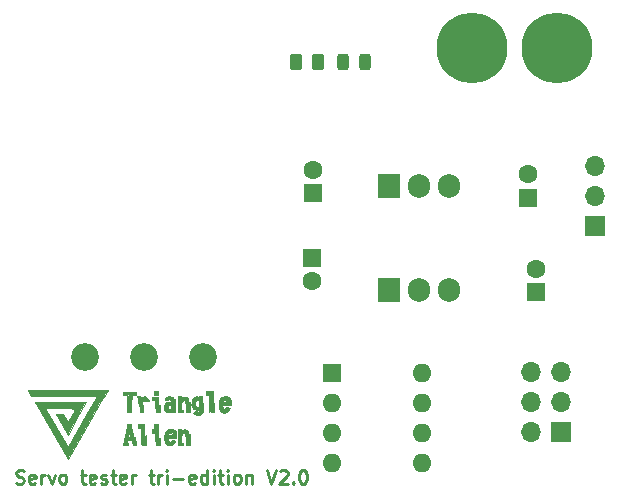
<source format=gbr>
%TF.GenerationSoftware,KiCad,Pcbnew,(6.0.7)*%
%TF.CreationDate,2022-10-11T11:52:24+08:00*%
%TF.ProjectId,servo_test,73657276-6f5f-4746-9573-742e6b696361,rev?*%
%TF.SameCoordinates,Original*%
%TF.FileFunction,Soldermask,Top*%
%TF.FilePolarity,Negative*%
%FSLAX46Y46*%
G04 Gerber Fmt 4.6, Leading zero omitted, Abs format (unit mm)*
G04 Created by KiCad (PCBNEW (6.0.7)) date 2022-10-11 11:52:24*
%MOMM*%
%LPD*%
G01*
G04 APERTURE LIST*
G04 Aperture macros list*
%AMRoundRect*
0 Rectangle with rounded corners*
0 $1 Rounding radius*
0 $2 $3 $4 $5 $6 $7 $8 $9 X,Y pos of 4 corners*
0 Add a 4 corners polygon primitive as box body*
4,1,4,$2,$3,$4,$5,$6,$7,$8,$9,$2,$3,0*
0 Add four circle primitives for the rounded corners*
1,1,$1+$1,$2,$3*
1,1,$1+$1,$4,$5*
1,1,$1+$1,$6,$7*
1,1,$1+$1,$8,$9*
0 Add four rect primitives between the rounded corners*
20,1,$1+$1,$2,$3,$4,$5,0*
20,1,$1+$1,$4,$5,$6,$7,0*
20,1,$1+$1,$6,$7,$8,$9,0*
20,1,$1+$1,$8,$9,$2,$3,0*%
G04 Aperture macros list end*
%ADD10C,0.254000*%
%ADD11C,0.007000*%
%ADD12R,1.600000X1.600000*%
%ADD13C,1.600000*%
%ADD14C,6.000000*%
%ADD15C,2.340000*%
%ADD16RoundRect,0.250000X-0.262500X-0.450000X0.262500X-0.450000X0.262500X0.450000X-0.262500X0.450000X0*%
%ADD17O,1.600000X1.600000*%
%ADD18RoundRect,0.243750X0.243750X0.456250X-0.243750X0.456250X-0.243750X-0.456250X0.243750X-0.456250X0*%
%ADD19R,1.700000X1.700000*%
%ADD20O,1.700000X1.700000*%
%ADD21R,1.905000X2.000000*%
%ADD22O,1.905000X2.000000*%
G04 APERTURE END LIST*
D10*
X103069142Y-108542642D02*
X103232428Y-108597071D01*
X103504571Y-108597071D01*
X103613428Y-108542642D01*
X103667857Y-108488214D01*
X103722285Y-108379357D01*
X103722285Y-108270500D01*
X103667857Y-108161642D01*
X103613428Y-108107214D01*
X103504571Y-108052785D01*
X103286857Y-107998357D01*
X103178000Y-107943928D01*
X103123571Y-107889500D01*
X103069142Y-107780642D01*
X103069142Y-107671785D01*
X103123571Y-107562928D01*
X103178000Y-107508500D01*
X103286857Y-107454071D01*
X103559000Y-107454071D01*
X103722285Y-107508500D01*
X104647571Y-108542642D02*
X104538714Y-108597071D01*
X104321000Y-108597071D01*
X104212142Y-108542642D01*
X104157714Y-108433785D01*
X104157714Y-107998357D01*
X104212142Y-107889500D01*
X104321000Y-107835071D01*
X104538714Y-107835071D01*
X104647571Y-107889500D01*
X104702000Y-107998357D01*
X104702000Y-108107214D01*
X104157714Y-108216071D01*
X105191857Y-108597071D02*
X105191857Y-107835071D01*
X105191857Y-108052785D02*
X105246285Y-107943928D01*
X105300714Y-107889500D01*
X105409571Y-107835071D01*
X105518428Y-107835071D01*
X105790571Y-107835071D02*
X106062714Y-108597071D01*
X106334857Y-107835071D01*
X106933571Y-108597071D02*
X106824714Y-108542642D01*
X106770285Y-108488214D01*
X106715857Y-108379357D01*
X106715857Y-108052785D01*
X106770285Y-107943928D01*
X106824714Y-107889500D01*
X106933571Y-107835071D01*
X107096857Y-107835071D01*
X107205714Y-107889500D01*
X107260142Y-107943928D01*
X107314571Y-108052785D01*
X107314571Y-108379357D01*
X107260142Y-108488214D01*
X107205714Y-108542642D01*
X107096857Y-108597071D01*
X106933571Y-108597071D01*
X108512000Y-107835071D02*
X108947428Y-107835071D01*
X108675285Y-107454071D02*
X108675285Y-108433785D01*
X108729714Y-108542642D01*
X108838571Y-108597071D01*
X108947428Y-108597071D01*
X109763857Y-108542642D02*
X109655000Y-108597071D01*
X109437285Y-108597071D01*
X109328428Y-108542642D01*
X109274000Y-108433785D01*
X109274000Y-107998357D01*
X109328428Y-107889500D01*
X109437285Y-107835071D01*
X109655000Y-107835071D01*
X109763857Y-107889500D01*
X109818285Y-107998357D01*
X109818285Y-108107214D01*
X109274000Y-108216071D01*
X110253714Y-108542642D02*
X110362571Y-108597071D01*
X110580285Y-108597071D01*
X110689142Y-108542642D01*
X110743571Y-108433785D01*
X110743571Y-108379357D01*
X110689142Y-108270500D01*
X110580285Y-108216071D01*
X110417000Y-108216071D01*
X110308142Y-108161642D01*
X110253714Y-108052785D01*
X110253714Y-107998357D01*
X110308142Y-107889500D01*
X110417000Y-107835071D01*
X110580285Y-107835071D01*
X110689142Y-107889500D01*
X111070142Y-107835071D02*
X111505571Y-107835071D01*
X111233428Y-107454071D02*
X111233428Y-108433785D01*
X111287857Y-108542642D01*
X111396714Y-108597071D01*
X111505571Y-108597071D01*
X112322000Y-108542642D02*
X112213142Y-108597071D01*
X111995428Y-108597071D01*
X111886571Y-108542642D01*
X111832142Y-108433785D01*
X111832142Y-107998357D01*
X111886571Y-107889500D01*
X111995428Y-107835071D01*
X112213142Y-107835071D01*
X112322000Y-107889500D01*
X112376428Y-107998357D01*
X112376428Y-108107214D01*
X111832142Y-108216071D01*
X112866285Y-108597071D02*
X112866285Y-107835071D01*
X112866285Y-108052785D02*
X112920714Y-107943928D01*
X112975142Y-107889500D01*
X113084000Y-107835071D01*
X113192857Y-107835071D01*
X114281428Y-107835071D02*
X114716857Y-107835071D01*
X114444714Y-107454071D02*
X114444714Y-108433785D01*
X114499142Y-108542642D01*
X114608000Y-108597071D01*
X114716857Y-108597071D01*
X115097857Y-108597071D02*
X115097857Y-107835071D01*
X115097857Y-108052785D02*
X115152285Y-107943928D01*
X115206714Y-107889500D01*
X115315571Y-107835071D01*
X115424428Y-107835071D01*
X115805428Y-108597071D02*
X115805428Y-107835071D01*
X115805428Y-107454071D02*
X115751000Y-107508500D01*
X115805428Y-107562928D01*
X115859857Y-107508500D01*
X115805428Y-107454071D01*
X115805428Y-107562928D01*
X116349714Y-108161642D02*
X117220571Y-108161642D01*
X118200285Y-108542642D02*
X118091428Y-108597071D01*
X117873714Y-108597071D01*
X117764857Y-108542642D01*
X117710428Y-108433785D01*
X117710428Y-107998357D01*
X117764857Y-107889500D01*
X117873714Y-107835071D01*
X118091428Y-107835071D01*
X118200285Y-107889500D01*
X118254714Y-107998357D01*
X118254714Y-108107214D01*
X117710428Y-108216071D01*
X119234428Y-108597071D02*
X119234428Y-107454071D01*
X119234428Y-108542642D02*
X119125571Y-108597071D01*
X118907857Y-108597071D01*
X118799000Y-108542642D01*
X118744571Y-108488214D01*
X118690142Y-108379357D01*
X118690142Y-108052785D01*
X118744571Y-107943928D01*
X118799000Y-107889500D01*
X118907857Y-107835071D01*
X119125571Y-107835071D01*
X119234428Y-107889500D01*
X119778714Y-108597071D02*
X119778714Y-107835071D01*
X119778714Y-107454071D02*
X119724285Y-107508500D01*
X119778714Y-107562928D01*
X119833142Y-107508500D01*
X119778714Y-107454071D01*
X119778714Y-107562928D01*
X120159714Y-107835071D02*
X120595142Y-107835071D01*
X120323000Y-107454071D02*
X120323000Y-108433785D01*
X120377428Y-108542642D01*
X120486285Y-108597071D01*
X120595142Y-108597071D01*
X120976142Y-108597071D02*
X120976142Y-107835071D01*
X120976142Y-107454071D02*
X120921714Y-107508500D01*
X120976142Y-107562928D01*
X121030571Y-107508500D01*
X120976142Y-107454071D01*
X120976142Y-107562928D01*
X121683714Y-108597071D02*
X121574857Y-108542642D01*
X121520428Y-108488214D01*
X121466000Y-108379357D01*
X121466000Y-108052785D01*
X121520428Y-107943928D01*
X121574857Y-107889500D01*
X121683714Y-107835071D01*
X121847000Y-107835071D01*
X121955857Y-107889500D01*
X122010285Y-107943928D01*
X122064714Y-108052785D01*
X122064714Y-108379357D01*
X122010285Y-108488214D01*
X121955857Y-108542642D01*
X121847000Y-108597071D01*
X121683714Y-108597071D01*
X122554571Y-107835071D02*
X122554571Y-108597071D01*
X122554571Y-107943928D02*
X122609000Y-107889500D01*
X122717857Y-107835071D01*
X122881142Y-107835071D01*
X122990000Y-107889500D01*
X123044428Y-107998357D01*
X123044428Y-108597071D01*
X124296285Y-107454071D02*
X124677285Y-108597071D01*
X125058285Y-107454071D01*
X125384857Y-107562928D02*
X125439285Y-107508500D01*
X125548142Y-107454071D01*
X125820285Y-107454071D01*
X125929142Y-107508500D01*
X125983571Y-107562928D01*
X126038000Y-107671785D01*
X126038000Y-107780642D01*
X125983571Y-107943928D01*
X125330428Y-108597071D01*
X126038000Y-108597071D01*
X126527857Y-108488214D02*
X126582285Y-108542642D01*
X126527857Y-108597071D01*
X126473428Y-108542642D01*
X126527857Y-108488214D01*
X126527857Y-108597071D01*
X127289857Y-107454071D02*
X127398714Y-107454071D01*
X127507571Y-107508500D01*
X127562000Y-107562928D01*
X127616428Y-107671785D01*
X127670857Y-107889500D01*
X127670857Y-108161642D01*
X127616428Y-108379357D01*
X127562000Y-108488214D01*
X127507571Y-108542642D01*
X127398714Y-108597071D01*
X127289857Y-108597071D01*
X127181000Y-108542642D01*
X127126571Y-108488214D01*
X127072142Y-108379357D01*
X127017714Y-108161642D01*
X127017714Y-107889500D01*
X127072142Y-107671785D01*
X127126571Y-107562928D01*
X127181000Y-107508500D01*
X127289857Y-107454071D01*
%TO.C,REF\u002A\u002A*%
G36*
X114145216Y-101573719D02*
G01*
X114144330Y-101574186D01*
X114134156Y-101579743D01*
X114124063Y-101585446D01*
X114114053Y-101591295D01*
X114104128Y-101597288D01*
X114094289Y-101603425D01*
X114095555Y-101603650D01*
X114096809Y-101603923D01*
X114098048Y-101604243D01*
X114099272Y-101604609D01*
X114100479Y-101605022D01*
X114101668Y-101605481D01*
X114102838Y-101605984D01*
X114103988Y-101606532D01*
X114105115Y-101607123D01*
X114106220Y-101607757D01*
X114107300Y-101608433D01*
X114108355Y-101609151D01*
X114109383Y-101609910D01*
X114110383Y-101610710D01*
X114111354Y-101611549D01*
X114112294Y-101612428D01*
X113932213Y-101612428D01*
X113932214Y-101610598D01*
X113932137Y-101608776D01*
X113931982Y-101606963D01*
X113931749Y-101605164D01*
X113931439Y-101603379D01*
X113931054Y-101601611D01*
X113930594Y-101599864D01*
X113930059Y-101598138D01*
X113929451Y-101596437D01*
X113928770Y-101594762D01*
X113928018Y-101593117D01*
X113927194Y-101591504D01*
X113926300Y-101589925D01*
X113925337Y-101588382D01*
X113924305Y-101586878D01*
X113923205Y-101585415D01*
X113922097Y-101575567D01*
X113920461Y-101566281D01*
X113918298Y-101557558D01*
X113917019Y-101553408D01*
X113916837Y-101552891D01*
X114145216Y-101573719D01*
G37*
D11*
X114145216Y-101573719D02*
X114144330Y-101574186D01*
X114134156Y-101579743D01*
X114124063Y-101585446D01*
X114114053Y-101591295D01*
X114104128Y-101597288D01*
X114094289Y-101603425D01*
X114095555Y-101603650D01*
X114096809Y-101603923D01*
X114098048Y-101604243D01*
X114099272Y-101604609D01*
X114100479Y-101605022D01*
X114101668Y-101605481D01*
X114102838Y-101605984D01*
X114103988Y-101606532D01*
X114105115Y-101607123D01*
X114106220Y-101607757D01*
X114107300Y-101608433D01*
X114108355Y-101609151D01*
X114109383Y-101609910D01*
X114110383Y-101610710D01*
X114111354Y-101611549D01*
X114112294Y-101612428D01*
X113932213Y-101612428D01*
X113932214Y-101610598D01*
X113932137Y-101608776D01*
X113931982Y-101606963D01*
X113931749Y-101605164D01*
X113931439Y-101603379D01*
X113931054Y-101601611D01*
X113930594Y-101599864D01*
X113930059Y-101598138D01*
X113929451Y-101596437D01*
X113928770Y-101594762D01*
X113928018Y-101593117D01*
X113927194Y-101591504D01*
X113926300Y-101589925D01*
X113925337Y-101588382D01*
X113924305Y-101586878D01*
X113923205Y-101585415D01*
X113922097Y-101575567D01*
X113920461Y-101566281D01*
X113918298Y-101557558D01*
X113917019Y-101553408D01*
X113916837Y-101552891D01*
X114145216Y-101573719D01*
G36*
X109700874Y-101168394D02*
G01*
X108936397Y-101168394D01*
X104036397Y-100651792D01*
X104036401Y-100651792D01*
X109700874Y-101168394D01*
G37*
X109700874Y-101168394D02*
X108936397Y-101168394D01*
X104036397Y-100651792D01*
X104036401Y-100651792D01*
X109700874Y-101168394D01*
G36*
X116516447Y-101789957D02*
G01*
X116369738Y-101776578D01*
X116371211Y-101775336D01*
X116373332Y-101773465D01*
X116375410Y-101771545D01*
X116377446Y-101769577D01*
X116379438Y-101767562D01*
X116381385Y-101765500D01*
X116372378Y-101756498D01*
X116375227Y-101753537D01*
X116378157Y-101750664D01*
X116381165Y-101747881D01*
X116384249Y-101745189D01*
X116387406Y-101742588D01*
X116390636Y-101740082D01*
X116393935Y-101737670D01*
X116397301Y-101735355D01*
X116400733Y-101733138D01*
X116404227Y-101731020D01*
X116407783Y-101729003D01*
X116411398Y-101727088D01*
X116415069Y-101725277D01*
X116418795Y-101723570D01*
X116422574Y-101721970D01*
X116426403Y-101720478D01*
X116423130Y-101719059D01*
X116419825Y-101717723D01*
X116416488Y-101716471D01*
X116413121Y-101715302D01*
X116409727Y-101714218D01*
X116406305Y-101713218D01*
X116402859Y-101712304D01*
X116399390Y-101711476D01*
X116399390Y-101711475D01*
X116401744Y-101709421D01*
X116404179Y-101707483D01*
X116406692Y-101705662D01*
X116409278Y-101703960D01*
X116411932Y-101702379D01*
X116414650Y-101700921D01*
X116417428Y-101699587D01*
X116420262Y-101698379D01*
X116423147Y-101697299D01*
X116426079Y-101696349D01*
X116429053Y-101695530D01*
X116432065Y-101694844D01*
X116435111Y-101694293D01*
X116438186Y-101693878D01*
X116441287Y-101693602D01*
X116444408Y-101693466D01*
X116443462Y-101692597D01*
X116442486Y-101691766D01*
X116441482Y-101690974D01*
X116440451Y-101690221D01*
X116439394Y-101689508D01*
X116438313Y-101688836D01*
X116437208Y-101688204D01*
X116436080Y-101687614D01*
X116434932Y-101687066D01*
X116433764Y-101686561D01*
X116432577Y-101686100D01*
X116431372Y-101685682D01*
X116430151Y-101685309D01*
X116428915Y-101684981D01*
X116427665Y-101684699D01*
X116426403Y-101684463D01*
X116427523Y-101682284D01*
X116428730Y-101680161D01*
X116430020Y-101678094D01*
X116431392Y-101676088D01*
X116432843Y-101674143D01*
X116434372Y-101672261D01*
X116435975Y-101670446D01*
X116437651Y-101668700D01*
X116439398Y-101667023D01*
X116441213Y-101665420D01*
X116443094Y-101663891D01*
X116445040Y-101662440D01*
X116447047Y-101661068D01*
X116449113Y-101659778D01*
X116451237Y-101658571D01*
X116453415Y-101657450D01*
X116444408Y-101648443D01*
X116448750Y-101646743D01*
X116453147Y-101645205D01*
X116457594Y-101643830D01*
X116462088Y-101642619D01*
X116466622Y-101641574D01*
X116471193Y-101640695D01*
X116475797Y-101639983D01*
X116480428Y-101639440D01*
X116478548Y-101638631D01*
X116476690Y-101637776D01*
X116474854Y-101636878D01*
X116473043Y-101635936D01*
X116471255Y-101634952D01*
X116469493Y-101633925D01*
X116467757Y-101632856D01*
X116466047Y-101631746D01*
X116464365Y-101630594D01*
X116462711Y-101629403D01*
X116461085Y-101628171D01*
X116459489Y-101626900D01*
X116457923Y-101625590D01*
X116456389Y-101624241D01*
X116454886Y-101622855D01*
X116453415Y-101621431D01*
X116454906Y-101620386D01*
X116456431Y-101619403D01*
X116457990Y-101618482D01*
X116459581Y-101617623D01*
X116461201Y-101616827D01*
X116462848Y-101616096D01*
X116464522Y-101615428D01*
X116466220Y-101614826D01*
X116467939Y-101614290D01*
X116469678Y-101613819D01*
X116471436Y-101613416D01*
X116473210Y-101613081D01*
X116474998Y-101612814D01*
X116476798Y-101612615D01*
X116478609Y-101612486D01*
X116480428Y-101612428D01*
X116477155Y-101611009D01*
X116473850Y-101609672D01*
X116470513Y-101608419D01*
X116467146Y-101607250D01*
X116463752Y-101606166D01*
X116460331Y-101605166D01*
X116456885Y-101604253D01*
X116453415Y-101603425D01*
X116454361Y-101602556D01*
X116455336Y-101601724D01*
X116456340Y-101600931D01*
X116457370Y-101600178D01*
X116458427Y-101599464D01*
X116459508Y-101598791D01*
X116460613Y-101598159D01*
X116461741Y-101597568D01*
X116462889Y-101597020D01*
X116464058Y-101596515D01*
X116465245Y-101596054D01*
X116466450Y-101595636D01*
X116467671Y-101595263D01*
X116468907Y-101594935D01*
X116470158Y-101594653D01*
X116471421Y-101594418D01*
X116435410Y-101576413D01*
X116436900Y-101575368D01*
X116438426Y-101574384D01*
X116439985Y-101573462D01*
X116441575Y-101572603D01*
X116443195Y-101571807D01*
X116444843Y-101571075D01*
X116446517Y-101570407D01*
X116448214Y-101569804D01*
X116449934Y-101569268D01*
X116451673Y-101568797D01*
X116453431Y-101568394D01*
X116455204Y-101568058D01*
X116456992Y-101567791D01*
X116458793Y-101567593D01*
X116460604Y-101567464D01*
X116462423Y-101567405D01*
X116453415Y-101558403D01*
X116454228Y-101556525D01*
X116455085Y-101554669D01*
X116455985Y-101552835D01*
X116456928Y-101551025D01*
X116457914Y-101549239D01*
X116458941Y-101547478D01*
X116460010Y-101545742D01*
X116461121Y-101544032D01*
X116462271Y-101542350D01*
X116463462Y-101540695D01*
X116464693Y-101539069D01*
X116465962Y-101537472D01*
X116467270Y-101535905D01*
X116468616Y-101534368D01*
X116470000Y-101532863D01*
X116471421Y-101531390D01*
X116469541Y-101530580D01*
X116467683Y-101529725D01*
X116465848Y-101528827D01*
X116464037Y-101527885D01*
X116462249Y-101526900D01*
X116460487Y-101525873D01*
X116458751Y-101524804D01*
X116457041Y-101523694D01*
X116455359Y-101522543D01*
X116453704Y-101521351D01*
X116452078Y-101520119D01*
X116450482Y-101518848D01*
X116448916Y-101517538D01*
X116447382Y-101516190D01*
X116445878Y-101514804D01*
X116444408Y-101513380D01*
X116444843Y-101513363D01*
X116445305Y-101513310D01*
X116445793Y-101513223D01*
X116446308Y-101513100D01*
X116447416Y-101512749D01*
X116448630Y-101512258D01*
X116449949Y-101511627D01*
X116451374Y-101510854D01*
X116452904Y-101509941D01*
X116454540Y-101508887D01*
X116456281Y-101507692D01*
X116458128Y-101506356D01*
X116460080Y-101504879D01*
X116462137Y-101503261D01*
X116464300Y-101501500D01*
X116466568Y-101499599D01*
X116468942Y-101497556D01*
X116471421Y-101495370D01*
X116473251Y-101495376D01*
X116475074Y-101495302D01*
X116476887Y-101495149D01*
X116478687Y-101494918D01*
X116480472Y-101494611D01*
X116482240Y-101494226D01*
X116483989Y-101493767D01*
X116485715Y-101493233D01*
X116487416Y-101492625D01*
X116489091Y-101491943D01*
X116490736Y-101491190D01*
X116492349Y-101490365D01*
X116493927Y-101489470D01*
X116495469Y-101488505D01*
X116496972Y-101487470D01*
X116498433Y-101486368D01*
X116497487Y-101485499D01*
X116496511Y-101484668D01*
X116495507Y-101483876D01*
X116494476Y-101483123D01*
X116493419Y-101482410D01*
X116492338Y-101481738D01*
X116491233Y-101481106D01*
X116490106Y-101480516D01*
X116488957Y-101479968D01*
X116487789Y-101479463D01*
X116486602Y-101479002D01*
X116485398Y-101478584D01*
X116484177Y-101478211D01*
X116482941Y-101477883D01*
X116481691Y-101477601D01*
X116480428Y-101477365D01*
X116516447Y-101477365D01*
X116516447Y-101789957D01*
G37*
X116516447Y-101789957D02*
X116369738Y-101776578D01*
X116371211Y-101775336D01*
X116373332Y-101773465D01*
X116375410Y-101771545D01*
X116377446Y-101769577D01*
X116379438Y-101767562D01*
X116381385Y-101765500D01*
X116372378Y-101756498D01*
X116375227Y-101753537D01*
X116378157Y-101750664D01*
X116381165Y-101747881D01*
X116384249Y-101745189D01*
X116387406Y-101742588D01*
X116390636Y-101740082D01*
X116393935Y-101737670D01*
X116397301Y-101735355D01*
X116400733Y-101733138D01*
X116404227Y-101731020D01*
X116407783Y-101729003D01*
X116411398Y-101727088D01*
X116415069Y-101725277D01*
X116418795Y-101723570D01*
X116422574Y-101721970D01*
X116426403Y-101720478D01*
X116423130Y-101719059D01*
X116419825Y-101717723D01*
X116416488Y-101716471D01*
X116413121Y-101715302D01*
X116409727Y-101714218D01*
X116406305Y-101713218D01*
X116402859Y-101712304D01*
X116399390Y-101711476D01*
X116399390Y-101711475D01*
X116401744Y-101709421D01*
X116404179Y-101707483D01*
X116406692Y-101705662D01*
X116409278Y-101703960D01*
X116411932Y-101702379D01*
X116414650Y-101700921D01*
X116417428Y-101699587D01*
X116420262Y-101698379D01*
X116423147Y-101697299D01*
X116426079Y-101696349D01*
X116429053Y-101695530D01*
X116432065Y-101694844D01*
X116435111Y-101694293D01*
X116438186Y-101693878D01*
X116441287Y-101693602D01*
X116444408Y-101693466D01*
X116443462Y-101692597D01*
X116442486Y-101691766D01*
X116441482Y-101690974D01*
X116440451Y-101690221D01*
X116439394Y-101689508D01*
X116438313Y-101688836D01*
X116437208Y-101688204D01*
X116436080Y-101687614D01*
X116434932Y-101687066D01*
X116433764Y-101686561D01*
X116432577Y-101686100D01*
X116431372Y-101685682D01*
X116430151Y-101685309D01*
X116428915Y-101684981D01*
X116427665Y-101684699D01*
X116426403Y-101684463D01*
X116427523Y-101682284D01*
X116428730Y-101680161D01*
X116430020Y-101678094D01*
X116431392Y-101676088D01*
X116432843Y-101674143D01*
X116434372Y-101672261D01*
X116435975Y-101670446D01*
X116437651Y-101668700D01*
X116439398Y-101667023D01*
X116441213Y-101665420D01*
X116443094Y-101663891D01*
X116445040Y-101662440D01*
X116447047Y-101661068D01*
X116449113Y-101659778D01*
X116451237Y-101658571D01*
X116453415Y-101657450D01*
X116444408Y-101648443D01*
X116448750Y-101646743D01*
X116453147Y-101645205D01*
X116457594Y-101643830D01*
X116462088Y-101642619D01*
X116466622Y-101641574D01*
X116471193Y-101640695D01*
X116475797Y-101639983D01*
X116480428Y-101639440D01*
X116478548Y-101638631D01*
X116476690Y-101637776D01*
X116474854Y-101636878D01*
X116473043Y-101635936D01*
X116471255Y-101634952D01*
X116469493Y-101633925D01*
X116467757Y-101632856D01*
X116466047Y-101631746D01*
X116464365Y-101630594D01*
X116462711Y-101629403D01*
X116461085Y-101628171D01*
X116459489Y-101626900D01*
X116457923Y-101625590D01*
X116456389Y-101624241D01*
X116454886Y-101622855D01*
X116453415Y-101621431D01*
X116454906Y-101620386D01*
X116456431Y-101619403D01*
X116457990Y-101618482D01*
X116459581Y-101617623D01*
X116461201Y-101616827D01*
X116462848Y-101616096D01*
X116464522Y-101615428D01*
X116466220Y-101614826D01*
X116467939Y-101614290D01*
X116469678Y-101613819D01*
X116471436Y-101613416D01*
X116473210Y-101613081D01*
X116474998Y-101612814D01*
X116476798Y-101612615D01*
X116478609Y-101612486D01*
X116480428Y-101612428D01*
X116477155Y-101611009D01*
X116473850Y-101609672D01*
X116470513Y-101608419D01*
X116467146Y-101607250D01*
X116463752Y-101606166D01*
X116460331Y-101605166D01*
X116456885Y-101604253D01*
X116453415Y-101603425D01*
X116454361Y-101602556D01*
X116455336Y-101601724D01*
X116456340Y-101600931D01*
X116457370Y-101600178D01*
X116458427Y-101599464D01*
X116459508Y-101598791D01*
X116460613Y-101598159D01*
X116461741Y-101597568D01*
X116462889Y-101597020D01*
X116464058Y-101596515D01*
X116465245Y-101596054D01*
X116466450Y-101595636D01*
X116467671Y-101595263D01*
X116468907Y-101594935D01*
X116470158Y-101594653D01*
X116471421Y-101594418D01*
X116435410Y-101576413D01*
X116436900Y-101575368D01*
X116438426Y-101574384D01*
X116439985Y-101573462D01*
X116441575Y-101572603D01*
X116443195Y-101571807D01*
X116444843Y-101571075D01*
X116446517Y-101570407D01*
X116448214Y-101569804D01*
X116449934Y-101569268D01*
X116451673Y-101568797D01*
X116453431Y-101568394D01*
X116455204Y-101568058D01*
X116456992Y-101567791D01*
X116458793Y-101567593D01*
X116460604Y-101567464D01*
X116462423Y-101567405D01*
X116453415Y-101558403D01*
X116454228Y-101556525D01*
X116455085Y-101554669D01*
X116455985Y-101552835D01*
X116456928Y-101551025D01*
X116457914Y-101549239D01*
X116458941Y-101547478D01*
X116460010Y-101545742D01*
X116461121Y-101544032D01*
X116462271Y-101542350D01*
X116463462Y-101540695D01*
X116464693Y-101539069D01*
X116465962Y-101537472D01*
X116467270Y-101535905D01*
X116468616Y-101534368D01*
X116470000Y-101532863D01*
X116471421Y-101531390D01*
X116469541Y-101530580D01*
X116467683Y-101529725D01*
X116465848Y-101528827D01*
X116464037Y-101527885D01*
X116462249Y-101526900D01*
X116460487Y-101525873D01*
X116458751Y-101524804D01*
X116457041Y-101523694D01*
X116455359Y-101522543D01*
X116453704Y-101521351D01*
X116452078Y-101520119D01*
X116450482Y-101518848D01*
X116448916Y-101517538D01*
X116447382Y-101516190D01*
X116445878Y-101514804D01*
X116444408Y-101513380D01*
X116444843Y-101513363D01*
X116445305Y-101513310D01*
X116445793Y-101513223D01*
X116446308Y-101513100D01*
X116447416Y-101512749D01*
X116448630Y-101512258D01*
X116449949Y-101511627D01*
X116451374Y-101510854D01*
X116452904Y-101509941D01*
X116454540Y-101508887D01*
X116456281Y-101507692D01*
X116458128Y-101506356D01*
X116460080Y-101504879D01*
X116462137Y-101503261D01*
X116464300Y-101501500D01*
X116466568Y-101499599D01*
X116468942Y-101497556D01*
X116471421Y-101495370D01*
X116473251Y-101495376D01*
X116475074Y-101495302D01*
X116476887Y-101495149D01*
X116478687Y-101494918D01*
X116480472Y-101494611D01*
X116482240Y-101494226D01*
X116483989Y-101493767D01*
X116485715Y-101493233D01*
X116487416Y-101492625D01*
X116489091Y-101491943D01*
X116490736Y-101491190D01*
X116492349Y-101490365D01*
X116493927Y-101489470D01*
X116495469Y-101488505D01*
X116496972Y-101487470D01*
X116498433Y-101486368D01*
X116497487Y-101485499D01*
X116496511Y-101484668D01*
X116495507Y-101483876D01*
X116494476Y-101483123D01*
X116493419Y-101482410D01*
X116492338Y-101481738D01*
X116491233Y-101481106D01*
X116490106Y-101480516D01*
X116488957Y-101479968D01*
X116487789Y-101479463D01*
X116486602Y-101479002D01*
X116485398Y-101478584D01*
X116484177Y-101478211D01*
X116482941Y-101477883D01*
X116481691Y-101477601D01*
X116480428Y-101477365D01*
X116516447Y-101477365D01*
X116516447Y-101789957D01*
G36*
X119417709Y-102277481D02*
G01*
X119415835Y-102278744D01*
X119415835Y-102277283D01*
X119417709Y-102277481D01*
G37*
X119417709Y-102277481D02*
X119415835Y-102278744D01*
X119415835Y-102277283D01*
X119417709Y-102277481D01*
G36*
X117042417Y-101837944D02*
G01*
X117042071Y-101845422D01*
X117040101Y-101904229D01*
X117038693Y-101972598D01*
X117040312Y-101991245D01*
X117041789Y-102012282D01*
X117042401Y-102023001D01*
X116768568Y-101994131D01*
X116768568Y-101812969D01*
X117042417Y-101837944D01*
G37*
X117042417Y-101837944D02*
X117042071Y-101845422D01*
X117040101Y-101904229D01*
X117038693Y-101972598D01*
X117040312Y-101991245D01*
X117041789Y-102012282D01*
X117042401Y-102023001D01*
X116768568Y-101994131D01*
X116768568Y-101812969D01*
X117042417Y-101837944D01*
G36*
X115093761Y-101660210D02*
G01*
X114825344Y-101635731D01*
X114827075Y-101622838D01*
X114829532Y-101600047D01*
X114831006Y-101580070D01*
X114831497Y-101562905D01*
X114831374Y-101555378D01*
X114831006Y-101548554D01*
X114830392Y-101542434D01*
X114829532Y-101537017D01*
X114828426Y-101532304D01*
X114827075Y-101528293D01*
X114825478Y-101524986D01*
X114823636Y-101522383D01*
X114823183Y-101521966D01*
X114822669Y-101521557D01*
X114822093Y-101521157D01*
X114821455Y-101520766D01*
X114819995Y-101520010D01*
X114818289Y-101519290D01*
X114816337Y-101518604D01*
X114814139Y-101517954D01*
X114811694Y-101517338D01*
X114809003Y-101516758D01*
X114806067Y-101516213D01*
X114802884Y-101515703D01*
X114799455Y-101515228D01*
X114795780Y-101514788D01*
X114791858Y-101514384D01*
X114787691Y-101514014D01*
X114783278Y-101513680D01*
X114778618Y-101513380D01*
X114526498Y-101513380D01*
X114526498Y-101225245D01*
X115093761Y-101225245D01*
X115093761Y-101660210D01*
G37*
X115093761Y-101660210D02*
X114825344Y-101635731D01*
X114827075Y-101622838D01*
X114829532Y-101600047D01*
X114831006Y-101580070D01*
X114831497Y-101562905D01*
X114831374Y-101555378D01*
X114831006Y-101548554D01*
X114830392Y-101542434D01*
X114829532Y-101537017D01*
X114828426Y-101532304D01*
X114827075Y-101528293D01*
X114825478Y-101524986D01*
X114823636Y-101522383D01*
X114823183Y-101521966D01*
X114822669Y-101521557D01*
X114822093Y-101521157D01*
X114821455Y-101520766D01*
X114819995Y-101520010D01*
X114818289Y-101519290D01*
X114816337Y-101518604D01*
X114814139Y-101517954D01*
X114811694Y-101517338D01*
X114809003Y-101516758D01*
X114806067Y-101516213D01*
X114802884Y-101515703D01*
X114799455Y-101515228D01*
X114795780Y-101514788D01*
X114791858Y-101514384D01*
X114787691Y-101514014D01*
X114783278Y-101513680D01*
X114778618Y-101513380D01*
X114526498Y-101513380D01*
X114526498Y-101225245D01*
X115093761Y-101225245D01*
X115093761Y-101660210D01*
G36*
X113923205Y-104405556D02*
G01*
X113922787Y-104405564D01*
X113922378Y-104405591D01*
X113921978Y-104405635D01*
X113921586Y-104405697D01*
X113921203Y-104405777D01*
X113920829Y-104405875D01*
X113920463Y-104405990D01*
X113920107Y-104406122D01*
X113919759Y-104406273D01*
X113919420Y-104406441D01*
X113919089Y-104406626D01*
X113918768Y-104406829D01*
X113918455Y-104407050D01*
X113918151Y-104407288D01*
X113917856Y-104407544D01*
X113917569Y-104407818D01*
X113917292Y-104408109D01*
X113917023Y-104408417D01*
X113916763Y-104408743D01*
X113916513Y-104409086D01*
X113916271Y-104409447D01*
X113916037Y-104409825D01*
X113915813Y-104410221D01*
X113915598Y-104410634D01*
X113915392Y-104411064D01*
X113915194Y-104411512D01*
X113914826Y-104412460D01*
X113914494Y-104413477D01*
X113914198Y-104414563D01*
X113914419Y-104415832D01*
X113914689Y-104417087D01*
X113915007Y-104418328D01*
X113915372Y-104419554D01*
X113915783Y-104420763D01*
X113916241Y-104421954D01*
X113916744Y-104423125D01*
X113917292Y-104424275D01*
X113917883Y-104425404D01*
X113918519Y-104426509D01*
X113919197Y-104427589D01*
X113919917Y-104428644D01*
X113920678Y-104429671D01*
X113921481Y-104430670D01*
X113922323Y-104431639D01*
X113923205Y-104432577D01*
X113923205Y-104459581D01*
X113921375Y-104459577D01*
X113919552Y-104459652D01*
X113917740Y-104459805D01*
X113915940Y-104460037D01*
X113914155Y-104460345D01*
X113912387Y-104460730D01*
X113910639Y-104461190D01*
X113908913Y-104461725D01*
X113907211Y-104462333D01*
X113905537Y-104463014D01*
X113903892Y-104463767D01*
X113902279Y-104464592D01*
X113900700Y-104465487D01*
X113899158Y-104466452D01*
X113897654Y-104467486D01*
X113896193Y-104468588D01*
X113898371Y-104469709D01*
X113900495Y-104470916D01*
X113902562Y-104472207D01*
X113904569Y-104473579D01*
X113906514Y-104475031D01*
X113908395Y-104476560D01*
X113910211Y-104478164D01*
X113911958Y-104479841D01*
X113913634Y-104481588D01*
X113915237Y-104483404D01*
X113916766Y-104485286D01*
X113918217Y-104487232D01*
X113919589Y-104489239D01*
X113920879Y-104491306D01*
X113922085Y-104493431D01*
X113923205Y-104495610D01*
X113921375Y-104495605D01*
X113919552Y-104495680D01*
X113917740Y-104495833D01*
X113915940Y-104496064D01*
X113914155Y-104496372D01*
X113912387Y-104496756D01*
X113910639Y-104497215D01*
X113908913Y-104497749D01*
X113907211Y-104498357D01*
X113905537Y-104499038D01*
X113903892Y-104499790D01*
X113902279Y-104500615D01*
X113900700Y-104501509D01*
X113899158Y-104502474D01*
X113897654Y-104503507D01*
X113896193Y-104504608D01*
X113897459Y-104504833D01*
X113898712Y-104505106D01*
X113899951Y-104505426D01*
X113901175Y-104505793D01*
X113902382Y-104506206D01*
X113903571Y-104506665D01*
X113904741Y-104507168D01*
X113905891Y-104507715D01*
X113907018Y-104508306D01*
X113908123Y-104508939D01*
X113909204Y-104509615D01*
X113910259Y-104510333D01*
X113911287Y-104511091D01*
X113912287Y-104511890D01*
X113913258Y-104512729D01*
X113914198Y-104513606D01*
X113910706Y-104513796D01*
X113907261Y-104514211D01*
X113903872Y-104514847D01*
X113900549Y-104515698D01*
X113897301Y-104516757D01*
X113894137Y-104518021D01*
X113891066Y-104519483D01*
X113888099Y-104521137D01*
X113885244Y-104522978D01*
X113882510Y-104525000D01*
X113879907Y-104527198D01*
X113877444Y-104529566D01*
X113875130Y-104532099D01*
X113872976Y-104534791D01*
X113870989Y-104537636D01*
X113869180Y-104540629D01*
X113872809Y-104544935D01*
X113876368Y-104549300D01*
X113879855Y-104553720D01*
X113883269Y-104558196D01*
X113886611Y-104562727D01*
X113889879Y-104567312D01*
X113893073Y-104571949D01*
X113896193Y-104576639D01*
X113860173Y-104594654D01*
X113896193Y-104612659D01*
X113894925Y-104612883D01*
X113893671Y-104613155D01*
X113892431Y-104613475D01*
X113891206Y-104613841D01*
X113889999Y-104614254D01*
X113888809Y-104614712D01*
X113887639Y-104615216D01*
X113886489Y-104615763D01*
X113885361Y-104616355D01*
X113884257Y-104616989D01*
X113883177Y-104617666D01*
X113882122Y-104618385D01*
X113881095Y-104619145D01*
X113880096Y-104619946D01*
X113879126Y-104620786D01*
X113878187Y-104621666D01*
X113879454Y-104621892D01*
X113880707Y-104622165D01*
X113881946Y-104622485D01*
X113883170Y-104622852D01*
X113884377Y-104623265D01*
X113885566Y-104623724D01*
X113886736Y-104624227D01*
X113887885Y-104624774D01*
X113889013Y-104625365D01*
X113890118Y-104625998D01*
X113891198Y-104626674D01*
X113892253Y-104627392D01*
X113893282Y-104628150D01*
X113894282Y-104628949D01*
X113895252Y-104629787D01*
X113896193Y-104630665D01*
X113894925Y-104630888D01*
X113893671Y-104631160D01*
X113892431Y-104631480D01*
X113891206Y-104631846D01*
X113889999Y-104632259D01*
X113888809Y-104632718D01*
X113887639Y-104633221D01*
X113886489Y-104633769D01*
X113885361Y-104634360D01*
X113884257Y-104634995D01*
X113883177Y-104635672D01*
X113882122Y-104636391D01*
X113881095Y-104637151D01*
X113880096Y-104637951D01*
X113879126Y-104638792D01*
X113878187Y-104639672D01*
X113880786Y-104642805D01*
X113883288Y-104646013D01*
X113885692Y-104649292D01*
X113887996Y-104652640D01*
X113890200Y-104656056D01*
X113892302Y-104659537D01*
X113894300Y-104663081D01*
X113896193Y-104666684D01*
X113894362Y-104666680D01*
X113892540Y-104666755D01*
X113890727Y-104666909D01*
X113888927Y-104667140D01*
X113887142Y-104667449D01*
X113885374Y-104667833D01*
X113883626Y-104668293D01*
X113881900Y-104668828D01*
X113880199Y-104669436D01*
X113878524Y-104670117D01*
X113876879Y-104670871D01*
X113875266Y-104671695D01*
X113873687Y-104672591D01*
X113872145Y-104673556D01*
X113870642Y-104674590D01*
X113869180Y-104675692D01*
X113874803Y-104681323D01*
X113876773Y-104683294D01*
X113878187Y-104684690D01*
X113876006Y-104685807D01*
X113873879Y-104687011D01*
X113871811Y-104688299D01*
X113869802Y-104689670D01*
X113867855Y-104691120D01*
X113865972Y-104692649D01*
X113864156Y-104694252D01*
X113862409Y-104695929D01*
X113860733Y-104697677D01*
X113859130Y-104699494D01*
X113857602Y-104701377D01*
X113856152Y-104703324D01*
X113854782Y-104705334D01*
X113853495Y-104707403D01*
X113852291Y-104709530D01*
X113851175Y-104711712D01*
X113852441Y-104711936D01*
X113853695Y-104712209D01*
X113854934Y-104712529D01*
X113856159Y-104712896D01*
X113857366Y-104713309D01*
X113858555Y-104713768D01*
X113859726Y-104714271D01*
X113860875Y-104714819D01*
X113862003Y-104715411D01*
X113863108Y-104716045D01*
X113864188Y-104716722D01*
X113865243Y-104717440D01*
X113866271Y-104718200D01*
X113867270Y-104719000D01*
X113868241Y-104719840D01*
X113869180Y-104720719D01*
X113865048Y-104720789D01*
X113861091Y-104721000D01*
X113857310Y-104721352D01*
X113853705Y-104721844D01*
X113850276Y-104722476D01*
X113847023Y-104723250D01*
X113843945Y-104724164D01*
X113841043Y-104725218D01*
X113838318Y-104726413D01*
X113835768Y-104727749D01*
X113833394Y-104729225D01*
X113831196Y-104730842D01*
X113829173Y-104732599D01*
X113827327Y-104734497D01*
X113825657Y-104736536D01*
X113824162Y-104738715D01*
X113827290Y-104741322D01*
X113830494Y-104743830D01*
X113833772Y-104746238D01*
X113837120Y-104748545D01*
X113840537Y-104750750D01*
X113844020Y-104752849D01*
X113847567Y-104754843D01*
X113851175Y-104756730D01*
X113845913Y-104756800D01*
X113840828Y-104757011D01*
X113835919Y-104757363D01*
X113831186Y-104757856D01*
X113826630Y-104758489D01*
X113822249Y-104759263D01*
X113818045Y-104760178D01*
X113814018Y-104761233D01*
X113810166Y-104762430D01*
X113806491Y-104763767D01*
X113802992Y-104765244D01*
X113799670Y-104766863D01*
X113796523Y-104768622D01*
X113793553Y-104770522D01*
X113790760Y-104772563D01*
X113788142Y-104774744D01*
X113789409Y-104774968D01*
X113790663Y-104775241D01*
X113791902Y-104775560D01*
X113793126Y-104775927D01*
X113794333Y-104776339D01*
X113795523Y-104776798D01*
X113796693Y-104777301D01*
X113797842Y-104777848D01*
X113798970Y-104778439D01*
X113800075Y-104779072D01*
X113801155Y-104779749D01*
X113802210Y-104780467D01*
X113803238Y-104781225D01*
X113804238Y-104782025D01*
X113805208Y-104782864D01*
X113806148Y-104783742D01*
X113801875Y-104785837D01*
X113797496Y-104788178D01*
X113793012Y-104790765D01*
X113788422Y-104793598D01*
X113783727Y-104796677D01*
X113778925Y-104800001D01*
X113774019Y-104803572D01*
X113769735Y-104806834D01*
X113653080Y-104757035D01*
X113653080Y-103865304D01*
X113652002Y-103864335D01*
X113650739Y-103863391D01*
X113649291Y-103862474D01*
X113647659Y-103861582D01*
X113643841Y-103859879D01*
X113639285Y-103858281D01*
X113633990Y-103856787D01*
X113627957Y-103855399D01*
X113621185Y-103854116D01*
X113613675Y-103852938D01*
X113605427Y-103851865D01*
X113596440Y-103850897D01*
X113586715Y-103850034D01*
X113576252Y-103849276D01*
X113565050Y-103848623D01*
X113553110Y-103848075D01*
X113540432Y-103847632D01*
X113527015Y-103847294D01*
X113496347Y-103850390D01*
X113465115Y-103852923D01*
X113433319Y-103854892D01*
X113400959Y-103856297D01*
X113400959Y-103559155D01*
X113923205Y-103559155D01*
X113923205Y-104405556D01*
G37*
X113923205Y-104405556D02*
X113922787Y-104405564D01*
X113922378Y-104405591D01*
X113921978Y-104405635D01*
X113921586Y-104405697D01*
X113921203Y-104405777D01*
X113920829Y-104405875D01*
X113920463Y-104405990D01*
X113920107Y-104406122D01*
X113919759Y-104406273D01*
X113919420Y-104406441D01*
X113919089Y-104406626D01*
X113918768Y-104406829D01*
X113918455Y-104407050D01*
X113918151Y-104407288D01*
X113917856Y-104407544D01*
X113917569Y-104407818D01*
X113917292Y-104408109D01*
X113917023Y-104408417D01*
X113916763Y-104408743D01*
X113916513Y-104409086D01*
X113916271Y-104409447D01*
X113916037Y-104409825D01*
X113915813Y-104410221D01*
X113915598Y-104410634D01*
X113915392Y-104411064D01*
X113915194Y-104411512D01*
X113914826Y-104412460D01*
X113914494Y-104413477D01*
X113914198Y-104414563D01*
X113914419Y-104415832D01*
X113914689Y-104417087D01*
X113915007Y-104418328D01*
X113915372Y-104419554D01*
X113915783Y-104420763D01*
X113916241Y-104421954D01*
X113916744Y-104423125D01*
X113917292Y-104424275D01*
X113917883Y-104425404D01*
X113918519Y-104426509D01*
X113919197Y-104427589D01*
X113919917Y-104428644D01*
X113920678Y-104429671D01*
X113921481Y-104430670D01*
X113922323Y-104431639D01*
X113923205Y-104432577D01*
X113923205Y-104459581D01*
X113921375Y-104459577D01*
X113919552Y-104459652D01*
X113917740Y-104459805D01*
X113915940Y-104460037D01*
X113914155Y-104460345D01*
X113912387Y-104460730D01*
X113910639Y-104461190D01*
X113908913Y-104461725D01*
X113907211Y-104462333D01*
X113905537Y-104463014D01*
X113903892Y-104463767D01*
X113902279Y-104464592D01*
X113900700Y-104465487D01*
X113899158Y-104466452D01*
X113897654Y-104467486D01*
X113896193Y-104468588D01*
X113898371Y-104469709D01*
X113900495Y-104470916D01*
X113902562Y-104472207D01*
X113904569Y-104473579D01*
X113906514Y-104475031D01*
X113908395Y-104476560D01*
X113910211Y-104478164D01*
X113911958Y-104479841D01*
X113913634Y-104481588D01*
X113915237Y-104483404D01*
X113916766Y-104485286D01*
X113918217Y-104487232D01*
X113919589Y-104489239D01*
X113920879Y-104491306D01*
X113922085Y-104493431D01*
X113923205Y-104495610D01*
X113921375Y-104495605D01*
X113919552Y-104495680D01*
X113917740Y-104495833D01*
X113915940Y-104496064D01*
X113914155Y-104496372D01*
X113912387Y-104496756D01*
X113910639Y-104497215D01*
X113908913Y-104497749D01*
X113907211Y-104498357D01*
X113905537Y-104499038D01*
X113903892Y-104499790D01*
X113902279Y-104500615D01*
X113900700Y-104501509D01*
X113899158Y-104502474D01*
X113897654Y-104503507D01*
X113896193Y-104504608D01*
X113897459Y-104504833D01*
X113898712Y-104505106D01*
X113899951Y-104505426D01*
X113901175Y-104505793D01*
X113902382Y-104506206D01*
X113903571Y-104506665D01*
X113904741Y-104507168D01*
X113905891Y-104507715D01*
X113907018Y-104508306D01*
X113908123Y-104508939D01*
X113909204Y-104509615D01*
X113910259Y-104510333D01*
X113911287Y-104511091D01*
X113912287Y-104511890D01*
X113913258Y-104512729D01*
X113914198Y-104513606D01*
X113910706Y-104513796D01*
X113907261Y-104514211D01*
X113903872Y-104514847D01*
X113900549Y-104515698D01*
X113897301Y-104516757D01*
X113894137Y-104518021D01*
X113891066Y-104519483D01*
X113888099Y-104521137D01*
X113885244Y-104522978D01*
X113882510Y-104525000D01*
X113879907Y-104527198D01*
X113877444Y-104529566D01*
X113875130Y-104532099D01*
X113872976Y-104534791D01*
X113870989Y-104537636D01*
X113869180Y-104540629D01*
X113872809Y-104544935D01*
X113876368Y-104549300D01*
X113879855Y-104553720D01*
X113883269Y-104558196D01*
X113886611Y-104562727D01*
X113889879Y-104567312D01*
X113893073Y-104571949D01*
X113896193Y-104576639D01*
X113860173Y-104594654D01*
X113896193Y-104612659D01*
X113894925Y-104612883D01*
X113893671Y-104613155D01*
X113892431Y-104613475D01*
X113891206Y-104613841D01*
X113889999Y-104614254D01*
X113888809Y-104614712D01*
X113887639Y-104615216D01*
X113886489Y-104615763D01*
X113885361Y-104616355D01*
X113884257Y-104616989D01*
X113883177Y-104617666D01*
X113882122Y-104618385D01*
X113881095Y-104619145D01*
X113880096Y-104619946D01*
X113879126Y-104620786D01*
X113878187Y-104621666D01*
X113879454Y-104621892D01*
X113880707Y-104622165D01*
X113881946Y-104622485D01*
X113883170Y-104622852D01*
X113884377Y-104623265D01*
X113885566Y-104623724D01*
X113886736Y-104624227D01*
X113887885Y-104624774D01*
X113889013Y-104625365D01*
X113890118Y-104625998D01*
X113891198Y-104626674D01*
X113892253Y-104627392D01*
X113893282Y-104628150D01*
X113894282Y-104628949D01*
X113895252Y-104629787D01*
X113896193Y-104630665D01*
X113894925Y-104630888D01*
X113893671Y-104631160D01*
X113892431Y-104631480D01*
X113891206Y-104631846D01*
X113889999Y-104632259D01*
X113888809Y-104632718D01*
X113887639Y-104633221D01*
X113886489Y-104633769D01*
X113885361Y-104634360D01*
X113884257Y-104634995D01*
X113883177Y-104635672D01*
X113882122Y-104636391D01*
X113881095Y-104637151D01*
X113880096Y-104637951D01*
X113879126Y-104638792D01*
X113878187Y-104639672D01*
X113880786Y-104642805D01*
X113883288Y-104646013D01*
X113885692Y-104649292D01*
X113887996Y-104652640D01*
X113890200Y-104656056D01*
X113892302Y-104659537D01*
X113894300Y-104663081D01*
X113896193Y-104666684D01*
X113894362Y-104666680D01*
X113892540Y-104666755D01*
X113890727Y-104666909D01*
X113888927Y-104667140D01*
X113887142Y-104667449D01*
X113885374Y-104667833D01*
X113883626Y-104668293D01*
X113881900Y-104668828D01*
X113880199Y-104669436D01*
X113878524Y-104670117D01*
X113876879Y-104670871D01*
X113875266Y-104671695D01*
X113873687Y-104672591D01*
X113872145Y-104673556D01*
X113870642Y-104674590D01*
X113869180Y-104675692D01*
X113874803Y-104681323D01*
X113876773Y-104683294D01*
X113878187Y-104684690D01*
X113876006Y-104685807D01*
X113873879Y-104687011D01*
X113871811Y-104688299D01*
X113869802Y-104689670D01*
X113867855Y-104691120D01*
X113865972Y-104692649D01*
X113864156Y-104694252D01*
X113862409Y-104695929D01*
X113860733Y-104697677D01*
X113859130Y-104699494D01*
X113857602Y-104701377D01*
X113856152Y-104703324D01*
X113854782Y-104705334D01*
X113853495Y-104707403D01*
X113852291Y-104709530D01*
X113851175Y-104711712D01*
X113852441Y-104711936D01*
X113853695Y-104712209D01*
X113854934Y-104712529D01*
X113856159Y-104712896D01*
X113857366Y-104713309D01*
X113858555Y-104713768D01*
X113859726Y-104714271D01*
X113860875Y-104714819D01*
X113862003Y-104715411D01*
X113863108Y-104716045D01*
X113864188Y-104716722D01*
X113865243Y-104717440D01*
X113866271Y-104718200D01*
X113867270Y-104719000D01*
X113868241Y-104719840D01*
X113869180Y-104720719D01*
X113865048Y-104720789D01*
X113861091Y-104721000D01*
X113857310Y-104721352D01*
X113853705Y-104721844D01*
X113850276Y-104722476D01*
X113847023Y-104723250D01*
X113843945Y-104724164D01*
X113841043Y-104725218D01*
X113838318Y-104726413D01*
X113835768Y-104727749D01*
X113833394Y-104729225D01*
X113831196Y-104730842D01*
X113829173Y-104732599D01*
X113827327Y-104734497D01*
X113825657Y-104736536D01*
X113824162Y-104738715D01*
X113827290Y-104741322D01*
X113830494Y-104743830D01*
X113833772Y-104746238D01*
X113837120Y-104748545D01*
X113840537Y-104750750D01*
X113844020Y-104752849D01*
X113847567Y-104754843D01*
X113851175Y-104756730D01*
X113845913Y-104756800D01*
X113840828Y-104757011D01*
X113835919Y-104757363D01*
X113831186Y-104757856D01*
X113826630Y-104758489D01*
X113822249Y-104759263D01*
X113818045Y-104760178D01*
X113814018Y-104761233D01*
X113810166Y-104762430D01*
X113806491Y-104763767D01*
X113802992Y-104765244D01*
X113799670Y-104766863D01*
X113796523Y-104768622D01*
X113793553Y-104770522D01*
X113790760Y-104772563D01*
X113788142Y-104774744D01*
X113789409Y-104774968D01*
X113790663Y-104775241D01*
X113791902Y-104775560D01*
X113793126Y-104775927D01*
X113794333Y-104776339D01*
X113795523Y-104776798D01*
X113796693Y-104777301D01*
X113797842Y-104777848D01*
X113798970Y-104778439D01*
X113800075Y-104779072D01*
X113801155Y-104779749D01*
X113802210Y-104780467D01*
X113803238Y-104781225D01*
X113804238Y-104782025D01*
X113805208Y-104782864D01*
X113806148Y-104783742D01*
X113801875Y-104785837D01*
X113797496Y-104788178D01*
X113793012Y-104790765D01*
X113788422Y-104793598D01*
X113783727Y-104796677D01*
X113778925Y-104800001D01*
X113774019Y-104803572D01*
X113769735Y-104806834D01*
X113653080Y-104757035D01*
X113653080Y-103865304D01*
X113652002Y-103864335D01*
X113650739Y-103863391D01*
X113649291Y-103862474D01*
X113647659Y-103861582D01*
X113643841Y-103859879D01*
X113639285Y-103858281D01*
X113633990Y-103856787D01*
X113627957Y-103855399D01*
X113621185Y-103854116D01*
X113613675Y-103852938D01*
X113605427Y-103851865D01*
X113596440Y-103850897D01*
X113586715Y-103850034D01*
X113576252Y-103849276D01*
X113565050Y-103848623D01*
X113553110Y-103848075D01*
X113540432Y-103847632D01*
X113527015Y-103847294D01*
X113496347Y-103850390D01*
X113465115Y-103852923D01*
X113433319Y-103854892D01*
X113400959Y-103856297D01*
X113400959Y-103559155D01*
X113923205Y-103559155D01*
X113923205Y-104405556D01*
G36*
X116019327Y-103983170D02*
G01*
X116017470Y-103984027D01*
X116015637Y-103984928D01*
X116013826Y-103985871D01*
X116012040Y-103986857D01*
X116010279Y-103987885D01*
X116008543Y-103988954D01*
X116006833Y-103990065D01*
X116005151Y-103991216D01*
X116003496Y-103992407D01*
X116001870Y-103993638D01*
X116000273Y-103994907D01*
X115998706Y-103996216D01*
X115997170Y-103997562D01*
X115995666Y-103998946D01*
X115994193Y-104000367D01*
X115996212Y-104002346D01*
X115998264Y-104004288D01*
X116000349Y-104006193D01*
X116002466Y-104008060D01*
X116004615Y-104009889D01*
X116006796Y-104011679D01*
X116009007Y-104013431D01*
X116011249Y-104015143D01*
X116013521Y-104016816D01*
X116015822Y-104018448D01*
X116018152Y-104020040D01*
X116020509Y-104021592D01*
X116022895Y-104023101D01*
X116025308Y-104024570D01*
X116027747Y-104025996D01*
X116030212Y-104027380D01*
X116032186Y-104029403D01*
X116034124Y-104031458D01*
X116036025Y-104033546D01*
X116037888Y-104035665D01*
X116039715Y-104037816D01*
X116041504Y-104039998D01*
X116043254Y-104042210D01*
X116044966Y-104044451D01*
X116046639Y-104046722D01*
X116048272Y-104049022D01*
X116049866Y-104051350D01*
X116051419Y-104053705D01*
X116052932Y-104056088D01*
X116054405Y-104058498D01*
X116055836Y-104060934D01*
X116057225Y-104063395D01*
X116055346Y-104064208D01*
X116053490Y-104065064D01*
X116051656Y-104065964D01*
X116049845Y-104066907D01*
X116048059Y-104067893D01*
X116046297Y-104068921D01*
X116044562Y-104069990D01*
X116042852Y-104071101D01*
X116041170Y-104072252D01*
X116039515Y-104073443D01*
X116037889Y-104074674D01*
X116036292Y-104075944D01*
X116034725Y-104077252D01*
X116033189Y-104078599D01*
X116031685Y-104079983D01*
X116030212Y-104081405D01*
X116031479Y-104081630D01*
X116032732Y-104081902D01*
X116033972Y-104082222D01*
X116035196Y-104082589D01*
X116036403Y-104083002D01*
X116037592Y-104083461D01*
X116038762Y-104083964D01*
X116039912Y-104084511D01*
X116041039Y-104085103D01*
X116042144Y-104085737D01*
X116043225Y-104086413D01*
X116044279Y-104087131D01*
X116045307Y-104087890D01*
X116046307Y-104088690D01*
X116047278Y-104089529D01*
X116048217Y-104090408D01*
X116052557Y-104092114D01*
X116056953Y-104093657D01*
X116061400Y-104095036D01*
X116065893Y-104096248D01*
X116070428Y-104097293D01*
X116075000Y-104098170D01*
X116079605Y-104098878D01*
X116084237Y-104099415D01*
X116083820Y-104099424D01*
X116083410Y-104099450D01*
X116083010Y-104099494D01*
X116082618Y-104099556D01*
X116082235Y-104099636D01*
X116081861Y-104099733D01*
X116081496Y-104099848D01*
X116081139Y-104099981D01*
X116080791Y-104100131D01*
X116080452Y-104100299D01*
X116080121Y-104100484D01*
X116079800Y-104100687D01*
X116079487Y-104100908D01*
X116079183Y-104101146D01*
X116078888Y-104101401D01*
X116078601Y-104101675D01*
X116078324Y-104101965D01*
X116078055Y-104102273D01*
X116077795Y-104102599D01*
X116077545Y-104102942D01*
X116077303Y-104103303D01*
X116077070Y-104103681D01*
X116076845Y-104104076D01*
X116076630Y-104104489D01*
X116076424Y-104104919D01*
X116076226Y-104105367D01*
X116075858Y-104106314D01*
X116075526Y-104107331D01*
X116075230Y-104108417D01*
X116076497Y-104108642D01*
X116077752Y-104108915D01*
X116078992Y-104109235D01*
X116080217Y-104109602D01*
X116081425Y-104110015D01*
X116082615Y-104110474D01*
X116083785Y-104110977D01*
X116084935Y-104111525D01*
X116086063Y-104112116D01*
X116087169Y-104112751D01*
X116088249Y-104113428D01*
X116089305Y-104114146D01*
X116090333Y-104114906D01*
X116091333Y-104115706D01*
X116092304Y-104116546D01*
X116093245Y-104117425D01*
X116092827Y-104117434D01*
X116092418Y-104117460D01*
X116092017Y-104117505D01*
X116091626Y-104117566D01*
X116091243Y-104117646D01*
X116090869Y-104117743D01*
X116090503Y-104117858D01*
X116090146Y-104117991D01*
X116089798Y-104118141D01*
X116089459Y-104118309D01*
X116089129Y-104118494D01*
X116088807Y-104118697D01*
X116088494Y-104118918D01*
X116088190Y-104119156D01*
X116087895Y-104119411D01*
X116087609Y-104119684D01*
X116087331Y-104119975D01*
X116087063Y-104120283D01*
X116086803Y-104120609D01*
X116086552Y-104120952D01*
X116086310Y-104121313D01*
X116086077Y-104121691D01*
X116085853Y-104122086D01*
X116085637Y-104122499D01*
X116085431Y-104122929D01*
X116085234Y-104123377D01*
X116084866Y-104124324D01*
X116084534Y-104125341D01*
X116084237Y-104126427D01*
X116102252Y-104144437D01*
X116101834Y-104144446D01*
X116101425Y-104144473D01*
X116101024Y-104144517D01*
X116100632Y-104144579D01*
X116100249Y-104144658D01*
X116099875Y-104144756D01*
X116099509Y-104144871D01*
X116099152Y-104145003D01*
X116098804Y-104145153D01*
X116098464Y-104145321D01*
X116098133Y-104145507D01*
X116097811Y-104145710D01*
X116097498Y-104145930D01*
X116097194Y-104146168D01*
X116096899Y-104146424D01*
X116096612Y-104146697D01*
X116096335Y-104146988D01*
X116096066Y-104147296D01*
X116095806Y-104147621D01*
X116095555Y-104147965D01*
X116095313Y-104148325D01*
X116095080Y-104148703D01*
X116094856Y-104149099D01*
X116094641Y-104149512D01*
X116094435Y-104149942D01*
X116094237Y-104150389D01*
X116093870Y-104151337D01*
X116093539Y-104152354D01*
X116093245Y-104153440D01*
X116098867Y-104159077D01*
X116100837Y-104161047D01*
X116102252Y-104162443D01*
X116101834Y-104162452D01*
X116101425Y-104162478D01*
X116101024Y-104162522D01*
X116100632Y-104162584D01*
X116100249Y-104162664D01*
X116099875Y-104162761D01*
X116099509Y-104162876D01*
X116099152Y-104163009D01*
X116098804Y-104163159D01*
X116098464Y-104163327D01*
X116098133Y-104163512D01*
X116097811Y-104163715D01*
X116097498Y-104163936D01*
X116097194Y-104164174D01*
X116096899Y-104164430D01*
X116096612Y-104164703D01*
X116096335Y-104164994D01*
X116096066Y-104165302D01*
X116095806Y-104165628D01*
X116095555Y-104165971D01*
X116095313Y-104166332D01*
X116095080Y-104166710D01*
X116094856Y-104167106D01*
X116094641Y-104167519D01*
X116094435Y-104167949D01*
X116094237Y-104168397D01*
X116093870Y-104169345D01*
X116093539Y-104170363D01*
X116093245Y-104171450D01*
X116098867Y-104177084D01*
X116100837Y-104179055D01*
X116102252Y-104180452D01*
X116066232Y-104198462D01*
X116102252Y-104216472D01*
X116084237Y-104234478D01*
X116086067Y-104234475D01*
X116087890Y-104234552D01*
X116089702Y-104234707D01*
X116091502Y-104234939D01*
X116093287Y-104235248D01*
X116095054Y-104235633D01*
X116096802Y-104236094D01*
X116098528Y-104236628D01*
X116100229Y-104237237D01*
X116101904Y-104237917D01*
X116103549Y-104238670D01*
X116105162Y-104239494D01*
X116106741Y-104240388D01*
X116108284Y-104241352D01*
X116109788Y-104242385D01*
X116111250Y-104243485D01*
X116115590Y-104245191D01*
X116119985Y-104246733D01*
X116124432Y-104248110D01*
X116128925Y-104249322D01*
X116133460Y-104250367D01*
X116138033Y-104251243D01*
X116142637Y-104251951D01*
X116147270Y-104252487D01*
X116146852Y-104252496D01*
X116146443Y-104252523D01*
X116146042Y-104252567D01*
X116145651Y-104252629D01*
X116145268Y-104252709D01*
X116144893Y-104252806D01*
X116144528Y-104252921D01*
X116144171Y-104253054D01*
X116143823Y-104253204D01*
X116143484Y-104253372D01*
X116143153Y-104253557D01*
X116142832Y-104253760D01*
X116142519Y-104253980D01*
X116142215Y-104254218D01*
X116141920Y-104254474D01*
X116141634Y-104254747D01*
X116141356Y-104255038D01*
X116141088Y-104255346D01*
X116140828Y-104255672D01*
X116140577Y-104256015D01*
X116140335Y-104256375D01*
X116140102Y-104256753D01*
X116139878Y-104257149D01*
X116139663Y-104257562D01*
X116139456Y-104257992D01*
X116139259Y-104258440D01*
X116138891Y-104259387D01*
X116138559Y-104260404D01*
X116138263Y-104261490D01*
X116139530Y-104261715D01*
X116140784Y-104261988D01*
X116142024Y-104262308D01*
X116143248Y-104262675D01*
X116144456Y-104263089D01*
X116145646Y-104263547D01*
X116146816Y-104264051D01*
X116147967Y-104264599D01*
X116149095Y-104265190D01*
X116150200Y-104265824D01*
X116151281Y-104266501D01*
X116152337Y-104267220D01*
X116153366Y-104267979D01*
X116154366Y-104268779D01*
X116155337Y-104269619D01*
X116156277Y-104270497D01*
X116138263Y-104270497D01*
X116125968Y-104268556D01*
X116113642Y-104266846D01*
X116101289Y-104265370D01*
X116088911Y-104264127D01*
X116076511Y-104263117D01*
X116064094Y-104262340D01*
X116051663Y-104261798D01*
X116039220Y-104261490D01*
X116028474Y-104268489D01*
X116018186Y-104275981D01*
X116008355Y-104283965D01*
X115998981Y-104292442D01*
X115990065Y-104301411D01*
X115981605Y-104310872D01*
X115973603Y-104320827D01*
X115966058Y-104331273D01*
X115958971Y-104342213D01*
X115952341Y-104353644D01*
X115946168Y-104365569D01*
X115940452Y-104377985D01*
X115935194Y-104390895D01*
X115930393Y-104404296D01*
X115926049Y-104418191D01*
X115922163Y-104432577D01*
X115946292Y-104434196D01*
X115974782Y-104435673D01*
X116044847Y-104438205D01*
X116132358Y-104440172D01*
X116237314Y-104441575D01*
X116237309Y-104439745D01*
X116237383Y-104437922D01*
X116237535Y-104436110D01*
X116237766Y-104434309D01*
X116238073Y-104432524D01*
X116238457Y-104430756D01*
X116238916Y-104429008D01*
X116239450Y-104427282D01*
X116240058Y-104425580D01*
X116240739Y-104423906D01*
X116241492Y-104422261D01*
X116242317Y-104420648D01*
X116243212Y-104419069D01*
X116244177Y-104417527D01*
X116245211Y-104416024D01*
X116246313Y-104414563D01*
X116244417Y-104409114D01*
X116242739Y-104403600D01*
X116241280Y-104398030D01*
X116240041Y-104392408D01*
X116239024Y-104386742D01*
X116238229Y-104381039D01*
X116237659Y-104375304D01*
X116237314Y-104369545D01*
X116246313Y-104369545D01*
X116264327Y-104387550D01*
X116263909Y-104387559D01*
X116263500Y-104387586D01*
X116263099Y-104387630D01*
X116262708Y-104387692D01*
X116262324Y-104387772D01*
X116261950Y-104387869D01*
X116261584Y-104387984D01*
X116261227Y-104388117D01*
X116260879Y-104388267D01*
X116260540Y-104388435D01*
X116260209Y-104388621D01*
X116259887Y-104388824D01*
X116259574Y-104389045D01*
X116259270Y-104389283D01*
X116258974Y-104389539D01*
X116258688Y-104389812D01*
X116258410Y-104390103D01*
X116258141Y-104390412D01*
X116257881Y-104390737D01*
X116257630Y-104391081D01*
X116257388Y-104391441D01*
X116257155Y-104391820D01*
X116256931Y-104392215D01*
X116256716Y-104392628D01*
X116256510Y-104393059D01*
X116256313Y-104393507D01*
X116255945Y-104394454D01*
X116255614Y-104395471D01*
X116255320Y-104396558D01*
X116259884Y-104398454D01*
X116265718Y-104400774D01*
X116281190Y-104406682D01*
X116301737Y-104414280D01*
X116327360Y-104423570D01*
X116328227Y-104424517D01*
X116329057Y-104425493D01*
X116329848Y-104426498D01*
X116330600Y-104427529D01*
X116331312Y-104428586D01*
X116331984Y-104429668D01*
X116332616Y-104430773D01*
X116333205Y-104431900D01*
X116333753Y-104433048D01*
X116334258Y-104434216D01*
X116334719Y-104435403D01*
X116335137Y-104436607D01*
X116335510Y-104437828D01*
X116335838Y-104439063D01*
X116336121Y-104440313D01*
X116336357Y-104441575D01*
X116336375Y-104442011D01*
X116336428Y-104442472D01*
X116336515Y-104442961D01*
X116336638Y-104443475D01*
X116336989Y-104444583D01*
X116337480Y-104445796D01*
X116338111Y-104447115D01*
X116338884Y-104448539D01*
X116339797Y-104450069D01*
X116340851Y-104451704D01*
X116342046Y-104453445D01*
X116343383Y-104455291D01*
X116344860Y-104457243D01*
X116346480Y-104459301D01*
X116348240Y-104461464D01*
X116350142Y-104463733D01*
X116352186Y-104466108D01*
X116354372Y-104468588D01*
X116353427Y-104469459D01*
X116352451Y-104470291D01*
X116351448Y-104471085D01*
X116350417Y-104471839D01*
X116349359Y-104472554D01*
X116348278Y-104473227D01*
X116347172Y-104473860D01*
X116346044Y-104474450D01*
X116344895Y-104474998D01*
X116343726Y-104475503D01*
X116342538Y-104475964D01*
X116341332Y-104476381D01*
X116340110Y-104476754D01*
X116338873Y-104477080D01*
X116337622Y-104477361D01*
X116336357Y-104477595D01*
X116335545Y-104479473D01*
X116334688Y-104481330D01*
X116333788Y-104483164D01*
X116332845Y-104484974D01*
X116331859Y-104486760D01*
X116330832Y-104488522D01*
X116329762Y-104490257D01*
X116328652Y-104491967D01*
X116327501Y-104493649D01*
X116326311Y-104495304D01*
X116325080Y-104496930D01*
X116323811Y-104498527D01*
X116322503Y-104500094D01*
X116321157Y-104501630D01*
X116319773Y-104503135D01*
X116318352Y-104504608D01*
X116319296Y-104505480D01*
X116320270Y-104506314D01*
X116321272Y-104507109D01*
X116322302Y-104507864D01*
X116323358Y-104508579D01*
X116324439Y-104509252D01*
X116325544Y-104509885D01*
X116326671Y-104510475D01*
X116327820Y-104511022D01*
X116328989Y-104511526D01*
X116330177Y-104511986D01*
X116331382Y-104512402D01*
X116332604Y-104512772D01*
X116333842Y-104513097D01*
X116335093Y-104513375D01*
X116336357Y-104513606D01*
X116352958Y-104521216D01*
X116368997Y-104528256D01*
X116384474Y-104534727D01*
X116399390Y-104540628D01*
X116398691Y-104540418D01*
X116397989Y-104540246D01*
X116397287Y-104540110D01*
X116396584Y-104540011D01*
X116395883Y-104539947D01*
X116395184Y-104539919D01*
X116394488Y-104539925D01*
X116393797Y-104539964D01*
X116393111Y-104540038D01*
X116392432Y-104540144D01*
X116391761Y-104540282D01*
X116391099Y-104540452D01*
X116390446Y-104540654D01*
X116389806Y-104540886D01*
X116389177Y-104541147D01*
X116388562Y-104541439D01*
X116387961Y-104541759D01*
X116387376Y-104542108D01*
X116386808Y-104542484D01*
X116386258Y-104542888D01*
X116385726Y-104543318D01*
X116385215Y-104543774D01*
X116384725Y-104544256D01*
X116384258Y-104544763D01*
X116383814Y-104545295D01*
X116383394Y-104545850D01*
X116383001Y-104546428D01*
X116382634Y-104547029D01*
X116382295Y-104547653D01*
X116381985Y-104548298D01*
X116381706Y-104548964D01*
X116381458Y-104549650D01*
X116381244Y-104550348D01*
X116381068Y-104551049D01*
X116380929Y-104551750D01*
X116380825Y-104552452D01*
X116380758Y-104553153D01*
X116380726Y-104553852D01*
X116380728Y-104554548D01*
X116380764Y-104555240D01*
X116380833Y-104555926D01*
X116380936Y-104556605D01*
X116381071Y-104557277D01*
X116381237Y-104557940D01*
X116381435Y-104558594D01*
X116381663Y-104559236D01*
X116381922Y-104559866D01*
X116382210Y-104560483D01*
X116382527Y-104561085D01*
X116382872Y-104561672D01*
X116383246Y-104562242D01*
X116383646Y-104562795D01*
X116384074Y-104563328D01*
X116384527Y-104563842D01*
X116385007Y-104564334D01*
X116385511Y-104564805D01*
X116386040Y-104565252D01*
X116386593Y-104565674D01*
X116387169Y-104566071D01*
X116387768Y-104566441D01*
X116388390Y-104566783D01*
X116389033Y-104567096D01*
X116389698Y-104567380D01*
X116390383Y-104567632D01*
X116389965Y-104567641D01*
X116389556Y-104567667D01*
X116389155Y-104567711D01*
X116388764Y-104567773D01*
X116388381Y-104567853D01*
X116388006Y-104567951D01*
X116387641Y-104568066D01*
X116387284Y-104568198D01*
X116386936Y-104568349D01*
X116386597Y-104568517D01*
X116386267Y-104568702D01*
X116385945Y-104568905D01*
X116385633Y-104569126D01*
X116385329Y-104569364D01*
X116385034Y-104569620D01*
X116384748Y-104569894D01*
X116384471Y-104570184D01*
X116384202Y-104570493D01*
X116383943Y-104570819D01*
X116383692Y-104571162D01*
X116383451Y-104571523D01*
X116383218Y-104571901D01*
X116382994Y-104572297D01*
X116382779Y-104572710D01*
X116382574Y-104573140D01*
X116382377Y-104573588D01*
X116382010Y-104574536D01*
X116381679Y-104575553D01*
X116381385Y-104576639D01*
X116384905Y-104577286D01*
X116388392Y-104578072D01*
X116391843Y-104578997D01*
X116395252Y-104580058D01*
X116398616Y-104581255D01*
X116401931Y-104582586D01*
X116405193Y-104584050D01*
X116408398Y-104585646D01*
X116406567Y-104585641D01*
X116404744Y-104585716D01*
X116402931Y-104585869D01*
X116401130Y-104586100D01*
X116399345Y-104586408D01*
X116397577Y-104586793D01*
X116395829Y-104587252D01*
X116394103Y-104587787D01*
X116392401Y-104588395D01*
X116390727Y-104589077D01*
X116389082Y-104589830D01*
X116387469Y-104590655D01*
X116385891Y-104591551D01*
X116384349Y-104592516D01*
X116382846Y-104593551D01*
X116381385Y-104594653D01*
X116387233Y-104596313D01*
X116393026Y-104598144D01*
X116398759Y-104600146D01*
X116404429Y-104602316D01*
X116410032Y-104604654D01*
X116415565Y-104607159D01*
X116421023Y-104609827D01*
X116426403Y-104612659D01*
X116408398Y-104630664D01*
X116409886Y-104631712D01*
X116411410Y-104632699D01*
X116412967Y-104633624D01*
X116414557Y-104634485D01*
X116416177Y-104635283D01*
X116417824Y-104636016D01*
X116419498Y-104636685D01*
X116421196Y-104637288D01*
X116422916Y-104637824D01*
X116424656Y-104638294D01*
X116426414Y-104638696D01*
X116428188Y-104639030D01*
X116429977Y-104639295D01*
X116431778Y-104639491D01*
X116433590Y-104639617D01*
X116435410Y-104639671D01*
X116471421Y-104657686D01*
X116470154Y-104657909D01*
X116468900Y-104658180D01*
X116467660Y-104658499D01*
X116466436Y-104658865D01*
X116465228Y-104659278D01*
X116464039Y-104659735D01*
X116462868Y-104660238D01*
X116461719Y-104660785D01*
X116460591Y-104661376D01*
X116459486Y-104662010D01*
X116458406Y-104662687D01*
X116457351Y-104663405D01*
X116456324Y-104664165D01*
X116455324Y-104664965D01*
X116454354Y-104665804D01*
X116453415Y-104666684D01*
X116455245Y-104666681D01*
X116457067Y-104666758D01*
X116458880Y-104666914D01*
X116460679Y-104667146D01*
X116462464Y-104667456D01*
X116464231Y-104667841D01*
X116465979Y-104668301D01*
X116467705Y-104668836D01*
X116469406Y-104669444D01*
X116471080Y-104670125D01*
X116472726Y-104670877D01*
X116474339Y-104671701D01*
X116475918Y-104672595D01*
X116477461Y-104673559D01*
X116478965Y-104674591D01*
X116480428Y-104675691D01*
X116484768Y-104677396D01*
X116489163Y-104678938D01*
X116493610Y-104680315D01*
X116498103Y-104681526D01*
X116502638Y-104682570D01*
X116507210Y-104683446D01*
X116511814Y-104684153D01*
X116516447Y-104684689D01*
X116516029Y-104684698D01*
X116515620Y-104684725D01*
X116515219Y-104684769D01*
X116514828Y-104684831D01*
X116514444Y-104684911D01*
X116514070Y-104685008D01*
X116513704Y-104685123D01*
X116513347Y-104685256D01*
X116512999Y-104685406D01*
X116512660Y-104685574D01*
X116512329Y-104685760D01*
X116512007Y-104685963D01*
X116511694Y-104686184D01*
X116511390Y-104686422D01*
X116511094Y-104686678D01*
X116510808Y-104686951D01*
X116510530Y-104687242D01*
X116510262Y-104687550D01*
X116510002Y-104687876D01*
X116509751Y-104688219D01*
X116509509Y-104688580D01*
X116509276Y-104688958D01*
X116509052Y-104689354D01*
X116508836Y-104689767D01*
X116508630Y-104690197D01*
X116508433Y-104690645D01*
X116508066Y-104691593D01*
X116507735Y-104692610D01*
X116507441Y-104693696D01*
X116510571Y-104696300D01*
X116513776Y-104698806D01*
X116517053Y-104701214D01*
X116520401Y-104703520D01*
X116523818Y-104705725D01*
X116527300Y-104707826D01*
X116530846Y-104709822D01*
X116534453Y-104711711D01*
X116381385Y-104711711D01*
X116312229Y-104708269D01*
X116247718Y-104705810D01*
X116187851Y-104704335D01*
X116132628Y-104703843D01*
X116082050Y-104704335D01*
X116036116Y-104705810D01*
X115994827Y-104708269D01*
X115958182Y-104711711D01*
X115955546Y-104711764D01*
X115952990Y-104711922D01*
X115950514Y-104712186D01*
X115948116Y-104712555D01*
X115945798Y-104713030D01*
X115943559Y-104713610D01*
X115941399Y-104714296D01*
X115939318Y-104715087D01*
X115937317Y-104715984D01*
X115935395Y-104716987D01*
X115933552Y-104718095D01*
X115931788Y-104719308D01*
X115930104Y-104720627D01*
X115928499Y-104722051D01*
X115926973Y-104723581D01*
X115925526Y-104725217D01*
X115924158Y-104726958D01*
X115922870Y-104728805D01*
X115921661Y-104730757D01*
X115920531Y-104732814D01*
X115919481Y-104734977D01*
X115918510Y-104737246D01*
X115917618Y-104739620D01*
X115916805Y-104742100D01*
X115916071Y-104744685D01*
X115915417Y-104747376D01*
X115914842Y-104750172D01*
X115914346Y-104753074D01*
X115913929Y-104756081D01*
X115913592Y-104759194D01*
X115913155Y-104765736D01*
X115913155Y-104801747D01*
X115917298Y-104831506D01*
X115921865Y-104858872D01*
X115926856Y-104883847D01*
X115932272Y-104906428D01*
X115938113Y-104926617D01*
X115941192Y-104935814D01*
X115944378Y-104944414D01*
X115947669Y-104952415D01*
X115951067Y-104959818D01*
X115954571Y-104966623D01*
X115958182Y-104972829D01*
X115960918Y-104977815D01*
X115963787Y-104982642D01*
X115966788Y-104987312D01*
X115969921Y-104991823D01*
X115973185Y-104996175D01*
X115976582Y-105000370D01*
X115980111Y-105004406D01*
X115983772Y-105008284D01*
X115987565Y-105012003D01*
X115991490Y-105015565D01*
X115995547Y-105018968D01*
X115999737Y-105022213D01*
X116004058Y-105025300D01*
X116008511Y-105028228D01*
X116013096Y-105030998D01*
X116017814Y-105033610D01*
X116022663Y-105036063D01*
X116027645Y-105038359D01*
X116032758Y-105040496D01*
X116038004Y-105042475D01*
X116043381Y-105044295D01*
X116048891Y-105045958D01*
X116054533Y-105047462D01*
X116060306Y-105048807D01*
X116066212Y-105049995D01*
X116072250Y-105051024D01*
X116078420Y-105051895D01*
X116084722Y-105052608D01*
X116091156Y-105053163D01*
X116097722Y-105053559D01*
X116111250Y-105053876D01*
X116115664Y-105050217D01*
X116120465Y-105045995D01*
X116125653Y-105041211D01*
X116131227Y-105035864D01*
X116143538Y-105023482D01*
X116157396Y-105008849D01*
X116172802Y-104991966D01*
X116189756Y-104972832D01*
X116208258Y-104951447D01*
X116228308Y-104927812D01*
X116233230Y-104922532D01*
X116238036Y-104917149D01*
X116242723Y-104911665D01*
X116247290Y-104906081D01*
X116251736Y-104900401D01*
X116256058Y-104894624D01*
X116260256Y-104888755D01*
X116264327Y-104882794D01*
X116280928Y-104890392D01*
X116296967Y-104897426D01*
X116312444Y-104903894D01*
X116327360Y-104909797D01*
X116525446Y-104981837D01*
X116509983Y-105012326D01*
X116493433Y-105042201D01*
X116475814Y-105071432D01*
X116457147Y-105099991D01*
X116437451Y-105127850D01*
X116416744Y-105154980D01*
X116395047Y-105181354D01*
X116372378Y-105206944D01*
X116360188Y-105220135D01*
X116347823Y-105232693D01*
X116335282Y-105244617D01*
X116322566Y-105255908D01*
X116309674Y-105266566D01*
X116296606Y-105276591D01*
X116283363Y-105285982D01*
X116269945Y-105294740D01*
X116256351Y-105302865D01*
X116242581Y-105310357D01*
X116228636Y-105317215D01*
X116214515Y-105323440D01*
X116200219Y-105329032D01*
X116185747Y-105333990D01*
X116171100Y-105338316D01*
X116156277Y-105342008D01*
X115994193Y-105342008D01*
X115980185Y-105337656D01*
X115966305Y-105332933D01*
X115952562Y-105327842D01*
X115938962Y-105322387D01*
X115925513Y-105316570D01*
X115912222Y-105310395D01*
X115899096Y-105303864D01*
X115886143Y-105296981D01*
X115879278Y-105295951D01*
X115872473Y-105294670D01*
X115865734Y-105293141D01*
X115859068Y-105291365D01*
X115852481Y-105289347D01*
X115845980Y-105287089D01*
X115839571Y-105284594D01*
X115833260Y-105281865D01*
X115827054Y-105278905D01*
X115820960Y-105275717D01*
X115814984Y-105272304D01*
X115809132Y-105268669D01*
X115803412Y-105264814D01*
X115797828Y-105260743D01*
X115792389Y-105256458D01*
X115787099Y-105251963D01*
X115776284Y-105244032D01*
X115765784Y-105235433D01*
X115755602Y-105226166D01*
X115745735Y-105216230D01*
X115736186Y-105205626D01*
X115726953Y-105194354D01*
X115718036Y-105182413D01*
X115709437Y-105169804D01*
X115701153Y-105156526D01*
X115693187Y-105142581D01*
X115685537Y-105127966D01*
X115678203Y-105112684D01*
X115671187Y-105096733D01*
X115664486Y-105080114D01*
X115658103Y-105062826D01*
X115652036Y-105044870D01*
X115648694Y-105035746D01*
X115645422Y-105025813D01*
X115642220Y-105015070D01*
X115639089Y-105003518D01*
X115636029Y-104991156D01*
X115633038Y-104977985D01*
X115627269Y-104949214D01*
X115621781Y-104917204D01*
X115616576Y-104881957D01*
X115611652Y-104843471D01*
X115607010Y-104801748D01*
X115603559Y-104761017D01*
X115601094Y-104723240D01*
X115599615Y-104688419D01*
X115599122Y-104656552D01*
X115599615Y-104627640D01*
X115601094Y-104601683D01*
X115603559Y-104578681D01*
X115607010Y-104558633D01*
X115616084Y-104499683D01*
X115626424Y-104444392D01*
X115638030Y-104392758D01*
X115650903Y-104344782D01*
X115657815Y-104322165D01*
X115665043Y-104300464D01*
X115672587Y-104279676D01*
X115680448Y-104259803D01*
X115688626Y-104240844D01*
X115697121Y-104222800D01*
X115705932Y-104205671D01*
X115715059Y-104189455D01*
X115727594Y-104168861D01*
X115741009Y-104149288D01*
X115755304Y-104130734D01*
X115770478Y-104113200D01*
X115786533Y-104096686D01*
X115803467Y-104081193D01*
X115821281Y-104066719D01*
X115839975Y-104053265D01*
X115859549Y-104040832D01*
X115880003Y-104029418D01*
X115901337Y-104019025D01*
X115923551Y-104009651D01*
X115946644Y-104001298D01*
X115970618Y-103993964D01*
X115995471Y-103987651D01*
X116021205Y-103982357D01*
X116019327Y-103983170D01*
G37*
X116019327Y-103983170D02*
X116017470Y-103984027D01*
X116015637Y-103984928D01*
X116013826Y-103985871D01*
X116012040Y-103986857D01*
X116010279Y-103987885D01*
X116008543Y-103988954D01*
X116006833Y-103990065D01*
X116005151Y-103991216D01*
X116003496Y-103992407D01*
X116001870Y-103993638D01*
X116000273Y-103994907D01*
X115998706Y-103996216D01*
X115997170Y-103997562D01*
X115995666Y-103998946D01*
X115994193Y-104000367D01*
X115996212Y-104002346D01*
X115998264Y-104004288D01*
X116000349Y-104006193D01*
X116002466Y-104008060D01*
X116004615Y-104009889D01*
X116006796Y-104011679D01*
X116009007Y-104013431D01*
X116011249Y-104015143D01*
X116013521Y-104016816D01*
X116015822Y-104018448D01*
X116018152Y-104020040D01*
X116020509Y-104021592D01*
X116022895Y-104023101D01*
X116025308Y-104024570D01*
X116027747Y-104025996D01*
X116030212Y-104027380D01*
X116032186Y-104029403D01*
X116034124Y-104031458D01*
X116036025Y-104033546D01*
X116037888Y-104035665D01*
X116039715Y-104037816D01*
X116041504Y-104039998D01*
X116043254Y-104042210D01*
X116044966Y-104044451D01*
X116046639Y-104046722D01*
X116048272Y-104049022D01*
X116049866Y-104051350D01*
X116051419Y-104053705D01*
X116052932Y-104056088D01*
X116054405Y-104058498D01*
X116055836Y-104060934D01*
X116057225Y-104063395D01*
X116055346Y-104064208D01*
X116053490Y-104065064D01*
X116051656Y-104065964D01*
X116049845Y-104066907D01*
X116048059Y-104067893D01*
X116046297Y-104068921D01*
X116044562Y-104069990D01*
X116042852Y-104071101D01*
X116041170Y-104072252D01*
X116039515Y-104073443D01*
X116037889Y-104074674D01*
X116036292Y-104075944D01*
X116034725Y-104077252D01*
X116033189Y-104078599D01*
X116031685Y-104079983D01*
X116030212Y-104081405D01*
X116031479Y-104081630D01*
X116032732Y-104081902D01*
X116033972Y-104082222D01*
X116035196Y-104082589D01*
X116036403Y-104083002D01*
X116037592Y-104083461D01*
X116038762Y-104083964D01*
X116039912Y-104084511D01*
X116041039Y-104085103D01*
X116042144Y-104085737D01*
X116043225Y-104086413D01*
X116044279Y-104087131D01*
X116045307Y-104087890D01*
X116046307Y-104088690D01*
X116047278Y-104089529D01*
X116048217Y-104090408D01*
X116052557Y-104092114D01*
X116056953Y-104093657D01*
X116061400Y-104095036D01*
X116065893Y-104096248D01*
X116070428Y-104097293D01*
X116075000Y-104098170D01*
X116079605Y-104098878D01*
X116084237Y-104099415D01*
X116083820Y-104099424D01*
X116083410Y-104099450D01*
X116083010Y-104099494D01*
X116082618Y-104099556D01*
X116082235Y-104099636D01*
X116081861Y-104099733D01*
X116081496Y-104099848D01*
X116081139Y-104099981D01*
X116080791Y-104100131D01*
X116080452Y-104100299D01*
X116080121Y-104100484D01*
X116079800Y-104100687D01*
X116079487Y-104100908D01*
X116079183Y-104101146D01*
X116078888Y-104101401D01*
X116078601Y-104101675D01*
X116078324Y-104101965D01*
X116078055Y-104102273D01*
X116077795Y-104102599D01*
X116077545Y-104102942D01*
X116077303Y-104103303D01*
X116077070Y-104103681D01*
X116076845Y-104104076D01*
X116076630Y-104104489D01*
X116076424Y-104104919D01*
X116076226Y-104105367D01*
X116075858Y-104106314D01*
X116075526Y-104107331D01*
X116075230Y-104108417D01*
X116076497Y-104108642D01*
X116077752Y-104108915D01*
X116078992Y-104109235D01*
X116080217Y-104109602D01*
X116081425Y-104110015D01*
X116082615Y-104110474D01*
X116083785Y-104110977D01*
X116084935Y-104111525D01*
X116086063Y-104112116D01*
X116087169Y-104112751D01*
X116088249Y-104113428D01*
X116089305Y-104114146D01*
X116090333Y-104114906D01*
X116091333Y-104115706D01*
X116092304Y-104116546D01*
X116093245Y-104117425D01*
X116092827Y-104117434D01*
X116092418Y-104117460D01*
X116092017Y-104117505D01*
X116091626Y-104117566D01*
X116091243Y-104117646D01*
X116090869Y-104117743D01*
X116090503Y-104117858D01*
X116090146Y-104117991D01*
X116089798Y-104118141D01*
X116089459Y-104118309D01*
X116089129Y-104118494D01*
X116088807Y-104118697D01*
X116088494Y-104118918D01*
X116088190Y-104119156D01*
X116087895Y-104119411D01*
X116087609Y-104119684D01*
X116087331Y-104119975D01*
X116087063Y-104120283D01*
X116086803Y-104120609D01*
X116086552Y-104120952D01*
X116086310Y-104121313D01*
X116086077Y-104121691D01*
X116085853Y-104122086D01*
X116085637Y-104122499D01*
X116085431Y-104122929D01*
X116085234Y-104123377D01*
X116084866Y-104124324D01*
X116084534Y-104125341D01*
X116084237Y-104126427D01*
X116102252Y-104144437D01*
X116101834Y-104144446D01*
X116101425Y-104144473D01*
X116101024Y-104144517D01*
X116100632Y-104144579D01*
X116100249Y-104144658D01*
X116099875Y-104144756D01*
X116099509Y-104144871D01*
X116099152Y-104145003D01*
X116098804Y-104145153D01*
X116098464Y-104145321D01*
X116098133Y-104145507D01*
X116097811Y-104145710D01*
X116097498Y-104145930D01*
X116097194Y-104146168D01*
X116096899Y-104146424D01*
X116096612Y-104146697D01*
X116096335Y-104146988D01*
X116096066Y-104147296D01*
X116095806Y-104147621D01*
X116095555Y-104147965D01*
X116095313Y-104148325D01*
X116095080Y-104148703D01*
X116094856Y-104149099D01*
X116094641Y-104149512D01*
X116094435Y-104149942D01*
X116094237Y-104150389D01*
X116093870Y-104151337D01*
X116093539Y-104152354D01*
X116093245Y-104153440D01*
X116098867Y-104159077D01*
X116100837Y-104161047D01*
X116102252Y-104162443D01*
X116101834Y-104162452D01*
X116101425Y-104162478D01*
X116101024Y-104162522D01*
X116100632Y-104162584D01*
X116100249Y-104162664D01*
X116099875Y-104162761D01*
X116099509Y-104162876D01*
X116099152Y-104163009D01*
X116098804Y-104163159D01*
X116098464Y-104163327D01*
X116098133Y-104163512D01*
X116097811Y-104163715D01*
X116097498Y-104163936D01*
X116097194Y-104164174D01*
X116096899Y-104164430D01*
X116096612Y-104164703D01*
X116096335Y-104164994D01*
X116096066Y-104165302D01*
X116095806Y-104165628D01*
X116095555Y-104165971D01*
X116095313Y-104166332D01*
X116095080Y-104166710D01*
X116094856Y-104167106D01*
X116094641Y-104167519D01*
X116094435Y-104167949D01*
X116094237Y-104168397D01*
X116093870Y-104169345D01*
X116093539Y-104170363D01*
X116093245Y-104171450D01*
X116098867Y-104177084D01*
X116100837Y-104179055D01*
X116102252Y-104180452D01*
X116066232Y-104198462D01*
X116102252Y-104216472D01*
X116084237Y-104234478D01*
X116086067Y-104234475D01*
X116087890Y-104234552D01*
X116089702Y-104234707D01*
X116091502Y-104234939D01*
X116093287Y-104235248D01*
X116095054Y-104235633D01*
X116096802Y-104236094D01*
X116098528Y-104236628D01*
X116100229Y-104237237D01*
X116101904Y-104237917D01*
X116103549Y-104238670D01*
X116105162Y-104239494D01*
X116106741Y-104240388D01*
X116108284Y-104241352D01*
X116109788Y-104242385D01*
X116111250Y-104243485D01*
X116115590Y-104245191D01*
X116119985Y-104246733D01*
X116124432Y-104248110D01*
X116128925Y-104249322D01*
X116133460Y-104250367D01*
X116138033Y-104251243D01*
X116142637Y-104251951D01*
X116147270Y-104252487D01*
X116146852Y-104252496D01*
X116146443Y-104252523D01*
X116146042Y-104252567D01*
X116145651Y-104252629D01*
X116145268Y-104252709D01*
X116144893Y-104252806D01*
X116144528Y-104252921D01*
X116144171Y-104253054D01*
X116143823Y-104253204D01*
X116143484Y-104253372D01*
X116143153Y-104253557D01*
X116142832Y-104253760D01*
X116142519Y-104253980D01*
X116142215Y-104254218D01*
X116141920Y-104254474D01*
X116141634Y-104254747D01*
X116141356Y-104255038D01*
X116141088Y-104255346D01*
X116140828Y-104255672D01*
X116140577Y-104256015D01*
X116140335Y-104256375D01*
X116140102Y-104256753D01*
X116139878Y-104257149D01*
X116139663Y-104257562D01*
X116139456Y-104257992D01*
X116139259Y-104258440D01*
X116138891Y-104259387D01*
X116138559Y-104260404D01*
X116138263Y-104261490D01*
X116139530Y-104261715D01*
X116140784Y-104261988D01*
X116142024Y-104262308D01*
X116143248Y-104262675D01*
X116144456Y-104263089D01*
X116145646Y-104263547D01*
X116146816Y-104264051D01*
X116147967Y-104264599D01*
X116149095Y-104265190D01*
X116150200Y-104265824D01*
X116151281Y-104266501D01*
X116152337Y-104267220D01*
X116153366Y-104267979D01*
X116154366Y-104268779D01*
X116155337Y-104269619D01*
X116156277Y-104270497D01*
X116138263Y-104270497D01*
X116125968Y-104268556D01*
X116113642Y-104266846D01*
X116101289Y-104265370D01*
X116088911Y-104264127D01*
X116076511Y-104263117D01*
X116064094Y-104262340D01*
X116051663Y-104261798D01*
X116039220Y-104261490D01*
X116028474Y-104268489D01*
X116018186Y-104275981D01*
X116008355Y-104283965D01*
X115998981Y-104292442D01*
X115990065Y-104301411D01*
X115981605Y-104310872D01*
X115973603Y-104320827D01*
X115966058Y-104331273D01*
X115958971Y-104342213D01*
X115952341Y-104353644D01*
X115946168Y-104365569D01*
X115940452Y-104377985D01*
X115935194Y-104390895D01*
X115930393Y-104404296D01*
X115926049Y-104418191D01*
X115922163Y-104432577D01*
X115946292Y-104434196D01*
X115974782Y-104435673D01*
X116044847Y-104438205D01*
X116132358Y-104440172D01*
X116237314Y-104441575D01*
X116237309Y-104439745D01*
X116237383Y-104437922D01*
X116237535Y-104436110D01*
X116237766Y-104434309D01*
X116238073Y-104432524D01*
X116238457Y-104430756D01*
X116238916Y-104429008D01*
X116239450Y-104427282D01*
X116240058Y-104425580D01*
X116240739Y-104423906D01*
X116241492Y-104422261D01*
X116242317Y-104420648D01*
X116243212Y-104419069D01*
X116244177Y-104417527D01*
X116245211Y-104416024D01*
X116246313Y-104414563D01*
X116244417Y-104409114D01*
X116242739Y-104403600D01*
X116241280Y-104398030D01*
X116240041Y-104392408D01*
X116239024Y-104386742D01*
X116238229Y-104381039D01*
X116237659Y-104375304D01*
X116237314Y-104369545D01*
X116246313Y-104369545D01*
X116264327Y-104387550D01*
X116263909Y-104387559D01*
X116263500Y-104387586D01*
X116263099Y-104387630D01*
X116262708Y-104387692D01*
X116262324Y-104387772D01*
X116261950Y-104387869D01*
X116261584Y-104387984D01*
X116261227Y-104388117D01*
X116260879Y-104388267D01*
X116260540Y-104388435D01*
X116260209Y-104388621D01*
X116259887Y-104388824D01*
X116259574Y-104389045D01*
X116259270Y-104389283D01*
X116258974Y-104389539D01*
X116258688Y-104389812D01*
X116258410Y-104390103D01*
X116258141Y-104390412D01*
X116257881Y-104390737D01*
X116257630Y-104391081D01*
X116257388Y-104391441D01*
X116257155Y-104391820D01*
X116256931Y-104392215D01*
X116256716Y-104392628D01*
X116256510Y-104393059D01*
X116256313Y-104393507D01*
X116255945Y-104394454D01*
X116255614Y-104395471D01*
X116255320Y-104396558D01*
X116259884Y-104398454D01*
X116265718Y-104400774D01*
X116281190Y-104406682D01*
X116301737Y-104414280D01*
X116327360Y-104423570D01*
X116328227Y-104424517D01*
X116329057Y-104425493D01*
X116329848Y-104426498D01*
X116330600Y-104427529D01*
X116331312Y-104428586D01*
X116331984Y-104429668D01*
X116332616Y-104430773D01*
X116333205Y-104431900D01*
X116333753Y-104433048D01*
X116334258Y-104434216D01*
X116334719Y-104435403D01*
X116335137Y-104436607D01*
X116335510Y-104437828D01*
X116335838Y-104439063D01*
X116336121Y-104440313D01*
X116336357Y-104441575D01*
X116336375Y-104442011D01*
X116336428Y-104442472D01*
X116336515Y-104442961D01*
X116336638Y-104443475D01*
X116336989Y-104444583D01*
X116337480Y-104445796D01*
X116338111Y-104447115D01*
X116338884Y-104448539D01*
X116339797Y-104450069D01*
X116340851Y-104451704D01*
X116342046Y-104453445D01*
X116343383Y-104455291D01*
X116344860Y-104457243D01*
X116346480Y-104459301D01*
X116348240Y-104461464D01*
X116350142Y-104463733D01*
X116352186Y-104466108D01*
X116354372Y-104468588D01*
X116353427Y-104469459D01*
X116352451Y-104470291D01*
X116351448Y-104471085D01*
X116350417Y-104471839D01*
X116349359Y-104472554D01*
X116348278Y-104473227D01*
X116347172Y-104473860D01*
X116346044Y-104474450D01*
X116344895Y-104474998D01*
X116343726Y-104475503D01*
X116342538Y-104475964D01*
X116341332Y-104476381D01*
X116340110Y-104476754D01*
X116338873Y-104477080D01*
X116337622Y-104477361D01*
X116336357Y-104477595D01*
X116335545Y-104479473D01*
X116334688Y-104481330D01*
X116333788Y-104483164D01*
X116332845Y-104484974D01*
X116331859Y-104486760D01*
X116330832Y-104488522D01*
X116329762Y-104490257D01*
X116328652Y-104491967D01*
X116327501Y-104493649D01*
X116326311Y-104495304D01*
X116325080Y-104496930D01*
X116323811Y-104498527D01*
X116322503Y-104500094D01*
X116321157Y-104501630D01*
X116319773Y-104503135D01*
X116318352Y-104504608D01*
X116319296Y-104505480D01*
X116320270Y-104506314D01*
X116321272Y-104507109D01*
X116322302Y-104507864D01*
X116323358Y-104508579D01*
X116324439Y-104509252D01*
X116325544Y-104509885D01*
X116326671Y-104510475D01*
X116327820Y-104511022D01*
X116328989Y-104511526D01*
X116330177Y-104511986D01*
X116331382Y-104512402D01*
X116332604Y-104512772D01*
X116333842Y-104513097D01*
X116335093Y-104513375D01*
X116336357Y-104513606D01*
X116352958Y-104521216D01*
X116368997Y-104528256D01*
X116384474Y-104534727D01*
X116399390Y-104540628D01*
X116398691Y-104540418D01*
X116397989Y-104540246D01*
X116397287Y-104540110D01*
X116396584Y-104540011D01*
X116395883Y-104539947D01*
X116395184Y-104539919D01*
X116394488Y-104539925D01*
X116393797Y-104539964D01*
X116393111Y-104540038D01*
X116392432Y-104540144D01*
X116391761Y-104540282D01*
X116391099Y-104540452D01*
X116390446Y-104540654D01*
X116389806Y-104540886D01*
X116389177Y-104541147D01*
X116388562Y-104541439D01*
X116387961Y-104541759D01*
X116387376Y-104542108D01*
X116386808Y-104542484D01*
X116386258Y-104542888D01*
X116385726Y-104543318D01*
X116385215Y-104543774D01*
X116384725Y-104544256D01*
X116384258Y-104544763D01*
X116383814Y-104545295D01*
X116383394Y-104545850D01*
X116383001Y-104546428D01*
X116382634Y-104547029D01*
X116382295Y-104547653D01*
X116381985Y-104548298D01*
X116381706Y-104548964D01*
X116381458Y-104549650D01*
X116381244Y-104550348D01*
X116381068Y-104551049D01*
X116380929Y-104551750D01*
X116380825Y-104552452D01*
X116380758Y-104553153D01*
X116380726Y-104553852D01*
X116380728Y-104554548D01*
X116380764Y-104555240D01*
X116380833Y-104555926D01*
X116380936Y-104556605D01*
X116381071Y-104557277D01*
X116381237Y-104557940D01*
X116381435Y-104558594D01*
X116381663Y-104559236D01*
X116381922Y-104559866D01*
X116382210Y-104560483D01*
X116382527Y-104561085D01*
X116382872Y-104561672D01*
X116383246Y-104562242D01*
X116383646Y-104562795D01*
X116384074Y-104563328D01*
X116384527Y-104563842D01*
X116385007Y-104564334D01*
X116385511Y-104564805D01*
X116386040Y-104565252D01*
X116386593Y-104565674D01*
X116387169Y-104566071D01*
X116387768Y-104566441D01*
X116388390Y-104566783D01*
X116389033Y-104567096D01*
X116389698Y-104567380D01*
X116390383Y-104567632D01*
X116389965Y-104567641D01*
X116389556Y-104567667D01*
X116389155Y-104567711D01*
X116388764Y-104567773D01*
X116388381Y-104567853D01*
X116388006Y-104567951D01*
X116387641Y-104568066D01*
X116387284Y-104568198D01*
X116386936Y-104568349D01*
X116386597Y-104568517D01*
X116386267Y-104568702D01*
X116385945Y-104568905D01*
X116385633Y-104569126D01*
X116385329Y-104569364D01*
X116385034Y-104569620D01*
X116384748Y-104569894D01*
X116384471Y-104570184D01*
X116384202Y-104570493D01*
X116383943Y-104570819D01*
X116383692Y-104571162D01*
X116383451Y-104571523D01*
X116383218Y-104571901D01*
X116382994Y-104572297D01*
X116382779Y-104572710D01*
X116382574Y-104573140D01*
X116382377Y-104573588D01*
X116382010Y-104574536D01*
X116381679Y-104575553D01*
X116381385Y-104576639D01*
X116384905Y-104577286D01*
X116388392Y-104578072D01*
X116391843Y-104578997D01*
X116395252Y-104580058D01*
X116398616Y-104581255D01*
X116401931Y-104582586D01*
X116405193Y-104584050D01*
X116408398Y-104585646D01*
X116406567Y-104585641D01*
X116404744Y-104585716D01*
X116402931Y-104585869D01*
X116401130Y-104586100D01*
X116399345Y-104586408D01*
X116397577Y-104586793D01*
X116395829Y-104587252D01*
X116394103Y-104587787D01*
X116392401Y-104588395D01*
X116390727Y-104589077D01*
X116389082Y-104589830D01*
X116387469Y-104590655D01*
X116385891Y-104591551D01*
X116384349Y-104592516D01*
X116382846Y-104593551D01*
X116381385Y-104594653D01*
X116387233Y-104596313D01*
X116393026Y-104598144D01*
X116398759Y-104600146D01*
X116404429Y-104602316D01*
X116410032Y-104604654D01*
X116415565Y-104607159D01*
X116421023Y-104609827D01*
X116426403Y-104612659D01*
X116408398Y-104630664D01*
X116409886Y-104631712D01*
X116411410Y-104632699D01*
X116412967Y-104633624D01*
X116414557Y-104634485D01*
X116416177Y-104635283D01*
X116417824Y-104636016D01*
X116419498Y-104636685D01*
X116421196Y-104637288D01*
X116422916Y-104637824D01*
X116424656Y-104638294D01*
X116426414Y-104638696D01*
X116428188Y-104639030D01*
X116429977Y-104639295D01*
X116431778Y-104639491D01*
X116433590Y-104639617D01*
X116435410Y-104639671D01*
X116471421Y-104657686D01*
X116470154Y-104657909D01*
X116468900Y-104658180D01*
X116467660Y-104658499D01*
X116466436Y-104658865D01*
X116465228Y-104659278D01*
X116464039Y-104659735D01*
X116462868Y-104660238D01*
X116461719Y-104660785D01*
X116460591Y-104661376D01*
X116459486Y-104662010D01*
X116458406Y-104662687D01*
X116457351Y-104663405D01*
X116456324Y-104664165D01*
X116455324Y-104664965D01*
X116454354Y-104665804D01*
X116453415Y-104666684D01*
X116455245Y-104666681D01*
X116457067Y-104666758D01*
X116458880Y-104666914D01*
X116460679Y-104667146D01*
X116462464Y-104667456D01*
X116464231Y-104667841D01*
X116465979Y-104668301D01*
X116467705Y-104668836D01*
X116469406Y-104669444D01*
X116471080Y-104670125D01*
X116472726Y-104670877D01*
X116474339Y-104671701D01*
X116475918Y-104672595D01*
X116477461Y-104673559D01*
X116478965Y-104674591D01*
X116480428Y-104675691D01*
X116484768Y-104677396D01*
X116489163Y-104678938D01*
X116493610Y-104680315D01*
X116498103Y-104681526D01*
X116502638Y-104682570D01*
X116507210Y-104683446D01*
X116511814Y-104684153D01*
X116516447Y-104684689D01*
X116516029Y-104684698D01*
X116515620Y-104684725D01*
X116515219Y-104684769D01*
X116514828Y-104684831D01*
X116514444Y-104684911D01*
X116514070Y-104685008D01*
X116513704Y-104685123D01*
X116513347Y-104685256D01*
X116512999Y-104685406D01*
X116512660Y-104685574D01*
X116512329Y-104685760D01*
X116512007Y-104685963D01*
X116511694Y-104686184D01*
X116511390Y-104686422D01*
X116511094Y-104686678D01*
X116510808Y-104686951D01*
X116510530Y-104687242D01*
X116510262Y-104687550D01*
X116510002Y-104687876D01*
X116509751Y-104688219D01*
X116509509Y-104688580D01*
X116509276Y-104688958D01*
X116509052Y-104689354D01*
X116508836Y-104689767D01*
X116508630Y-104690197D01*
X116508433Y-104690645D01*
X116508066Y-104691593D01*
X116507735Y-104692610D01*
X116507441Y-104693696D01*
X116510571Y-104696300D01*
X116513776Y-104698806D01*
X116517053Y-104701214D01*
X116520401Y-104703520D01*
X116523818Y-104705725D01*
X116527300Y-104707826D01*
X116530846Y-104709822D01*
X116534453Y-104711711D01*
X116381385Y-104711711D01*
X116312229Y-104708269D01*
X116247718Y-104705810D01*
X116187851Y-104704335D01*
X116132628Y-104703843D01*
X116082050Y-104704335D01*
X116036116Y-104705810D01*
X115994827Y-104708269D01*
X115958182Y-104711711D01*
X115955546Y-104711764D01*
X115952990Y-104711922D01*
X115950514Y-104712186D01*
X115948116Y-104712555D01*
X115945798Y-104713030D01*
X115943559Y-104713610D01*
X115941399Y-104714296D01*
X115939318Y-104715087D01*
X115937317Y-104715984D01*
X115935395Y-104716987D01*
X115933552Y-104718095D01*
X115931788Y-104719308D01*
X115930104Y-104720627D01*
X115928499Y-104722051D01*
X115926973Y-104723581D01*
X115925526Y-104725217D01*
X115924158Y-104726958D01*
X115922870Y-104728805D01*
X115921661Y-104730757D01*
X115920531Y-104732814D01*
X115919481Y-104734977D01*
X115918510Y-104737246D01*
X115917618Y-104739620D01*
X115916805Y-104742100D01*
X115916071Y-104744685D01*
X115915417Y-104747376D01*
X115914842Y-104750172D01*
X115914346Y-104753074D01*
X115913929Y-104756081D01*
X115913592Y-104759194D01*
X115913155Y-104765736D01*
X115913155Y-104801747D01*
X115917298Y-104831506D01*
X115921865Y-104858872D01*
X115926856Y-104883847D01*
X115932272Y-104906428D01*
X115938113Y-104926617D01*
X115941192Y-104935814D01*
X115944378Y-104944414D01*
X115947669Y-104952415D01*
X115951067Y-104959818D01*
X115954571Y-104966623D01*
X115958182Y-104972829D01*
X115960918Y-104977815D01*
X115963787Y-104982642D01*
X115966788Y-104987312D01*
X115969921Y-104991823D01*
X115973185Y-104996175D01*
X115976582Y-105000370D01*
X115980111Y-105004406D01*
X115983772Y-105008284D01*
X115987565Y-105012003D01*
X115991490Y-105015565D01*
X115995547Y-105018968D01*
X115999737Y-105022213D01*
X116004058Y-105025300D01*
X116008511Y-105028228D01*
X116013096Y-105030998D01*
X116017814Y-105033610D01*
X116022663Y-105036063D01*
X116027645Y-105038359D01*
X116032758Y-105040496D01*
X116038004Y-105042475D01*
X116043381Y-105044295D01*
X116048891Y-105045958D01*
X116054533Y-105047462D01*
X116060306Y-105048807D01*
X116066212Y-105049995D01*
X116072250Y-105051024D01*
X116078420Y-105051895D01*
X116084722Y-105052608D01*
X116091156Y-105053163D01*
X116097722Y-105053559D01*
X116111250Y-105053876D01*
X116115664Y-105050217D01*
X116120465Y-105045995D01*
X116125653Y-105041211D01*
X116131227Y-105035864D01*
X116143538Y-105023482D01*
X116157396Y-105008849D01*
X116172802Y-104991966D01*
X116189756Y-104972832D01*
X116208258Y-104951447D01*
X116228308Y-104927812D01*
X116233230Y-104922532D01*
X116238036Y-104917149D01*
X116242723Y-104911665D01*
X116247290Y-104906081D01*
X116251736Y-104900401D01*
X116256058Y-104894624D01*
X116260256Y-104888755D01*
X116264327Y-104882794D01*
X116280928Y-104890392D01*
X116296967Y-104897426D01*
X116312444Y-104903894D01*
X116327360Y-104909797D01*
X116525446Y-104981837D01*
X116509983Y-105012326D01*
X116493433Y-105042201D01*
X116475814Y-105071432D01*
X116457147Y-105099991D01*
X116437451Y-105127850D01*
X116416744Y-105154980D01*
X116395047Y-105181354D01*
X116372378Y-105206944D01*
X116360188Y-105220135D01*
X116347823Y-105232693D01*
X116335282Y-105244617D01*
X116322566Y-105255908D01*
X116309674Y-105266566D01*
X116296606Y-105276591D01*
X116283363Y-105285982D01*
X116269945Y-105294740D01*
X116256351Y-105302865D01*
X116242581Y-105310357D01*
X116228636Y-105317215D01*
X116214515Y-105323440D01*
X116200219Y-105329032D01*
X116185747Y-105333990D01*
X116171100Y-105338316D01*
X116156277Y-105342008D01*
X115994193Y-105342008D01*
X115980185Y-105337656D01*
X115966305Y-105332933D01*
X115952562Y-105327842D01*
X115938962Y-105322387D01*
X115925513Y-105316570D01*
X115912222Y-105310395D01*
X115899096Y-105303864D01*
X115886143Y-105296981D01*
X115879278Y-105295951D01*
X115872473Y-105294670D01*
X115865734Y-105293141D01*
X115859068Y-105291365D01*
X115852481Y-105289347D01*
X115845980Y-105287089D01*
X115839571Y-105284594D01*
X115833260Y-105281865D01*
X115827054Y-105278905D01*
X115820960Y-105275717D01*
X115814984Y-105272304D01*
X115809132Y-105268669D01*
X115803412Y-105264814D01*
X115797828Y-105260743D01*
X115792389Y-105256458D01*
X115787099Y-105251963D01*
X115776284Y-105244032D01*
X115765784Y-105235433D01*
X115755602Y-105226166D01*
X115745735Y-105216230D01*
X115736186Y-105205626D01*
X115726953Y-105194354D01*
X115718036Y-105182413D01*
X115709437Y-105169804D01*
X115701153Y-105156526D01*
X115693187Y-105142581D01*
X115685537Y-105127966D01*
X115678203Y-105112684D01*
X115671187Y-105096733D01*
X115664486Y-105080114D01*
X115658103Y-105062826D01*
X115652036Y-105044870D01*
X115648694Y-105035746D01*
X115645422Y-105025813D01*
X115642220Y-105015070D01*
X115639089Y-105003518D01*
X115636029Y-104991156D01*
X115633038Y-104977985D01*
X115627269Y-104949214D01*
X115621781Y-104917204D01*
X115616576Y-104881957D01*
X115611652Y-104843471D01*
X115607010Y-104801748D01*
X115603559Y-104761017D01*
X115601094Y-104723240D01*
X115599615Y-104688419D01*
X115599122Y-104656552D01*
X115599615Y-104627640D01*
X115601094Y-104601683D01*
X115603559Y-104578681D01*
X115607010Y-104558633D01*
X115616084Y-104499683D01*
X115626424Y-104444392D01*
X115638030Y-104392758D01*
X115650903Y-104344782D01*
X115657815Y-104322165D01*
X115665043Y-104300464D01*
X115672587Y-104279676D01*
X115680448Y-104259803D01*
X115688626Y-104240844D01*
X115697121Y-104222800D01*
X115705932Y-104205671D01*
X115715059Y-104189455D01*
X115727594Y-104168861D01*
X115741009Y-104149288D01*
X115755304Y-104130734D01*
X115770478Y-104113200D01*
X115786533Y-104096686D01*
X115803467Y-104081193D01*
X115821281Y-104066719D01*
X115839975Y-104053265D01*
X115859549Y-104040832D01*
X115880003Y-104029418D01*
X115901337Y-104019025D01*
X115923551Y-104009651D01*
X115946644Y-104001298D01*
X115970618Y-103993964D01*
X115995471Y-103987651D01*
X116021205Y-103982357D01*
X116019327Y-103983170D01*
G36*
X113119455Y-104755346D02*
G01*
X113142527Y-104835442D01*
X113164034Y-104915957D01*
X113183969Y-104996867D01*
X113202328Y-105078149D01*
X113219105Y-105159781D01*
X113234294Y-105241739D01*
X113247891Y-105324000D01*
X112950744Y-105324001D01*
X112946730Y-105297830D01*
X112942577Y-105273349D01*
X112938284Y-105250556D01*
X112933852Y-105229452D01*
X112929280Y-105210037D01*
X112924569Y-105192311D01*
X112919718Y-105176274D01*
X112914728Y-105161926D01*
X112907124Y-105111836D01*
X112900087Y-105069626D01*
X112893618Y-105035297D01*
X112890596Y-105021088D01*
X112887716Y-105008848D01*
X112887718Y-105007018D01*
X112887642Y-105005196D01*
X112887487Y-105003383D01*
X112887254Y-105001583D01*
X112886945Y-104999799D01*
X112886560Y-104998031D01*
X112886100Y-104996283D01*
X112885565Y-104994557D01*
X112884957Y-104992856D01*
X112884276Y-104991182D01*
X112883524Y-104989537D01*
X112882700Y-104987924D01*
X112881805Y-104986344D01*
X112880842Y-104984802D01*
X112879809Y-104983298D01*
X112878709Y-104981836D01*
X112878638Y-104974433D01*
X112878427Y-104967416D01*
X112878076Y-104960787D01*
X112877583Y-104954544D01*
X112876950Y-104948688D01*
X112876177Y-104943219D01*
X112875262Y-104938136D01*
X112874207Y-104933440D01*
X112873012Y-104929131D01*
X112871675Y-104925209D01*
X112870198Y-104921673D01*
X112868581Y-104918524D01*
X112866822Y-104915762D01*
X112864923Y-104913387D01*
X112862883Y-104911398D01*
X112860703Y-104909796D01*
X112860241Y-104909378D01*
X112859700Y-104908969D01*
X112859080Y-104908569D01*
X112858381Y-104908178D01*
X112856746Y-104907422D01*
X112854793Y-104906700D01*
X112852525Y-104906015D01*
X112849939Y-104905364D01*
X112847037Y-104904749D01*
X112843819Y-104904169D01*
X112840284Y-104903624D01*
X112836433Y-104903115D01*
X112832265Y-104902640D01*
X112827781Y-104902201D01*
X112822980Y-104901798D01*
X112817863Y-104901429D01*
X112812429Y-104901096D01*
X112806678Y-104900798D01*
X112752649Y-104900798D01*
X112756990Y-104899096D01*
X112761387Y-104897556D01*
X112765834Y-104896180D01*
X112770327Y-104894968D01*
X112774861Y-104893923D01*
X112779433Y-104893044D01*
X112784037Y-104892333D01*
X112788668Y-104891791D01*
X112787721Y-104890922D01*
X112786745Y-104890092D01*
X112785741Y-104889301D01*
X112784709Y-104888548D01*
X112783652Y-104887835D01*
X112782571Y-104887163D01*
X112781465Y-104886532D01*
X112780338Y-104885942D01*
X112779189Y-104885395D01*
X112778021Y-104884890D01*
X112776833Y-104884429D01*
X112775629Y-104884011D01*
X112774408Y-104883638D01*
X112773171Y-104883310D01*
X112771921Y-104883028D01*
X112770658Y-104882793D01*
X112777233Y-104880758D01*
X112783873Y-104878980D01*
X112790573Y-104877461D01*
X112797323Y-104876201D01*
X112804117Y-104875203D01*
X112810947Y-104874466D01*
X112817805Y-104873994D01*
X112824683Y-104873786D01*
X112825119Y-104873768D01*
X112825581Y-104873715D01*
X112826069Y-104873627D01*
X112826583Y-104873504D01*
X112827691Y-104873152D01*
X112828905Y-104872660D01*
X112830224Y-104872026D01*
X112831649Y-104871252D01*
X112833179Y-104870337D01*
X112834814Y-104869282D01*
X112836555Y-104868086D01*
X112838402Y-104866749D01*
X112840354Y-104865271D01*
X112842411Y-104863652D01*
X112844574Y-104861893D01*
X112846843Y-104859993D01*
X112849217Y-104857952D01*
X112851696Y-104855771D01*
X112854037Y-104855652D01*
X112856371Y-104855473D01*
X112858698Y-104855233D01*
X112861015Y-104854933D01*
X112863323Y-104854574D01*
X112865619Y-104854156D01*
X112867903Y-104853679D01*
X112870173Y-104853142D01*
X112872429Y-104852548D01*
X112874669Y-104851895D01*
X112876892Y-104851184D01*
X112879098Y-104850416D01*
X112881284Y-104849591D01*
X112883449Y-104848708D01*
X112885594Y-104847769D01*
X112887716Y-104846773D01*
X112886769Y-104845904D01*
X112885793Y-104845073D01*
X112884789Y-104844281D01*
X112883758Y-104843528D01*
X112882700Y-104842815D01*
X112881619Y-104842142D01*
X112880513Y-104841510D01*
X112879386Y-104840920D01*
X112878237Y-104840372D01*
X112877069Y-104839866D01*
X112875881Y-104839404D01*
X112874677Y-104838986D01*
X112873456Y-104838613D01*
X112872219Y-104838285D01*
X112870969Y-104838002D01*
X112869706Y-104837766D01*
X112870519Y-104835887D01*
X112871376Y-104834031D01*
X112872276Y-104832197D01*
X112873220Y-104830387D01*
X112874206Y-104828601D01*
X112875233Y-104826840D01*
X112876303Y-104825104D01*
X112877413Y-104823394D01*
X112878564Y-104821712D01*
X112879755Y-104820057D01*
X112880986Y-104818431D01*
X112882256Y-104816834D01*
X112883564Y-104815267D01*
X112884910Y-104813731D01*
X112886294Y-104812226D01*
X112887716Y-104810753D01*
X112886769Y-104809885D01*
X112885792Y-104809055D01*
X112884788Y-104808263D01*
X112883756Y-104807510D01*
X112882699Y-104806797D01*
X112881617Y-104806125D01*
X112880512Y-104805493D01*
X112879384Y-104804903D01*
X112878236Y-104804355D01*
X112877067Y-104803849D01*
X112875880Y-104803387D01*
X112874676Y-104802969D01*
X112873455Y-104802595D01*
X112872219Y-104802266D01*
X112870969Y-104801983D01*
X112869706Y-104801746D01*
X112874235Y-104798733D01*
X112878859Y-104795888D01*
X112883571Y-104793215D01*
X112888367Y-104790714D01*
X112893243Y-104788388D01*
X112898194Y-104786237D01*
X112903214Y-104784263D01*
X112908300Y-104782468D01*
X112913445Y-104780854D01*
X112918646Y-104779421D01*
X112923898Y-104778173D01*
X112929195Y-104777110D01*
X112934533Y-104776234D01*
X112939907Y-104775546D01*
X112945312Y-104775048D01*
X112950744Y-104774742D01*
X112932738Y-104756728D01*
X112938979Y-104752809D01*
X112945300Y-104749033D01*
X112951698Y-104745400D01*
X112958171Y-104741912D01*
X112964716Y-104738569D01*
X112971331Y-104735373D01*
X112978014Y-104732325D01*
X112984761Y-104729426D01*
X112991571Y-104726676D01*
X112998441Y-104724077D01*
X113005368Y-104721630D01*
X113012351Y-104719336D01*
X113019385Y-104717196D01*
X113026470Y-104715211D01*
X113033602Y-104713382D01*
X113040780Y-104711710D01*
X113038901Y-104710899D01*
X113037043Y-104710044D01*
X113035209Y-104709145D01*
X113033398Y-104708203D01*
X113031612Y-104707217D01*
X113029850Y-104706190D01*
X113028115Y-104705121D01*
X113026405Y-104704010D01*
X113024723Y-104702859D01*
X113023069Y-104701667D01*
X113021444Y-104700435D01*
X113019849Y-104699164D01*
X113018283Y-104697854D01*
X113016749Y-104696506D01*
X113015246Y-104695119D01*
X113013776Y-104693696D01*
X113016116Y-104693577D01*
X113018450Y-104693397D01*
X113020776Y-104693158D01*
X113023093Y-104692858D01*
X113025400Y-104692499D01*
X113027696Y-104692080D01*
X113029980Y-104691602D01*
X113032250Y-104691066D01*
X113034505Y-104690470D01*
X113036745Y-104689817D01*
X113038967Y-104689105D01*
X113041172Y-104688336D01*
X113043358Y-104687510D01*
X113045523Y-104686626D01*
X113047666Y-104685686D01*
X113049787Y-104684689D01*
X113052693Y-104684745D01*
X113055595Y-104684717D01*
X113058492Y-104684606D01*
X113061381Y-104684410D01*
X113064261Y-104684132D01*
X113067129Y-104683772D01*
X113069986Y-104683328D01*
X113072827Y-104682803D01*
X113075652Y-104682196D01*
X113078459Y-104681508D01*
X113081247Y-104680739D01*
X113084012Y-104679889D01*
X113086755Y-104678959D01*
X113089472Y-104677949D01*
X113092162Y-104676859D01*
X113094823Y-104675690D01*
X113119455Y-104755346D01*
G37*
X113119455Y-104755346D02*
X113142527Y-104835442D01*
X113164034Y-104915957D01*
X113183969Y-104996867D01*
X113202328Y-105078149D01*
X113219105Y-105159781D01*
X113234294Y-105241739D01*
X113247891Y-105324000D01*
X112950744Y-105324001D01*
X112946730Y-105297830D01*
X112942577Y-105273349D01*
X112938284Y-105250556D01*
X112933852Y-105229452D01*
X112929280Y-105210037D01*
X112924569Y-105192311D01*
X112919718Y-105176274D01*
X112914728Y-105161926D01*
X112907124Y-105111836D01*
X112900087Y-105069626D01*
X112893618Y-105035297D01*
X112890596Y-105021088D01*
X112887716Y-105008848D01*
X112887718Y-105007018D01*
X112887642Y-105005196D01*
X112887487Y-105003383D01*
X112887254Y-105001583D01*
X112886945Y-104999799D01*
X112886560Y-104998031D01*
X112886100Y-104996283D01*
X112885565Y-104994557D01*
X112884957Y-104992856D01*
X112884276Y-104991182D01*
X112883524Y-104989537D01*
X112882700Y-104987924D01*
X112881805Y-104986344D01*
X112880842Y-104984802D01*
X112879809Y-104983298D01*
X112878709Y-104981836D01*
X112878638Y-104974433D01*
X112878427Y-104967416D01*
X112878076Y-104960787D01*
X112877583Y-104954544D01*
X112876950Y-104948688D01*
X112876177Y-104943219D01*
X112875262Y-104938136D01*
X112874207Y-104933440D01*
X112873012Y-104929131D01*
X112871675Y-104925209D01*
X112870198Y-104921673D01*
X112868581Y-104918524D01*
X112866822Y-104915762D01*
X112864923Y-104913387D01*
X112862883Y-104911398D01*
X112860703Y-104909796D01*
X112860241Y-104909378D01*
X112859700Y-104908969D01*
X112859080Y-104908569D01*
X112858381Y-104908178D01*
X112856746Y-104907422D01*
X112854793Y-104906700D01*
X112852525Y-104906015D01*
X112849939Y-104905364D01*
X112847037Y-104904749D01*
X112843819Y-104904169D01*
X112840284Y-104903624D01*
X112836433Y-104903115D01*
X112832265Y-104902640D01*
X112827781Y-104902201D01*
X112822980Y-104901798D01*
X112817863Y-104901429D01*
X112812429Y-104901096D01*
X112806678Y-104900798D01*
X112752649Y-104900798D01*
X112756990Y-104899096D01*
X112761387Y-104897556D01*
X112765834Y-104896180D01*
X112770327Y-104894968D01*
X112774861Y-104893923D01*
X112779433Y-104893044D01*
X112784037Y-104892333D01*
X112788668Y-104891791D01*
X112787721Y-104890922D01*
X112786745Y-104890092D01*
X112785741Y-104889301D01*
X112784709Y-104888548D01*
X112783652Y-104887835D01*
X112782571Y-104887163D01*
X112781465Y-104886532D01*
X112780338Y-104885942D01*
X112779189Y-104885395D01*
X112778021Y-104884890D01*
X112776833Y-104884429D01*
X112775629Y-104884011D01*
X112774408Y-104883638D01*
X112773171Y-104883310D01*
X112771921Y-104883028D01*
X112770658Y-104882793D01*
X112777233Y-104880758D01*
X112783873Y-104878980D01*
X112790573Y-104877461D01*
X112797323Y-104876201D01*
X112804117Y-104875203D01*
X112810947Y-104874466D01*
X112817805Y-104873994D01*
X112824683Y-104873786D01*
X112825119Y-104873768D01*
X112825581Y-104873715D01*
X112826069Y-104873627D01*
X112826583Y-104873504D01*
X112827691Y-104873152D01*
X112828905Y-104872660D01*
X112830224Y-104872026D01*
X112831649Y-104871252D01*
X112833179Y-104870337D01*
X112834814Y-104869282D01*
X112836555Y-104868086D01*
X112838402Y-104866749D01*
X112840354Y-104865271D01*
X112842411Y-104863652D01*
X112844574Y-104861893D01*
X112846843Y-104859993D01*
X112849217Y-104857952D01*
X112851696Y-104855771D01*
X112854037Y-104855652D01*
X112856371Y-104855473D01*
X112858698Y-104855233D01*
X112861015Y-104854933D01*
X112863323Y-104854574D01*
X112865619Y-104854156D01*
X112867903Y-104853679D01*
X112870173Y-104853142D01*
X112872429Y-104852548D01*
X112874669Y-104851895D01*
X112876892Y-104851184D01*
X112879098Y-104850416D01*
X112881284Y-104849591D01*
X112883449Y-104848708D01*
X112885594Y-104847769D01*
X112887716Y-104846773D01*
X112886769Y-104845904D01*
X112885793Y-104845073D01*
X112884789Y-104844281D01*
X112883758Y-104843528D01*
X112882700Y-104842815D01*
X112881619Y-104842142D01*
X112880513Y-104841510D01*
X112879386Y-104840920D01*
X112878237Y-104840372D01*
X112877069Y-104839866D01*
X112875881Y-104839404D01*
X112874677Y-104838986D01*
X112873456Y-104838613D01*
X112872219Y-104838285D01*
X112870969Y-104838002D01*
X112869706Y-104837766D01*
X112870519Y-104835887D01*
X112871376Y-104834031D01*
X112872276Y-104832197D01*
X112873220Y-104830387D01*
X112874206Y-104828601D01*
X112875233Y-104826840D01*
X112876303Y-104825104D01*
X112877413Y-104823394D01*
X112878564Y-104821712D01*
X112879755Y-104820057D01*
X112880986Y-104818431D01*
X112882256Y-104816834D01*
X112883564Y-104815267D01*
X112884910Y-104813731D01*
X112886294Y-104812226D01*
X112887716Y-104810753D01*
X112886769Y-104809885D01*
X112885792Y-104809055D01*
X112884788Y-104808263D01*
X112883756Y-104807510D01*
X112882699Y-104806797D01*
X112881617Y-104806125D01*
X112880512Y-104805493D01*
X112879384Y-104804903D01*
X112878236Y-104804355D01*
X112877067Y-104803849D01*
X112875880Y-104803387D01*
X112874676Y-104802969D01*
X112873455Y-104802595D01*
X112872219Y-104802266D01*
X112870969Y-104801983D01*
X112869706Y-104801746D01*
X112874235Y-104798733D01*
X112878859Y-104795888D01*
X112883571Y-104793215D01*
X112888367Y-104790714D01*
X112893243Y-104788388D01*
X112898194Y-104786237D01*
X112903214Y-104784263D01*
X112908300Y-104782468D01*
X112913445Y-104780854D01*
X112918646Y-104779421D01*
X112923898Y-104778173D01*
X112929195Y-104777110D01*
X112934533Y-104776234D01*
X112939907Y-104775546D01*
X112945312Y-104775048D01*
X112950744Y-104774742D01*
X112932738Y-104756728D01*
X112938979Y-104752809D01*
X112945300Y-104749033D01*
X112951698Y-104745400D01*
X112958171Y-104741912D01*
X112964716Y-104738569D01*
X112971331Y-104735373D01*
X112978014Y-104732325D01*
X112984761Y-104729426D01*
X112991571Y-104726676D01*
X112998441Y-104724077D01*
X113005368Y-104721630D01*
X113012351Y-104719336D01*
X113019385Y-104717196D01*
X113026470Y-104715211D01*
X113033602Y-104713382D01*
X113040780Y-104711710D01*
X113038901Y-104710899D01*
X113037043Y-104710044D01*
X113035209Y-104709145D01*
X113033398Y-104708203D01*
X113031612Y-104707217D01*
X113029850Y-104706190D01*
X113028115Y-104705121D01*
X113026405Y-104704010D01*
X113024723Y-104702859D01*
X113023069Y-104701667D01*
X113021444Y-104700435D01*
X113019849Y-104699164D01*
X113018283Y-104697854D01*
X113016749Y-104696506D01*
X113015246Y-104695119D01*
X113013776Y-104693696D01*
X113016116Y-104693577D01*
X113018450Y-104693397D01*
X113020776Y-104693158D01*
X113023093Y-104692858D01*
X113025400Y-104692499D01*
X113027696Y-104692080D01*
X113029980Y-104691602D01*
X113032250Y-104691066D01*
X113034505Y-104690470D01*
X113036745Y-104689817D01*
X113038967Y-104689105D01*
X113041172Y-104688336D01*
X113043358Y-104687510D01*
X113045523Y-104686626D01*
X113047666Y-104685686D01*
X113049787Y-104684689D01*
X113052693Y-104684745D01*
X113055595Y-104684717D01*
X113058492Y-104684606D01*
X113061381Y-104684410D01*
X113064261Y-104684132D01*
X113067129Y-104683772D01*
X113069986Y-104683328D01*
X113072827Y-104682803D01*
X113075652Y-104682196D01*
X113078459Y-104681508D01*
X113081247Y-104680739D01*
X113084012Y-104679889D01*
X113086755Y-104678959D01*
X113089472Y-104677949D01*
X113092162Y-104676859D01*
X113094823Y-104675690D01*
X113119455Y-104755346D01*
G36*
X116319317Y-103994228D02*
G01*
X116354297Y-104007893D01*
X116387272Y-104023352D01*
X116418243Y-104040604D01*
X116432976Y-104049903D01*
X116447208Y-104059651D01*
X116460939Y-104069846D01*
X116474168Y-104080491D01*
X116486897Y-104091583D01*
X116499124Y-104103125D01*
X116510850Y-104115114D01*
X116522075Y-104127552D01*
X116532798Y-104140439D01*
X116543021Y-104153774D01*
X116552742Y-104167557D01*
X116561962Y-104181789D01*
X116570680Y-104196469D01*
X116578898Y-104211598D01*
X116586614Y-104227175D01*
X116593829Y-104243201D01*
X116606755Y-104276598D01*
X116617677Y-104311788D01*
X116626593Y-104348772D01*
X116633505Y-104387550D01*
X116633505Y-104702703D01*
X116624498Y-104702703D01*
X116615490Y-104693696D01*
X116615499Y-104693278D01*
X116615525Y-104692869D01*
X116615569Y-104692469D01*
X116615631Y-104692078D01*
X116615710Y-104691696D01*
X116615806Y-104691322D01*
X116615920Y-104690958D01*
X116616052Y-104690602D01*
X116616201Y-104690255D01*
X116616368Y-104689917D01*
X116616553Y-104689588D01*
X116616755Y-104689267D01*
X116616974Y-104688955D01*
X116617211Y-104688652D01*
X116617466Y-104688358D01*
X116617739Y-104688073D01*
X116618029Y-104687796D01*
X116618337Y-104687528D01*
X116618662Y-104687269D01*
X116619005Y-104687019D01*
X116619366Y-104686777D01*
X116619744Y-104686544D01*
X116620140Y-104686319D01*
X116620553Y-104686103D01*
X116620984Y-104685896D01*
X116621433Y-104685698D01*
X116622384Y-104685327D01*
X116623405Y-104684991D01*
X116624498Y-104684689D01*
X116622157Y-104684570D01*
X116619822Y-104684391D01*
X116617496Y-104684152D01*
X116615178Y-104683853D01*
X116612871Y-104683494D01*
X116610574Y-104683076D01*
X116608290Y-104682599D01*
X116606020Y-104682062D01*
X116603764Y-104681468D01*
X116601524Y-104680815D01*
X116599300Y-104680104D01*
X116597095Y-104679336D01*
X116594909Y-104678510D01*
X116592743Y-104677627D01*
X116590599Y-104676687D01*
X116588478Y-104675690D01*
X116586987Y-104674645D01*
X116585462Y-104673661D01*
X116583903Y-104672739D01*
X116582312Y-104671880D01*
X116580692Y-104671083D01*
X116579045Y-104670351D01*
X116577371Y-104669683D01*
X116575673Y-104669081D01*
X116573954Y-104668544D01*
X116572215Y-104668073D01*
X116570457Y-104667670D01*
X116568684Y-104667335D01*
X116566896Y-104667068D01*
X116565096Y-104666869D01*
X116563285Y-104666741D01*
X116561466Y-104666683D01*
X116562412Y-104665814D01*
X116563388Y-104664983D01*
X116564392Y-104664191D01*
X116565424Y-104663438D01*
X116566481Y-104662725D01*
X116567563Y-104662052D01*
X116568668Y-104661421D01*
X116569796Y-104660831D01*
X116570945Y-104660284D01*
X116572114Y-104659779D01*
X116573302Y-104659318D01*
X116574507Y-104658901D01*
X116575729Y-104658528D01*
X116576965Y-104658201D01*
X116578216Y-104657920D01*
X116579480Y-104657685D01*
X116576347Y-104655084D01*
X116573141Y-104652580D01*
X116569862Y-104650174D01*
X116566513Y-104647868D01*
X116563097Y-104645663D01*
X116559616Y-104643561D01*
X116556072Y-104641563D01*
X116552467Y-104639671D01*
X116550635Y-104639678D01*
X116548811Y-104639606D01*
X116546997Y-104639455D01*
X116545196Y-104639225D01*
X116543410Y-104638918D01*
X116541641Y-104638535D01*
X116539891Y-104638075D01*
X116538165Y-104637541D01*
X116536463Y-104636932D01*
X116534788Y-104636250D01*
X116533142Y-104635496D01*
X116531529Y-104634669D01*
X116529950Y-104633772D01*
X116528409Y-104632805D01*
X116526906Y-104631768D01*
X116525446Y-104630663D01*
X116543460Y-104612658D01*
X116538020Y-104609959D01*
X116532522Y-104607385D01*
X116526968Y-104604940D01*
X116521359Y-104602622D01*
X116515700Y-104600434D01*
X116509991Y-104598376D01*
X116504234Y-104596448D01*
X116498433Y-104594653D01*
X116498442Y-104594235D01*
X116498468Y-104593826D01*
X116498512Y-104593426D01*
X116498574Y-104593035D01*
X116498653Y-104592653D01*
X116498749Y-104592279D01*
X116498863Y-104591915D01*
X116498995Y-104591559D01*
X116499144Y-104591212D01*
X116499311Y-104590874D01*
X116499495Y-104590545D01*
X116499697Y-104590224D01*
X116499917Y-104589913D01*
X116500154Y-104589610D01*
X116500409Y-104589315D01*
X116500682Y-104589030D01*
X116500972Y-104588753D01*
X116501279Y-104588485D01*
X116501605Y-104588226D01*
X116501948Y-104587976D01*
X116502308Y-104587734D01*
X116502686Y-104587501D01*
X116503082Y-104587276D01*
X116503496Y-104587060D01*
X116503927Y-104586853D01*
X116504376Y-104586655D01*
X116505327Y-104586284D01*
X116506348Y-104585947D01*
X116507441Y-104585645D01*
X116498433Y-104576638D01*
X116498656Y-104575371D01*
X116498926Y-104574116D01*
X116499245Y-104572876D01*
X116499611Y-104571651D01*
X116500023Y-104570443D01*
X116500481Y-104569253D01*
X116500984Y-104568083D01*
X116501532Y-104566933D01*
X116502124Y-104565805D01*
X116502759Y-104564700D01*
X116503436Y-104563620D01*
X116504156Y-104562566D01*
X116504917Y-104561539D01*
X116505718Y-104560540D01*
X116506560Y-104559571D01*
X116507441Y-104558633D01*
X116498433Y-104549635D01*
X116499379Y-104548764D01*
X116500355Y-104547932D01*
X116501359Y-104547139D01*
X116502390Y-104546385D01*
X116503447Y-104545671D01*
X116504529Y-104544998D01*
X116505634Y-104544366D01*
X116506762Y-104543775D01*
X116507911Y-104543227D01*
X116509080Y-104542722D01*
X116510268Y-104542261D01*
X116511473Y-104541843D01*
X116512695Y-104541471D01*
X116513932Y-104541143D01*
X116515183Y-104540862D01*
X116516447Y-104540628D01*
X116507655Y-104536623D01*
X116498158Y-104532476D01*
X116487958Y-104528186D01*
X116477055Y-104523755D01*
X116465447Y-104519181D01*
X116453136Y-104514466D01*
X116440121Y-104509608D01*
X116426403Y-104504608D01*
X116427272Y-104503662D01*
X116428103Y-104502686D01*
X116428896Y-104501682D01*
X116429649Y-104500652D01*
X116430362Y-104499595D01*
X116431035Y-104498513D01*
X116431667Y-104497408D01*
X116432258Y-104496281D01*
X116432806Y-104495133D01*
X116433311Y-104493964D01*
X116433773Y-104492777D01*
X116434191Y-104491573D01*
X116434564Y-104490352D01*
X116434892Y-104489115D01*
X116435174Y-104487865D01*
X116435410Y-104486602D01*
X116437288Y-104485788D01*
X116439144Y-104484931D01*
X116440977Y-104484029D01*
X116442787Y-104483085D01*
X116444573Y-104482099D01*
X116446334Y-104481071D01*
X116448070Y-104480001D01*
X116449779Y-104478890D01*
X116451462Y-104477739D01*
X116453117Y-104476548D01*
X116454743Y-104475317D01*
X116456340Y-104474047D01*
X116457908Y-104472739D01*
X116459444Y-104471393D01*
X116460950Y-104470009D01*
X116462423Y-104468588D01*
X116458492Y-104462281D01*
X116454293Y-104456181D01*
X116449836Y-104450297D01*
X116445129Y-104444634D01*
X116440182Y-104439201D01*
X116435002Y-104434003D01*
X116429599Y-104429048D01*
X116423981Y-104424344D01*
X116418158Y-104419897D01*
X116412138Y-104415713D01*
X116405930Y-104411802D01*
X116399543Y-104408168D01*
X116392985Y-104404820D01*
X116386266Y-104401764D01*
X116379394Y-104399007D01*
X116372378Y-104396558D01*
X116372386Y-104396140D01*
X116372413Y-104395731D01*
X116372457Y-104395330D01*
X116372518Y-104394939D01*
X116372597Y-104394556D01*
X116372694Y-104394183D01*
X116372809Y-104393818D01*
X116372940Y-104393461D01*
X116373090Y-104393114D01*
X116373257Y-104392775D01*
X116373442Y-104392445D01*
X116373644Y-104392124D01*
X116373864Y-104391812D01*
X116374102Y-104391509D01*
X116374357Y-104391214D01*
X116374629Y-104390928D01*
X116374920Y-104390651D01*
X116375228Y-104390383D01*
X116375553Y-104390123D01*
X116375896Y-104389872D01*
X116376257Y-104389631D01*
X116376635Y-104389398D01*
X116377031Y-104389173D01*
X116377444Y-104388958D01*
X116377875Y-104388751D01*
X116378324Y-104388553D01*
X116379274Y-104388184D01*
X116380294Y-104387849D01*
X116381385Y-104387550D01*
X116374772Y-104382226D01*
X116368440Y-104376937D01*
X116362390Y-104371682D01*
X116356621Y-104366462D01*
X116351133Y-104361276D01*
X116345927Y-104356125D01*
X116341003Y-104351008D01*
X116336359Y-104345926D01*
X116331998Y-104340878D01*
X116327917Y-104335865D01*
X116324118Y-104330887D01*
X116320601Y-104325943D01*
X116317365Y-104321034D01*
X116314410Y-104316159D01*
X116311737Y-104311318D01*
X116309345Y-104306513D01*
X116309354Y-104306095D01*
X116309380Y-104305686D01*
X116309424Y-104305286D01*
X116309485Y-104304895D01*
X116309564Y-104304513D01*
X116309661Y-104304139D01*
X116309775Y-104303775D01*
X116309907Y-104303419D01*
X116310056Y-104303072D01*
X116310223Y-104302734D01*
X116310407Y-104302405D01*
X116310609Y-104302084D01*
X116310829Y-104301772D01*
X116311066Y-104301470D01*
X116311321Y-104301175D01*
X116311593Y-104300890D01*
X116311884Y-104300613D01*
X116312191Y-104300345D01*
X116312517Y-104300086D01*
X116312860Y-104299836D01*
X116313220Y-104299594D01*
X116313598Y-104299361D01*
X116313994Y-104299136D01*
X116314408Y-104298920D01*
X116314839Y-104298713D01*
X116315288Y-104298515D01*
X116316239Y-104298144D01*
X116317260Y-104297807D01*
X116318352Y-104297505D01*
X116246313Y-104261490D01*
X116246322Y-104261073D01*
X116246348Y-104260664D01*
X116246392Y-104260264D01*
X116246454Y-104259873D01*
X116246533Y-104259491D01*
X116246630Y-104259117D01*
X116246744Y-104258753D01*
X116246876Y-104258397D01*
X116247026Y-104258050D01*
X116247193Y-104257711D01*
X116247378Y-104257382D01*
X116247580Y-104257061D01*
X116247800Y-104256749D01*
X116248037Y-104256445D01*
X116248292Y-104256151D01*
X116248565Y-104255865D01*
X116248855Y-104255588D01*
X116249163Y-104255320D01*
X116249488Y-104255061D01*
X116249831Y-104254810D01*
X116250192Y-104254568D01*
X116250570Y-104254335D01*
X116250966Y-104254111D01*
X116251379Y-104253895D01*
X116251810Y-104253689D01*
X116252259Y-104253491D01*
X116253209Y-104253121D01*
X116254229Y-104252787D01*
X116255320Y-104252487D01*
X116248893Y-104249344D01*
X116242358Y-104246450D01*
X116235723Y-104243809D01*
X116228994Y-104241423D01*
X116222180Y-104239294D01*
X116215287Y-104237426D01*
X116208323Y-104235819D01*
X116201295Y-104234478D01*
X116201518Y-104233210D01*
X116201788Y-104231955D01*
X116202107Y-104230715D01*
X116202472Y-104229490D01*
X116202884Y-104228282D01*
X116203342Y-104227092D01*
X116203845Y-104225922D01*
X116204393Y-104224772D01*
X116204985Y-104223644D01*
X116205619Y-104222539D01*
X116206297Y-104221459D01*
X116207016Y-104220405D01*
X116207777Y-104219378D01*
X116208579Y-104218379D01*
X116209421Y-104217410D01*
X116210302Y-104216472D01*
X116208422Y-104215662D01*
X116206564Y-104214808D01*
X116204729Y-104213909D01*
X116202918Y-104212967D01*
X116201131Y-104211983D01*
X116199369Y-104210956D01*
X116197632Y-104209887D01*
X116195923Y-104208776D01*
X116194240Y-104207625D01*
X116192586Y-104206434D01*
X116190960Y-104205202D01*
X116189364Y-104203931D01*
X116187798Y-104202621D01*
X116186264Y-104201273D01*
X116184761Y-104199886D01*
X116183290Y-104198462D01*
X116185889Y-104195329D01*
X116188391Y-104192122D01*
X116190795Y-104188843D01*
X116193100Y-104185494D01*
X116195304Y-104182079D01*
X116197406Y-104178598D01*
X116199403Y-104175054D01*
X116201295Y-104171450D01*
X116202996Y-104167108D01*
X116204534Y-104162711D01*
X116205910Y-104158264D01*
X116207121Y-104153771D01*
X116208167Y-104149236D01*
X116209046Y-104144665D01*
X116209758Y-104140061D01*
X116210302Y-104135430D01*
X116201295Y-104126427D01*
X116201304Y-104126010D01*
X116201330Y-104125601D01*
X116201374Y-104125201D01*
X116201436Y-104124809D01*
X116201515Y-104124427D01*
X116201611Y-104124054D01*
X116201725Y-104123689D01*
X116201857Y-104123333D01*
X116202006Y-104122986D01*
X116202173Y-104122648D01*
X116202357Y-104122319D01*
X116202559Y-104121998D01*
X116202779Y-104121686D01*
X116203016Y-104121383D01*
X116203271Y-104121089D01*
X116203543Y-104120804D01*
X116203834Y-104120527D01*
X116204141Y-104120259D01*
X116204466Y-104120000D01*
X116204809Y-104119749D01*
X116205170Y-104119508D01*
X116205548Y-104119275D01*
X116205944Y-104119051D01*
X116206358Y-104118835D01*
X116206789Y-104118628D01*
X116207238Y-104118430D01*
X116208188Y-104118060D01*
X116209210Y-104117725D01*
X116210302Y-104117425D01*
X116209355Y-104116556D01*
X116208378Y-104115725D01*
X116207373Y-104114933D01*
X116206342Y-104114180D01*
X116205284Y-104113467D01*
X116204202Y-104112794D01*
X116203097Y-104112162D01*
X116201969Y-104111572D01*
X116200820Y-104111024D01*
X116199651Y-104110519D01*
X116198464Y-104110057D01*
X116197259Y-104109639D01*
X116196038Y-104109265D01*
X116194801Y-104108937D01*
X116193551Y-104108654D01*
X116192288Y-104108417D01*
X116192297Y-104108000D01*
X116192323Y-104107591D01*
X116192367Y-104107192D01*
X116192429Y-104106801D01*
X116192508Y-104106418D01*
X116192605Y-104106045D01*
X116192719Y-104105680D01*
X116192851Y-104105324D01*
X116193000Y-104104977D01*
X116193168Y-104104639D01*
X116193352Y-104104309D01*
X116193555Y-104103988D01*
X116193775Y-104103676D01*
X116194012Y-104103373D01*
X116194267Y-104103078D01*
X116194540Y-104102793D01*
X116194830Y-104102516D01*
X116195138Y-104102247D01*
X116195463Y-104101988D01*
X116195806Y-104101737D01*
X116196167Y-104101496D01*
X116196545Y-104101263D01*
X116196941Y-104101038D01*
X116197355Y-104100823D01*
X116197786Y-104100616D01*
X116198234Y-104100418D01*
X116199184Y-104100049D01*
X116200205Y-104099714D01*
X116201295Y-104099415D01*
X116198162Y-104096815D01*
X116194955Y-104094312D01*
X116191676Y-104091907D01*
X116188327Y-104089602D01*
X116184912Y-104087397D01*
X116181431Y-104085295D01*
X116177887Y-104083297D01*
X116174283Y-104081405D01*
X116170760Y-104080766D01*
X116167271Y-104079985D01*
X116163819Y-104079064D01*
X116160409Y-104078004D01*
X116157045Y-104076806D01*
X116153731Y-104075473D01*
X116150471Y-104074004D01*
X116147270Y-104072402D01*
X116148760Y-104071357D01*
X116150286Y-104070373D01*
X116151845Y-104069452D01*
X116153435Y-104068592D01*
X116155055Y-104067796D01*
X116156703Y-104067064D01*
X116158377Y-104066396D01*
X116160074Y-104065794D01*
X116161794Y-104065257D01*
X116163533Y-104064787D01*
X116165291Y-104064383D01*
X116167064Y-104064048D01*
X116168852Y-104063781D01*
X116170653Y-104063582D01*
X116172463Y-104063453D01*
X116174283Y-104063395D01*
X116171410Y-104061858D01*
X116168608Y-104060213D01*
X116165880Y-104058463D01*
X116163227Y-104056611D01*
X116160652Y-104054659D01*
X116158159Y-104052611D01*
X116155749Y-104050469D01*
X116153426Y-104048234D01*
X116151191Y-104045911D01*
X116149048Y-104043502D01*
X116147000Y-104041009D01*
X116145048Y-104038434D01*
X116143196Y-104035782D01*
X116141446Y-104033053D01*
X116139800Y-104030252D01*
X116138263Y-104027380D01*
X116138271Y-104026962D01*
X116138298Y-104026553D01*
X116138342Y-104026153D01*
X116138403Y-104025762D01*
X116138482Y-104025380D01*
X116138579Y-104025006D01*
X116138693Y-104024641D01*
X116138824Y-104024286D01*
X116138974Y-104023939D01*
X116139140Y-104023600D01*
X116139325Y-104023271D01*
X116139527Y-104022950D01*
X116139746Y-104022639D01*
X116139984Y-104022336D01*
X116140238Y-104022041D01*
X116140511Y-104021756D01*
X116140801Y-104021479D01*
X116141109Y-104021211D01*
X116141434Y-104020952D01*
X116141777Y-104020702D01*
X116142138Y-104020460D01*
X116142516Y-104020227D01*
X116142912Y-104020003D01*
X116143325Y-104019788D01*
X116143757Y-104019581D01*
X116144205Y-104019383D01*
X116145156Y-104019013D01*
X116146178Y-104018678D01*
X116147270Y-104018377D01*
X116146002Y-104018156D01*
X116144747Y-104017887D01*
X116143506Y-104017569D01*
X116142280Y-104017204D01*
X116141072Y-104016793D01*
X116139882Y-104016335D01*
X116138711Y-104015832D01*
X116137561Y-104015285D01*
X116136433Y-104014693D01*
X116135329Y-104014058D01*
X116134249Y-104013380D01*
X116133195Y-104012659D01*
X116132168Y-104011898D01*
X116131170Y-104011095D01*
X116130202Y-104010252D01*
X116129265Y-104009370D01*
X116125742Y-104008731D01*
X116122253Y-104007950D01*
X116118801Y-104007029D01*
X116115391Y-104005969D01*
X116112027Y-104004771D01*
X116108713Y-104003438D01*
X116105454Y-104001969D01*
X116102252Y-104000367D01*
X116105734Y-103998454D01*
X116109426Y-103996647D01*
X116113330Y-103994944D01*
X116117445Y-103993346D01*
X116121771Y-103991853D01*
X116126308Y-103990465D01*
X116131056Y-103989182D01*
X116136016Y-103988004D01*
X116141186Y-103986931D01*
X116146568Y-103985963D01*
X116152160Y-103985099D01*
X116157964Y-103984341D01*
X116163979Y-103983688D01*
X116170205Y-103983139D01*
X116176642Y-103982696D01*
X116183290Y-103982357D01*
X116282332Y-103982357D01*
X116319317Y-103994228D01*
G37*
X116319317Y-103994228D02*
X116354297Y-104007893D01*
X116387272Y-104023352D01*
X116418243Y-104040604D01*
X116432976Y-104049903D01*
X116447208Y-104059651D01*
X116460939Y-104069846D01*
X116474168Y-104080491D01*
X116486897Y-104091583D01*
X116499124Y-104103125D01*
X116510850Y-104115114D01*
X116522075Y-104127552D01*
X116532798Y-104140439D01*
X116543021Y-104153774D01*
X116552742Y-104167557D01*
X116561962Y-104181789D01*
X116570680Y-104196469D01*
X116578898Y-104211598D01*
X116586614Y-104227175D01*
X116593829Y-104243201D01*
X116606755Y-104276598D01*
X116617677Y-104311788D01*
X116626593Y-104348772D01*
X116633505Y-104387550D01*
X116633505Y-104702703D01*
X116624498Y-104702703D01*
X116615490Y-104693696D01*
X116615499Y-104693278D01*
X116615525Y-104692869D01*
X116615569Y-104692469D01*
X116615631Y-104692078D01*
X116615710Y-104691696D01*
X116615806Y-104691322D01*
X116615920Y-104690958D01*
X116616052Y-104690602D01*
X116616201Y-104690255D01*
X116616368Y-104689917D01*
X116616553Y-104689588D01*
X116616755Y-104689267D01*
X116616974Y-104688955D01*
X116617211Y-104688652D01*
X116617466Y-104688358D01*
X116617739Y-104688073D01*
X116618029Y-104687796D01*
X116618337Y-104687528D01*
X116618662Y-104687269D01*
X116619005Y-104687019D01*
X116619366Y-104686777D01*
X116619744Y-104686544D01*
X116620140Y-104686319D01*
X116620553Y-104686103D01*
X116620984Y-104685896D01*
X116621433Y-104685698D01*
X116622384Y-104685327D01*
X116623405Y-104684991D01*
X116624498Y-104684689D01*
X116622157Y-104684570D01*
X116619822Y-104684391D01*
X116617496Y-104684152D01*
X116615178Y-104683853D01*
X116612871Y-104683494D01*
X116610574Y-104683076D01*
X116608290Y-104682599D01*
X116606020Y-104682062D01*
X116603764Y-104681468D01*
X116601524Y-104680815D01*
X116599300Y-104680104D01*
X116597095Y-104679336D01*
X116594909Y-104678510D01*
X116592743Y-104677627D01*
X116590599Y-104676687D01*
X116588478Y-104675690D01*
X116586987Y-104674645D01*
X116585462Y-104673661D01*
X116583903Y-104672739D01*
X116582312Y-104671880D01*
X116580692Y-104671083D01*
X116579045Y-104670351D01*
X116577371Y-104669683D01*
X116575673Y-104669081D01*
X116573954Y-104668544D01*
X116572215Y-104668073D01*
X116570457Y-104667670D01*
X116568684Y-104667335D01*
X116566896Y-104667068D01*
X116565096Y-104666869D01*
X116563285Y-104666741D01*
X116561466Y-104666683D01*
X116562412Y-104665814D01*
X116563388Y-104664983D01*
X116564392Y-104664191D01*
X116565424Y-104663438D01*
X116566481Y-104662725D01*
X116567563Y-104662052D01*
X116568668Y-104661421D01*
X116569796Y-104660831D01*
X116570945Y-104660284D01*
X116572114Y-104659779D01*
X116573302Y-104659318D01*
X116574507Y-104658901D01*
X116575729Y-104658528D01*
X116576965Y-104658201D01*
X116578216Y-104657920D01*
X116579480Y-104657685D01*
X116576347Y-104655084D01*
X116573141Y-104652580D01*
X116569862Y-104650174D01*
X116566513Y-104647868D01*
X116563097Y-104645663D01*
X116559616Y-104643561D01*
X116556072Y-104641563D01*
X116552467Y-104639671D01*
X116550635Y-104639678D01*
X116548811Y-104639606D01*
X116546997Y-104639455D01*
X116545196Y-104639225D01*
X116543410Y-104638918D01*
X116541641Y-104638535D01*
X116539891Y-104638075D01*
X116538165Y-104637541D01*
X116536463Y-104636932D01*
X116534788Y-104636250D01*
X116533142Y-104635496D01*
X116531529Y-104634669D01*
X116529950Y-104633772D01*
X116528409Y-104632805D01*
X116526906Y-104631768D01*
X116525446Y-104630663D01*
X116543460Y-104612658D01*
X116538020Y-104609959D01*
X116532522Y-104607385D01*
X116526968Y-104604940D01*
X116521359Y-104602622D01*
X116515700Y-104600434D01*
X116509991Y-104598376D01*
X116504234Y-104596448D01*
X116498433Y-104594653D01*
X116498442Y-104594235D01*
X116498468Y-104593826D01*
X116498512Y-104593426D01*
X116498574Y-104593035D01*
X116498653Y-104592653D01*
X116498749Y-104592279D01*
X116498863Y-104591915D01*
X116498995Y-104591559D01*
X116499144Y-104591212D01*
X116499311Y-104590874D01*
X116499495Y-104590545D01*
X116499697Y-104590224D01*
X116499917Y-104589913D01*
X116500154Y-104589610D01*
X116500409Y-104589315D01*
X116500682Y-104589030D01*
X116500972Y-104588753D01*
X116501279Y-104588485D01*
X116501605Y-104588226D01*
X116501948Y-104587976D01*
X116502308Y-104587734D01*
X116502686Y-104587501D01*
X116503082Y-104587276D01*
X116503496Y-104587060D01*
X116503927Y-104586853D01*
X116504376Y-104586655D01*
X116505327Y-104586284D01*
X116506348Y-104585947D01*
X116507441Y-104585645D01*
X116498433Y-104576638D01*
X116498656Y-104575371D01*
X116498926Y-104574116D01*
X116499245Y-104572876D01*
X116499611Y-104571651D01*
X116500023Y-104570443D01*
X116500481Y-104569253D01*
X116500984Y-104568083D01*
X116501532Y-104566933D01*
X116502124Y-104565805D01*
X116502759Y-104564700D01*
X116503436Y-104563620D01*
X116504156Y-104562566D01*
X116504917Y-104561539D01*
X116505718Y-104560540D01*
X116506560Y-104559571D01*
X116507441Y-104558633D01*
X116498433Y-104549635D01*
X116499379Y-104548764D01*
X116500355Y-104547932D01*
X116501359Y-104547139D01*
X116502390Y-104546385D01*
X116503447Y-104545671D01*
X116504529Y-104544998D01*
X116505634Y-104544366D01*
X116506762Y-104543775D01*
X116507911Y-104543227D01*
X116509080Y-104542722D01*
X116510268Y-104542261D01*
X116511473Y-104541843D01*
X116512695Y-104541471D01*
X116513932Y-104541143D01*
X116515183Y-104540862D01*
X116516447Y-104540628D01*
X116507655Y-104536623D01*
X116498158Y-104532476D01*
X116487958Y-104528186D01*
X116477055Y-104523755D01*
X116465447Y-104519181D01*
X116453136Y-104514466D01*
X116440121Y-104509608D01*
X116426403Y-104504608D01*
X116427272Y-104503662D01*
X116428103Y-104502686D01*
X116428896Y-104501682D01*
X116429649Y-104500652D01*
X116430362Y-104499595D01*
X116431035Y-104498513D01*
X116431667Y-104497408D01*
X116432258Y-104496281D01*
X116432806Y-104495133D01*
X116433311Y-104493964D01*
X116433773Y-104492777D01*
X116434191Y-104491573D01*
X116434564Y-104490352D01*
X116434892Y-104489115D01*
X116435174Y-104487865D01*
X116435410Y-104486602D01*
X116437288Y-104485788D01*
X116439144Y-104484931D01*
X116440977Y-104484029D01*
X116442787Y-104483085D01*
X116444573Y-104482099D01*
X116446334Y-104481071D01*
X116448070Y-104480001D01*
X116449779Y-104478890D01*
X116451462Y-104477739D01*
X116453117Y-104476548D01*
X116454743Y-104475317D01*
X116456340Y-104474047D01*
X116457908Y-104472739D01*
X116459444Y-104471393D01*
X116460950Y-104470009D01*
X116462423Y-104468588D01*
X116458492Y-104462281D01*
X116454293Y-104456181D01*
X116449836Y-104450297D01*
X116445129Y-104444634D01*
X116440182Y-104439201D01*
X116435002Y-104434003D01*
X116429599Y-104429048D01*
X116423981Y-104424344D01*
X116418158Y-104419897D01*
X116412138Y-104415713D01*
X116405930Y-104411802D01*
X116399543Y-104408168D01*
X116392985Y-104404820D01*
X116386266Y-104401764D01*
X116379394Y-104399007D01*
X116372378Y-104396558D01*
X116372386Y-104396140D01*
X116372413Y-104395731D01*
X116372457Y-104395330D01*
X116372518Y-104394939D01*
X116372597Y-104394556D01*
X116372694Y-104394183D01*
X116372809Y-104393818D01*
X116372940Y-104393461D01*
X116373090Y-104393114D01*
X116373257Y-104392775D01*
X116373442Y-104392445D01*
X116373644Y-104392124D01*
X116373864Y-104391812D01*
X116374102Y-104391509D01*
X116374357Y-104391214D01*
X116374629Y-104390928D01*
X116374920Y-104390651D01*
X116375228Y-104390383D01*
X116375553Y-104390123D01*
X116375896Y-104389872D01*
X116376257Y-104389631D01*
X116376635Y-104389398D01*
X116377031Y-104389173D01*
X116377444Y-104388958D01*
X116377875Y-104388751D01*
X116378324Y-104388553D01*
X116379274Y-104388184D01*
X116380294Y-104387849D01*
X116381385Y-104387550D01*
X116374772Y-104382226D01*
X116368440Y-104376937D01*
X116362390Y-104371682D01*
X116356621Y-104366462D01*
X116351133Y-104361276D01*
X116345927Y-104356125D01*
X116341003Y-104351008D01*
X116336359Y-104345926D01*
X116331998Y-104340878D01*
X116327917Y-104335865D01*
X116324118Y-104330887D01*
X116320601Y-104325943D01*
X116317365Y-104321034D01*
X116314410Y-104316159D01*
X116311737Y-104311318D01*
X116309345Y-104306513D01*
X116309354Y-104306095D01*
X116309380Y-104305686D01*
X116309424Y-104305286D01*
X116309485Y-104304895D01*
X116309564Y-104304513D01*
X116309661Y-104304139D01*
X116309775Y-104303775D01*
X116309907Y-104303419D01*
X116310056Y-104303072D01*
X116310223Y-104302734D01*
X116310407Y-104302405D01*
X116310609Y-104302084D01*
X116310829Y-104301772D01*
X116311066Y-104301470D01*
X116311321Y-104301175D01*
X116311593Y-104300890D01*
X116311884Y-104300613D01*
X116312191Y-104300345D01*
X116312517Y-104300086D01*
X116312860Y-104299836D01*
X116313220Y-104299594D01*
X116313598Y-104299361D01*
X116313994Y-104299136D01*
X116314408Y-104298920D01*
X116314839Y-104298713D01*
X116315288Y-104298515D01*
X116316239Y-104298144D01*
X116317260Y-104297807D01*
X116318352Y-104297505D01*
X116246313Y-104261490D01*
X116246322Y-104261073D01*
X116246348Y-104260664D01*
X116246392Y-104260264D01*
X116246454Y-104259873D01*
X116246533Y-104259491D01*
X116246630Y-104259117D01*
X116246744Y-104258753D01*
X116246876Y-104258397D01*
X116247026Y-104258050D01*
X116247193Y-104257711D01*
X116247378Y-104257382D01*
X116247580Y-104257061D01*
X116247800Y-104256749D01*
X116248037Y-104256445D01*
X116248292Y-104256151D01*
X116248565Y-104255865D01*
X116248855Y-104255588D01*
X116249163Y-104255320D01*
X116249488Y-104255061D01*
X116249831Y-104254810D01*
X116250192Y-104254568D01*
X116250570Y-104254335D01*
X116250966Y-104254111D01*
X116251379Y-104253895D01*
X116251810Y-104253689D01*
X116252259Y-104253491D01*
X116253209Y-104253121D01*
X116254229Y-104252787D01*
X116255320Y-104252487D01*
X116248893Y-104249344D01*
X116242358Y-104246450D01*
X116235723Y-104243809D01*
X116228994Y-104241423D01*
X116222180Y-104239294D01*
X116215287Y-104237426D01*
X116208323Y-104235819D01*
X116201295Y-104234478D01*
X116201518Y-104233210D01*
X116201788Y-104231955D01*
X116202107Y-104230715D01*
X116202472Y-104229490D01*
X116202884Y-104228282D01*
X116203342Y-104227092D01*
X116203845Y-104225922D01*
X116204393Y-104224772D01*
X116204985Y-104223644D01*
X116205619Y-104222539D01*
X116206297Y-104221459D01*
X116207016Y-104220405D01*
X116207777Y-104219378D01*
X116208579Y-104218379D01*
X116209421Y-104217410D01*
X116210302Y-104216472D01*
X116208422Y-104215662D01*
X116206564Y-104214808D01*
X116204729Y-104213909D01*
X116202918Y-104212967D01*
X116201131Y-104211983D01*
X116199369Y-104210956D01*
X116197632Y-104209887D01*
X116195923Y-104208776D01*
X116194240Y-104207625D01*
X116192586Y-104206434D01*
X116190960Y-104205202D01*
X116189364Y-104203931D01*
X116187798Y-104202621D01*
X116186264Y-104201273D01*
X116184761Y-104199886D01*
X116183290Y-104198462D01*
X116185889Y-104195329D01*
X116188391Y-104192122D01*
X116190795Y-104188843D01*
X116193100Y-104185494D01*
X116195304Y-104182079D01*
X116197406Y-104178598D01*
X116199403Y-104175054D01*
X116201295Y-104171450D01*
X116202996Y-104167108D01*
X116204534Y-104162711D01*
X116205910Y-104158264D01*
X116207121Y-104153771D01*
X116208167Y-104149236D01*
X116209046Y-104144665D01*
X116209758Y-104140061D01*
X116210302Y-104135430D01*
X116201295Y-104126427D01*
X116201304Y-104126010D01*
X116201330Y-104125601D01*
X116201374Y-104125201D01*
X116201436Y-104124809D01*
X116201515Y-104124427D01*
X116201611Y-104124054D01*
X116201725Y-104123689D01*
X116201857Y-104123333D01*
X116202006Y-104122986D01*
X116202173Y-104122648D01*
X116202357Y-104122319D01*
X116202559Y-104121998D01*
X116202779Y-104121686D01*
X116203016Y-104121383D01*
X116203271Y-104121089D01*
X116203543Y-104120804D01*
X116203834Y-104120527D01*
X116204141Y-104120259D01*
X116204466Y-104120000D01*
X116204809Y-104119749D01*
X116205170Y-104119508D01*
X116205548Y-104119275D01*
X116205944Y-104119051D01*
X116206358Y-104118835D01*
X116206789Y-104118628D01*
X116207238Y-104118430D01*
X116208188Y-104118060D01*
X116209210Y-104117725D01*
X116210302Y-104117425D01*
X116209355Y-104116556D01*
X116208378Y-104115725D01*
X116207373Y-104114933D01*
X116206342Y-104114180D01*
X116205284Y-104113467D01*
X116204202Y-104112794D01*
X116203097Y-104112162D01*
X116201969Y-104111572D01*
X116200820Y-104111024D01*
X116199651Y-104110519D01*
X116198464Y-104110057D01*
X116197259Y-104109639D01*
X116196038Y-104109265D01*
X116194801Y-104108937D01*
X116193551Y-104108654D01*
X116192288Y-104108417D01*
X116192297Y-104108000D01*
X116192323Y-104107591D01*
X116192367Y-104107192D01*
X116192429Y-104106801D01*
X116192508Y-104106418D01*
X116192605Y-104106045D01*
X116192719Y-104105680D01*
X116192851Y-104105324D01*
X116193000Y-104104977D01*
X116193168Y-104104639D01*
X116193352Y-104104309D01*
X116193555Y-104103988D01*
X116193775Y-104103676D01*
X116194012Y-104103373D01*
X116194267Y-104103078D01*
X116194540Y-104102793D01*
X116194830Y-104102516D01*
X116195138Y-104102247D01*
X116195463Y-104101988D01*
X116195806Y-104101737D01*
X116196167Y-104101496D01*
X116196545Y-104101263D01*
X116196941Y-104101038D01*
X116197355Y-104100823D01*
X116197786Y-104100616D01*
X116198234Y-104100418D01*
X116199184Y-104100049D01*
X116200205Y-104099714D01*
X116201295Y-104099415D01*
X116198162Y-104096815D01*
X116194955Y-104094312D01*
X116191676Y-104091907D01*
X116188327Y-104089602D01*
X116184912Y-104087397D01*
X116181431Y-104085295D01*
X116177887Y-104083297D01*
X116174283Y-104081405D01*
X116170760Y-104080766D01*
X116167271Y-104079985D01*
X116163819Y-104079064D01*
X116160409Y-104078004D01*
X116157045Y-104076806D01*
X116153731Y-104075473D01*
X116150471Y-104074004D01*
X116147270Y-104072402D01*
X116148760Y-104071357D01*
X116150286Y-104070373D01*
X116151845Y-104069452D01*
X116153435Y-104068592D01*
X116155055Y-104067796D01*
X116156703Y-104067064D01*
X116158377Y-104066396D01*
X116160074Y-104065794D01*
X116161794Y-104065257D01*
X116163533Y-104064787D01*
X116165291Y-104064383D01*
X116167064Y-104064048D01*
X116168852Y-104063781D01*
X116170653Y-104063582D01*
X116172463Y-104063453D01*
X116174283Y-104063395D01*
X116171410Y-104061858D01*
X116168608Y-104060213D01*
X116165880Y-104058463D01*
X116163227Y-104056611D01*
X116160652Y-104054659D01*
X116158159Y-104052611D01*
X116155749Y-104050469D01*
X116153426Y-104048234D01*
X116151191Y-104045911D01*
X116149048Y-104043502D01*
X116147000Y-104041009D01*
X116145048Y-104038434D01*
X116143196Y-104035782D01*
X116141446Y-104033053D01*
X116139800Y-104030252D01*
X116138263Y-104027380D01*
X116138271Y-104026962D01*
X116138298Y-104026553D01*
X116138342Y-104026153D01*
X116138403Y-104025762D01*
X116138482Y-104025380D01*
X116138579Y-104025006D01*
X116138693Y-104024641D01*
X116138824Y-104024286D01*
X116138974Y-104023939D01*
X116139140Y-104023600D01*
X116139325Y-104023271D01*
X116139527Y-104022950D01*
X116139746Y-104022639D01*
X116139984Y-104022336D01*
X116140238Y-104022041D01*
X116140511Y-104021756D01*
X116140801Y-104021479D01*
X116141109Y-104021211D01*
X116141434Y-104020952D01*
X116141777Y-104020702D01*
X116142138Y-104020460D01*
X116142516Y-104020227D01*
X116142912Y-104020003D01*
X116143325Y-104019788D01*
X116143757Y-104019581D01*
X116144205Y-104019383D01*
X116145156Y-104019013D01*
X116146178Y-104018678D01*
X116147270Y-104018377D01*
X116146002Y-104018156D01*
X116144747Y-104017887D01*
X116143506Y-104017569D01*
X116142280Y-104017204D01*
X116141072Y-104016793D01*
X116139882Y-104016335D01*
X116138711Y-104015832D01*
X116137561Y-104015285D01*
X116136433Y-104014693D01*
X116135329Y-104014058D01*
X116134249Y-104013380D01*
X116133195Y-104012659D01*
X116132168Y-104011898D01*
X116131170Y-104011095D01*
X116130202Y-104010252D01*
X116129265Y-104009370D01*
X116125742Y-104008731D01*
X116122253Y-104007950D01*
X116118801Y-104007029D01*
X116115391Y-104005969D01*
X116112027Y-104004771D01*
X116108713Y-104003438D01*
X116105454Y-104001969D01*
X116102252Y-104000367D01*
X116105734Y-103998454D01*
X116109426Y-103996647D01*
X116113330Y-103994944D01*
X116117445Y-103993346D01*
X116121771Y-103991853D01*
X116126308Y-103990465D01*
X116131056Y-103989182D01*
X116136016Y-103988004D01*
X116141186Y-103986931D01*
X116146568Y-103985963D01*
X116152160Y-103985099D01*
X116157964Y-103984341D01*
X116163979Y-103983688D01*
X116170205Y-103983139D01*
X116176642Y-103982696D01*
X116183290Y-103982357D01*
X116282332Y-103982357D01*
X116319317Y-103994228D01*
G36*
X119685960Y-101639440D02*
G01*
X119685543Y-101639449D01*
X119685133Y-101639476D01*
X119684733Y-101639520D01*
X119684341Y-101639582D01*
X119683958Y-101639662D01*
X119683584Y-101639759D01*
X119683219Y-101639874D01*
X119682862Y-101640006D01*
X119682514Y-101640157D01*
X119682175Y-101640324D01*
X119681844Y-101640510D01*
X119681523Y-101640713D01*
X119681210Y-101640933D01*
X119680906Y-101641171D01*
X119680611Y-101641427D01*
X119680324Y-101641700D01*
X119680047Y-101641991D01*
X119679778Y-101642299D01*
X119679519Y-101642625D01*
X119679268Y-101642968D01*
X119679026Y-101643328D01*
X119678793Y-101643706D01*
X119678568Y-101644102D01*
X119678353Y-101644515D01*
X119678147Y-101644945D01*
X119677949Y-101645393D01*
X119677581Y-101646340D01*
X119677249Y-101647357D01*
X119676953Y-101648443D01*
X119677174Y-101649711D01*
X119677443Y-101650967D01*
X119677761Y-101652208D01*
X119678125Y-101653433D01*
X119678537Y-101654642D01*
X119678995Y-101655832D01*
X119679497Y-101657003D01*
X119680045Y-101658154D01*
X119680637Y-101659282D01*
X119681272Y-101660387D01*
X119681950Y-101661467D01*
X119682671Y-101662521D01*
X119683432Y-101663548D01*
X119684235Y-101664547D01*
X119685078Y-101665515D01*
X119685960Y-101666453D01*
X119685960Y-101693466D01*
X119684130Y-101693461D01*
X119682306Y-101693536D01*
X119680494Y-101693689D01*
X119678693Y-101693921D01*
X119676908Y-101694229D01*
X119675140Y-101694613D01*
X119673391Y-101695073D01*
X119671665Y-101695608D01*
X119669964Y-101696216D01*
X119668290Y-101696897D01*
X119666645Y-101697651D01*
X119665032Y-101698476D01*
X119663454Y-101699371D01*
X119661912Y-101700336D01*
X119660409Y-101701370D01*
X119658948Y-101702473D01*
X119661127Y-101703593D01*
X119663250Y-101704799D01*
X119665317Y-101706089D01*
X119667324Y-101707461D01*
X119669269Y-101708912D01*
X119671151Y-101710441D01*
X119672966Y-101712044D01*
X119674713Y-101713720D01*
X119676389Y-101715467D01*
X119677993Y-101717282D01*
X119679521Y-101719164D01*
X119680972Y-101721109D01*
X119682344Y-101723116D01*
X119683634Y-101725183D01*
X119684840Y-101727306D01*
X119685960Y-101729485D01*
X119684130Y-101729481D01*
X119682308Y-101729556D01*
X119680495Y-101729709D01*
X119678695Y-101729940D01*
X119676910Y-101730249D01*
X119675142Y-101730633D01*
X119673394Y-101731093D01*
X119671668Y-101731627D01*
X119669966Y-101732235D01*
X119668292Y-101732916D01*
X119666647Y-101733669D01*
X119665034Y-101734493D01*
X119663455Y-101735388D01*
X119661913Y-101736353D01*
X119660409Y-101737386D01*
X119658948Y-101738488D01*
X119660214Y-101738713D01*
X119661468Y-101738985D01*
X119662707Y-101739305D01*
X119663931Y-101739672D01*
X119665139Y-101740085D01*
X119666328Y-101740544D01*
X119667498Y-101741047D01*
X119668647Y-101741594D01*
X119669775Y-101742186D01*
X119670880Y-101742820D01*
X119671960Y-101743496D01*
X119673015Y-101744214D01*
X119674043Y-101744973D01*
X119675043Y-101745773D01*
X119676013Y-101746612D01*
X119676953Y-101747491D01*
X119673461Y-101747680D01*
X119670017Y-101748095D01*
X119666628Y-101748731D01*
X119663306Y-101749581D01*
X119660058Y-101750641D01*
X119656894Y-101751904D01*
X119653824Y-101753365D01*
X119650856Y-101755018D01*
X119648001Y-101756859D01*
X119645267Y-101758880D01*
X119642664Y-101761077D01*
X119640201Y-101763445D01*
X119637887Y-101765977D01*
X119635732Y-101768667D01*
X119633745Y-101771511D01*
X119631935Y-101774503D01*
X119635565Y-101778811D01*
X119639124Y-101783176D01*
X119642611Y-101787598D01*
X119646026Y-101792075D01*
X119649368Y-101796607D01*
X119652635Y-101801193D01*
X119655829Y-101805832D01*
X119658948Y-101810523D01*
X119622929Y-101828533D01*
X119658948Y-101846538D01*
X119657681Y-101846762D01*
X119656426Y-101847033D01*
X119655186Y-101847353D01*
X119653962Y-101847719D01*
X119652754Y-101848132D01*
X119651564Y-101848590D01*
X119650394Y-101849093D01*
X119649244Y-101849641D01*
X119648116Y-101850233D01*
X119647012Y-101850867D01*
X119645932Y-101851544D01*
X119644877Y-101852263D01*
X119643850Y-101853024D01*
X119642851Y-101853825D01*
X119641881Y-101854665D01*
X119640943Y-101855545D01*
X119642209Y-101855770D01*
X119643463Y-101856043D01*
X119644702Y-101856364D01*
X119645926Y-101856731D01*
X119647133Y-101857144D01*
X119648323Y-101857602D01*
X119649493Y-101858106D01*
X119650642Y-101858653D01*
X119651770Y-101859244D01*
X119652875Y-101859878D01*
X119653955Y-101860555D01*
X119655010Y-101861273D01*
X119656038Y-101862032D01*
X119657038Y-101862831D01*
X119658008Y-101863670D01*
X119658948Y-101864548D01*
X119657681Y-101864772D01*
X119656426Y-101865043D01*
X119655186Y-101865362D01*
X119653962Y-101865728D01*
X119652754Y-101866141D01*
X119651564Y-101866599D01*
X119650394Y-101867102D01*
X119649244Y-101867650D01*
X119648116Y-101868241D01*
X119647012Y-101868875D01*
X119645932Y-101869552D01*
X119644877Y-101870271D01*
X119643850Y-101871031D01*
X119642851Y-101871831D01*
X119641881Y-101872671D01*
X119640943Y-101873551D01*
X119643541Y-101876684D01*
X119646043Y-101879891D01*
X119648447Y-101883170D01*
X119650752Y-101886519D01*
X119652956Y-101889935D01*
X119655058Y-101893416D01*
X119657056Y-101896959D01*
X119658948Y-101900563D01*
X119657117Y-101900559D01*
X119655294Y-101900634D01*
X119653481Y-101900787D01*
X119651681Y-101901018D01*
X119649896Y-101901327D01*
X119648128Y-101901711D01*
X119646380Y-101902171D01*
X119644654Y-101902706D01*
X119642952Y-101903314D01*
X119641278Y-101903995D01*
X119639633Y-101904749D01*
X119638020Y-101905574D01*
X119636441Y-101906469D01*
X119634899Y-101907434D01*
X119633396Y-101908468D01*
X119631935Y-101909571D01*
X119637558Y-101915205D01*
X119640943Y-101918573D01*
X119638761Y-101919690D01*
X119636635Y-101920894D01*
X119634566Y-101922181D01*
X119632557Y-101923551D01*
X119630610Y-101925001D01*
X119628727Y-101926529D01*
X119626911Y-101928132D01*
X119625164Y-101929808D01*
X119623488Y-101931556D01*
X119621885Y-101933372D01*
X119620357Y-101935254D01*
X119618907Y-101937201D01*
X119617537Y-101939210D01*
X119616250Y-101941278D01*
X119615046Y-101943404D01*
X119613930Y-101945586D01*
X119615196Y-101945811D01*
X119616450Y-101946084D01*
X119617689Y-101946404D01*
X119618913Y-101946771D01*
X119620121Y-101947185D01*
X119621310Y-101947643D01*
X119622480Y-101948147D01*
X119623629Y-101948695D01*
X119624757Y-101949286D01*
X119625862Y-101949920D01*
X119626942Y-101950597D01*
X119627997Y-101951316D01*
X119629025Y-101952075D01*
X119630025Y-101952875D01*
X119630995Y-101953714D01*
X119631935Y-101954593D01*
X119627803Y-101954663D01*
X119623846Y-101954874D01*
X119620065Y-101955226D01*
X119616460Y-101955718D01*
X119613031Y-101956351D01*
X119609778Y-101957125D01*
X119606700Y-101958039D01*
X119603799Y-101959094D01*
X119601073Y-101960290D01*
X119598523Y-101961626D01*
X119596149Y-101963103D01*
X119593951Y-101964721D01*
X119591929Y-101966479D01*
X119590082Y-101968378D01*
X119588412Y-101970418D01*
X119586917Y-101972598D01*
X119590046Y-101975204D01*
X119593251Y-101977711D01*
X119596528Y-101980118D01*
X119599876Y-101982425D01*
X119603293Y-101984628D01*
X119606776Y-101986728D01*
X119610322Y-101988722D01*
X119613930Y-101990608D01*
X119608668Y-101990679D01*
X119603583Y-101990890D01*
X119598674Y-101991241D01*
X119593941Y-101991734D01*
X119589385Y-101992367D01*
X119585005Y-101993141D01*
X119580801Y-101994056D01*
X119576773Y-101995111D01*
X119572921Y-101996307D01*
X119569246Y-101997643D01*
X119565748Y-101999121D01*
X119562425Y-102000739D01*
X119559279Y-102002498D01*
X119556309Y-102004397D01*
X119553516Y-102006437D01*
X119550898Y-102008618D01*
X119552165Y-102008843D01*
X119553418Y-102009115D01*
X119554658Y-102009436D01*
X119555882Y-102009802D01*
X119557089Y-102010215D01*
X119558278Y-102010674D01*
X119559448Y-102011177D01*
X119560597Y-102011725D01*
X119561725Y-102012316D01*
X119562830Y-102012950D01*
X119563910Y-102013626D01*
X119564965Y-102014344D01*
X119565993Y-102015103D01*
X119566993Y-102015903D01*
X119567964Y-102016742D01*
X119568904Y-102017621D01*
X119564630Y-102019716D01*
X119560251Y-102022057D01*
X119555767Y-102024644D01*
X119551177Y-102027476D01*
X119546482Y-102030555D01*
X119541681Y-102033880D01*
X119536774Y-102037450D01*
X119531762Y-102041267D01*
X119526644Y-102045330D01*
X119521421Y-102049638D01*
X119516092Y-102054192D01*
X119510658Y-102058993D01*
X119506634Y-102062659D01*
X119415835Y-102054378D01*
X119415835Y-101099185D01*
X119414757Y-101098215D01*
X119413494Y-101097271D01*
X119412046Y-101096354D01*
X119410414Y-101095463D01*
X119406596Y-101093759D01*
X119402040Y-101092161D01*
X119396745Y-101090667D01*
X119390712Y-101089279D01*
X119383940Y-101087996D01*
X119376431Y-101086818D01*
X119368182Y-101085745D01*
X119359196Y-101084777D01*
X119349471Y-101083914D01*
X119339008Y-101083156D01*
X119327806Y-101082503D01*
X119315866Y-101081955D01*
X119303188Y-101081512D01*
X119289771Y-101081175D01*
X119259103Y-101084271D01*
X119227871Y-101086803D01*
X119196075Y-101088772D01*
X119163715Y-101090177D01*
X119163715Y-100793035D01*
X119685960Y-100793035D01*
X119685960Y-101639440D01*
G37*
X119685960Y-101639440D02*
X119685543Y-101639449D01*
X119685133Y-101639476D01*
X119684733Y-101639520D01*
X119684341Y-101639582D01*
X119683958Y-101639662D01*
X119683584Y-101639759D01*
X119683219Y-101639874D01*
X119682862Y-101640006D01*
X119682514Y-101640157D01*
X119682175Y-101640324D01*
X119681844Y-101640510D01*
X119681523Y-101640713D01*
X119681210Y-101640933D01*
X119680906Y-101641171D01*
X119680611Y-101641427D01*
X119680324Y-101641700D01*
X119680047Y-101641991D01*
X119679778Y-101642299D01*
X119679519Y-101642625D01*
X119679268Y-101642968D01*
X119679026Y-101643328D01*
X119678793Y-101643706D01*
X119678568Y-101644102D01*
X119678353Y-101644515D01*
X119678147Y-101644945D01*
X119677949Y-101645393D01*
X119677581Y-101646340D01*
X119677249Y-101647357D01*
X119676953Y-101648443D01*
X119677174Y-101649711D01*
X119677443Y-101650967D01*
X119677761Y-101652208D01*
X119678125Y-101653433D01*
X119678537Y-101654642D01*
X119678995Y-101655832D01*
X119679497Y-101657003D01*
X119680045Y-101658154D01*
X119680637Y-101659282D01*
X119681272Y-101660387D01*
X119681950Y-101661467D01*
X119682671Y-101662521D01*
X119683432Y-101663548D01*
X119684235Y-101664547D01*
X119685078Y-101665515D01*
X119685960Y-101666453D01*
X119685960Y-101693466D01*
X119684130Y-101693461D01*
X119682306Y-101693536D01*
X119680494Y-101693689D01*
X119678693Y-101693921D01*
X119676908Y-101694229D01*
X119675140Y-101694613D01*
X119673391Y-101695073D01*
X119671665Y-101695608D01*
X119669964Y-101696216D01*
X119668290Y-101696897D01*
X119666645Y-101697651D01*
X119665032Y-101698476D01*
X119663454Y-101699371D01*
X119661912Y-101700336D01*
X119660409Y-101701370D01*
X119658948Y-101702473D01*
X119661127Y-101703593D01*
X119663250Y-101704799D01*
X119665317Y-101706089D01*
X119667324Y-101707461D01*
X119669269Y-101708912D01*
X119671151Y-101710441D01*
X119672966Y-101712044D01*
X119674713Y-101713720D01*
X119676389Y-101715467D01*
X119677993Y-101717282D01*
X119679521Y-101719164D01*
X119680972Y-101721109D01*
X119682344Y-101723116D01*
X119683634Y-101725183D01*
X119684840Y-101727306D01*
X119685960Y-101729485D01*
X119684130Y-101729481D01*
X119682308Y-101729556D01*
X119680495Y-101729709D01*
X119678695Y-101729940D01*
X119676910Y-101730249D01*
X119675142Y-101730633D01*
X119673394Y-101731093D01*
X119671668Y-101731627D01*
X119669966Y-101732235D01*
X119668292Y-101732916D01*
X119666647Y-101733669D01*
X119665034Y-101734493D01*
X119663455Y-101735388D01*
X119661913Y-101736353D01*
X119660409Y-101737386D01*
X119658948Y-101738488D01*
X119660214Y-101738713D01*
X119661468Y-101738985D01*
X119662707Y-101739305D01*
X119663931Y-101739672D01*
X119665139Y-101740085D01*
X119666328Y-101740544D01*
X119667498Y-101741047D01*
X119668647Y-101741594D01*
X119669775Y-101742186D01*
X119670880Y-101742820D01*
X119671960Y-101743496D01*
X119673015Y-101744214D01*
X119674043Y-101744973D01*
X119675043Y-101745773D01*
X119676013Y-101746612D01*
X119676953Y-101747491D01*
X119673461Y-101747680D01*
X119670017Y-101748095D01*
X119666628Y-101748731D01*
X119663306Y-101749581D01*
X119660058Y-101750641D01*
X119656894Y-101751904D01*
X119653824Y-101753365D01*
X119650856Y-101755018D01*
X119648001Y-101756859D01*
X119645267Y-101758880D01*
X119642664Y-101761077D01*
X119640201Y-101763445D01*
X119637887Y-101765977D01*
X119635732Y-101768667D01*
X119633745Y-101771511D01*
X119631935Y-101774503D01*
X119635565Y-101778811D01*
X119639124Y-101783176D01*
X119642611Y-101787598D01*
X119646026Y-101792075D01*
X119649368Y-101796607D01*
X119652635Y-101801193D01*
X119655829Y-101805832D01*
X119658948Y-101810523D01*
X119622929Y-101828533D01*
X119658948Y-101846538D01*
X119657681Y-101846762D01*
X119656426Y-101847033D01*
X119655186Y-101847353D01*
X119653962Y-101847719D01*
X119652754Y-101848132D01*
X119651564Y-101848590D01*
X119650394Y-101849093D01*
X119649244Y-101849641D01*
X119648116Y-101850233D01*
X119647012Y-101850867D01*
X119645932Y-101851544D01*
X119644877Y-101852263D01*
X119643850Y-101853024D01*
X119642851Y-101853825D01*
X119641881Y-101854665D01*
X119640943Y-101855545D01*
X119642209Y-101855770D01*
X119643463Y-101856043D01*
X119644702Y-101856364D01*
X119645926Y-101856731D01*
X119647133Y-101857144D01*
X119648323Y-101857602D01*
X119649493Y-101858106D01*
X119650642Y-101858653D01*
X119651770Y-101859244D01*
X119652875Y-101859878D01*
X119653955Y-101860555D01*
X119655010Y-101861273D01*
X119656038Y-101862032D01*
X119657038Y-101862831D01*
X119658008Y-101863670D01*
X119658948Y-101864548D01*
X119657681Y-101864772D01*
X119656426Y-101865043D01*
X119655186Y-101865362D01*
X119653962Y-101865728D01*
X119652754Y-101866141D01*
X119651564Y-101866599D01*
X119650394Y-101867102D01*
X119649244Y-101867650D01*
X119648116Y-101868241D01*
X119647012Y-101868875D01*
X119645932Y-101869552D01*
X119644877Y-101870271D01*
X119643850Y-101871031D01*
X119642851Y-101871831D01*
X119641881Y-101872671D01*
X119640943Y-101873551D01*
X119643541Y-101876684D01*
X119646043Y-101879891D01*
X119648447Y-101883170D01*
X119650752Y-101886519D01*
X119652956Y-101889935D01*
X119655058Y-101893416D01*
X119657056Y-101896959D01*
X119658948Y-101900563D01*
X119657117Y-101900559D01*
X119655294Y-101900634D01*
X119653481Y-101900787D01*
X119651681Y-101901018D01*
X119649896Y-101901327D01*
X119648128Y-101901711D01*
X119646380Y-101902171D01*
X119644654Y-101902706D01*
X119642952Y-101903314D01*
X119641278Y-101903995D01*
X119639633Y-101904749D01*
X119638020Y-101905574D01*
X119636441Y-101906469D01*
X119634899Y-101907434D01*
X119633396Y-101908468D01*
X119631935Y-101909571D01*
X119637558Y-101915205D01*
X119640943Y-101918573D01*
X119638761Y-101919690D01*
X119636635Y-101920894D01*
X119634566Y-101922181D01*
X119632557Y-101923551D01*
X119630610Y-101925001D01*
X119628727Y-101926529D01*
X119626911Y-101928132D01*
X119625164Y-101929808D01*
X119623488Y-101931556D01*
X119621885Y-101933372D01*
X119620357Y-101935254D01*
X119618907Y-101937201D01*
X119617537Y-101939210D01*
X119616250Y-101941278D01*
X119615046Y-101943404D01*
X119613930Y-101945586D01*
X119615196Y-101945811D01*
X119616450Y-101946084D01*
X119617689Y-101946404D01*
X119618913Y-101946771D01*
X119620121Y-101947185D01*
X119621310Y-101947643D01*
X119622480Y-101948147D01*
X119623629Y-101948695D01*
X119624757Y-101949286D01*
X119625862Y-101949920D01*
X119626942Y-101950597D01*
X119627997Y-101951316D01*
X119629025Y-101952075D01*
X119630025Y-101952875D01*
X119630995Y-101953714D01*
X119631935Y-101954593D01*
X119627803Y-101954663D01*
X119623846Y-101954874D01*
X119620065Y-101955226D01*
X119616460Y-101955718D01*
X119613031Y-101956351D01*
X119609778Y-101957125D01*
X119606700Y-101958039D01*
X119603799Y-101959094D01*
X119601073Y-101960290D01*
X119598523Y-101961626D01*
X119596149Y-101963103D01*
X119593951Y-101964721D01*
X119591929Y-101966479D01*
X119590082Y-101968378D01*
X119588412Y-101970418D01*
X119586917Y-101972598D01*
X119590046Y-101975204D01*
X119593251Y-101977711D01*
X119596528Y-101980118D01*
X119599876Y-101982425D01*
X119603293Y-101984628D01*
X119606776Y-101986728D01*
X119610322Y-101988722D01*
X119613930Y-101990608D01*
X119608668Y-101990679D01*
X119603583Y-101990890D01*
X119598674Y-101991241D01*
X119593941Y-101991734D01*
X119589385Y-101992367D01*
X119585005Y-101993141D01*
X119580801Y-101994056D01*
X119576773Y-101995111D01*
X119572921Y-101996307D01*
X119569246Y-101997643D01*
X119565748Y-101999121D01*
X119562425Y-102000739D01*
X119559279Y-102002498D01*
X119556309Y-102004397D01*
X119553516Y-102006437D01*
X119550898Y-102008618D01*
X119552165Y-102008843D01*
X119553418Y-102009115D01*
X119554658Y-102009436D01*
X119555882Y-102009802D01*
X119557089Y-102010215D01*
X119558278Y-102010674D01*
X119559448Y-102011177D01*
X119560597Y-102011725D01*
X119561725Y-102012316D01*
X119562830Y-102012950D01*
X119563910Y-102013626D01*
X119564965Y-102014344D01*
X119565993Y-102015103D01*
X119566993Y-102015903D01*
X119567964Y-102016742D01*
X119568904Y-102017621D01*
X119564630Y-102019716D01*
X119560251Y-102022057D01*
X119555767Y-102024644D01*
X119551177Y-102027476D01*
X119546482Y-102030555D01*
X119541681Y-102033880D01*
X119536774Y-102037450D01*
X119531762Y-102041267D01*
X119526644Y-102045330D01*
X119521421Y-102049638D01*
X119516092Y-102054192D01*
X119510658Y-102058993D01*
X119506634Y-102062659D01*
X119415835Y-102054378D01*
X119415835Y-101099185D01*
X119414757Y-101098215D01*
X119413494Y-101097271D01*
X119412046Y-101096354D01*
X119410414Y-101095463D01*
X119406596Y-101093759D01*
X119402040Y-101092161D01*
X119396745Y-101090667D01*
X119390712Y-101089279D01*
X119383940Y-101087996D01*
X119376431Y-101086818D01*
X119368182Y-101085745D01*
X119359196Y-101084777D01*
X119349471Y-101083914D01*
X119339008Y-101083156D01*
X119327806Y-101082503D01*
X119315866Y-101081955D01*
X119303188Y-101081512D01*
X119289771Y-101081175D01*
X119259103Y-101084271D01*
X119227871Y-101086803D01*
X119196075Y-101088772D01*
X119163715Y-101090177D01*
X119163715Y-100793035D01*
X119685960Y-100793035D01*
X119685960Y-101639440D01*
G36*
X110458527Y-101237492D02*
G01*
X110408797Y-101323627D01*
X109846530Y-101264348D01*
X109891872Y-101185813D01*
X110458527Y-101237492D01*
G37*
X110458527Y-101237492D02*
X110408797Y-101323627D01*
X109846530Y-101264348D01*
X109891872Y-101185813D01*
X110458527Y-101237492D01*
G36*
X117047771Y-101214709D02*
G01*
X117047982Y-101221937D01*
X117048334Y-101228919D01*
X117048826Y-101235654D01*
X117049459Y-101242144D01*
X117050232Y-101248387D01*
X117051146Y-101254384D01*
X117052201Y-101260134D01*
X117053397Y-101265639D01*
X117054733Y-101270897D01*
X117056210Y-101275909D01*
X117057828Y-101280675D01*
X117059586Y-101285194D01*
X117061485Y-101289467D01*
X117063525Y-101293494D01*
X117065706Y-101297275D01*
X117080286Y-101289907D01*
X117095324Y-101282995D01*
X117110819Y-101276541D01*
X117126770Y-101270544D01*
X117143179Y-101265005D01*
X117160045Y-101259922D01*
X117177368Y-101255297D01*
X117195148Y-101251129D01*
X117213385Y-101247419D01*
X117232079Y-101244165D01*
X117251231Y-101241369D01*
X117270840Y-101239030D01*
X117290906Y-101237149D01*
X117311429Y-101235724D01*
X117332409Y-101234757D01*
X117353846Y-101234247D01*
X117403372Y-101248889D01*
X117443890Y-101261260D01*
X117447372Y-101262228D01*
X117451065Y-101263441D01*
X117454969Y-101264901D01*
X117459084Y-101266607D01*
X117463410Y-101268559D01*
X117467947Y-101270758D01*
X117472695Y-101273203D01*
X117477655Y-101275893D01*
X117482825Y-101278830D01*
X117488207Y-101282014D01*
X117493799Y-101285443D01*
X117499603Y-101289118D01*
X117511843Y-101297208D01*
X117524928Y-101306283D01*
X117533524Y-101314355D01*
X117541875Y-101323376D01*
X117549979Y-101333348D01*
X117557838Y-101344269D01*
X117565451Y-101356140D01*
X117572819Y-101368960D01*
X117579940Y-101382730D01*
X117586816Y-101397450D01*
X117593446Y-101413119D01*
X117599831Y-101429738D01*
X117605970Y-101447307D01*
X117611863Y-101465825D01*
X117617510Y-101485293D01*
X117622912Y-101505711D01*
X117628068Y-101527079D01*
X117632979Y-101549396D01*
X117650984Y-101639440D01*
X117644791Y-101642508D01*
X117638665Y-101645697D01*
X117632608Y-101649007D01*
X117626623Y-101652436D01*
X117620710Y-101655984D01*
X117614871Y-101659649D01*
X117609108Y-101663430D01*
X117603424Y-101667325D01*
X117597818Y-101671334D01*
X117592294Y-101675455D01*
X117586852Y-101679687D01*
X117581496Y-101684030D01*
X117576225Y-101688480D01*
X117571043Y-101693039D01*
X117565950Y-101697703D01*
X117560948Y-101702473D01*
X117562215Y-101702697D01*
X117563468Y-101702970D01*
X117564708Y-101703290D01*
X117565932Y-101703657D01*
X117567139Y-101704070D01*
X117568328Y-101704528D01*
X117569498Y-101705032D01*
X117570648Y-101705579D01*
X117571776Y-101706170D01*
X117572880Y-101706804D01*
X117573961Y-101707481D01*
X117575016Y-101708199D01*
X117576043Y-101708958D01*
X117577043Y-101709757D01*
X117578014Y-101710597D01*
X117578954Y-101711475D01*
X117570654Y-101716052D01*
X117559258Y-101721894D01*
X117544767Y-101729000D01*
X117527180Y-101737372D01*
X117506497Y-101747009D01*
X117482719Y-101757911D01*
X117425877Y-101783510D01*
X117371851Y-101801516D01*
X117371851Y-101621431D01*
X117370738Y-101614783D01*
X117369369Y-101608346D01*
X117367746Y-101602120D01*
X117365868Y-101596106D01*
X117363735Y-101590302D01*
X117361346Y-101584710D01*
X117358703Y-101579328D01*
X117355805Y-101574158D01*
X117352653Y-101569198D01*
X117349245Y-101564450D01*
X117345582Y-101559913D01*
X117341664Y-101555586D01*
X117337492Y-101551471D01*
X117333064Y-101547567D01*
X117328382Y-101543874D01*
X117323444Y-101540392D01*
X117318252Y-101537121D01*
X117312805Y-101534061D01*
X117307102Y-101531212D01*
X117301145Y-101528574D01*
X117294933Y-101526147D01*
X117288466Y-101523931D01*
X117281744Y-101521926D01*
X117274768Y-101520132D01*
X117267536Y-101518550D01*
X117260049Y-101517178D01*
X117252307Y-101516017D01*
X117244311Y-101515068D01*
X117236060Y-101514329D01*
X117227553Y-101513802D01*
X117218792Y-101513485D01*
X117209776Y-101513380D01*
X117192524Y-101523826D01*
X117176223Y-101534906D01*
X117160870Y-101546618D01*
X117146468Y-101558964D01*
X117133015Y-101571943D01*
X117120511Y-101585555D01*
X117108957Y-101599800D01*
X117098353Y-101614678D01*
X117088698Y-101630190D01*
X117079992Y-101646334D01*
X117072237Y-101663112D01*
X117065430Y-101680523D01*
X117059574Y-101698567D01*
X117054666Y-101717244D01*
X117050709Y-101736554D01*
X117047701Y-101756498D01*
X117046082Y-101775143D01*
X117044604Y-101796179D01*
X117043267Y-101819605D01*
X117042418Y-101837925D01*
X116768568Y-101812950D01*
X116768568Y-101207235D01*
X117047701Y-101207235D01*
X117047771Y-101214709D01*
G37*
X117047771Y-101214709D02*
X117047982Y-101221937D01*
X117048334Y-101228919D01*
X117048826Y-101235654D01*
X117049459Y-101242144D01*
X117050232Y-101248387D01*
X117051146Y-101254384D01*
X117052201Y-101260134D01*
X117053397Y-101265639D01*
X117054733Y-101270897D01*
X117056210Y-101275909D01*
X117057828Y-101280675D01*
X117059586Y-101285194D01*
X117061485Y-101289467D01*
X117063525Y-101293494D01*
X117065706Y-101297275D01*
X117080286Y-101289907D01*
X117095324Y-101282995D01*
X117110819Y-101276541D01*
X117126770Y-101270544D01*
X117143179Y-101265005D01*
X117160045Y-101259922D01*
X117177368Y-101255297D01*
X117195148Y-101251129D01*
X117213385Y-101247419D01*
X117232079Y-101244165D01*
X117251231Y-101241369D01*
X117270840Y-101239030D01*
X117290906Y-101237149D01*
X117311429Y-101235724D01*
X117332409Y-101234757D01*
X117353846Y-101234247D01*
X117403372Y-101248889D01*
X117443890Y-101261260D01*
X117447372Y-101262228D01*
X117451065Y-101263441D01*
X117454969Y-101264901D01*
X117459084Y-101266607D01*
X117463410Y-101268559D01*
X117467947Y-101270758D01*
X117472695Y-101273203D01*
X117477655Y-101275893D01*
X117482825Y-101278830D01*
X117488207Y-101282014D01*
X117493799Y-101285443D01*
X117499603Y-101289118D01*
X117511843Y-101297208D01*
X117524928Y-101306283D01*
X117533524Y-101314355D01*
X117541875Y-101323376D01*
X117549979Y-101333348D01*
X117557838Y-101344269D01*
X117565451Y-101356140D01*
X117572819Y-101368960D01*
X117579940Y-101382730D01*
X117586816Y-101397450D01*
X117593446Y-101413119D01*
X117599831Y-101429738D01*
X117605970Y-101447307D01*
X117611863Y-101465825D01*
X117617510Y-101485293D01*
X117622912Y-101505711D01*
X117628068Y-101527079D01*
X117632979Y-101549396D01*
X117650984Y-101639440D01*
X117644791Y-101642508D01*
X117638665Y-101645697D01*
X117632608Y-101649007D01*
X117626623Y-101652436D01*
X117620710Y-101655984D01*
X117614871Y-101659649D01*
X117609108Y-101663430D01*
X117603424Y-101667325D01*
X117597818Y-101671334D01*
X117592294Y-101675455D01*
X117586852Y-101679687D01*
X117581496Y-101684030D01*
X117576225Y-101688480D01*
X117571043Y-101693039D01*
X117565950Y-101697703D01*
X117560948Y-101702473D01*
X117562215Y-101702697D01*
X117563468Y-101702970D01*
X117564708Y-101703290D01*
X117565932Y-101703657D01*
X117567139Y-101704070D01*
X117568328Y-101704528D01*
X117569498Y-101705032D01*
X117570648Y-101705579D01*
X117571776Y-101706170D01*
X117572880Y-101706804D01*
X117573961Y-101707481D01*
X117575016Y-101708199D01*
X117576043Y-101708958D01*
X117577043Y-101709757D01*
X117578014Y-101710597D01*
X117578954Y-101711475D01*
X117570654Y-101716052D01*
X117559258Y-101721894D01*
X117544767Y-101729000D01*
X117527180Y-101737372D01*
X117506497Y-101747009D01*
X117482719Y-101757911D01*
X117425877Y-101783510D01*
X117371851Y-101801516D01*
X117371851Y-101621431D01*
X117370738Y-101614783D01*
X117369369Y-101608346D01*
X117367746Y-101602120D01*
X117365868Y-101596106D01*
X117363735Y-101590302D01*
X117361346Y-101584710D01*
X117358703Y-101579328D01*
X117355805Y-101574158D01*
X117352653Y-101569198D01*
X117349245Y-101564450D01*
X117345582Y-101559913D01*
X117341664Y-101555586D01*
X117337492Y-101551471D01*
X117333064Y-101547567D01*
X117328382Y-101543874D01*
X117323444Y-101540392D01*
X117318252Y-101537121D01*
X117312805Y-101534061D01*
X117307102Y-101531212D01*
X117301145Y-101528574D01*
X117294933Y-101526147D01*
X117288466Y-101523931D01*
X117281744Y-101521926D01*
X117274768Y-101520132D01*
X117267536Y-101518550D01*
X117260049Y-101517178D01*
X117252307Y-101516017D01*
X117244311Y-101515068D01*
X117236060Y-101514329D01*
X117227553Y-101513802D01*
X117218792Y-101513485D01*
X117209776Y-101513380D01*
X117192524Y-101523826D01*
X117176223Y-101534906D01*
X117160870Y-101546618D01*
X117146468Y-101558964D01*
X117133015Y-101571943D01*
X117120511Y-101585555D01*
X117108957Y-101599800D01*
X117098353Y-101614678D01*
X117088698Y-101630190D01*
X117079992Y-101646334D01*
X117072237Y-101663112D01*
X117065430Y-101680523D01*
X117059574Y-101698567D01*
X117054666Y-101717244D01*
X117050709Y-101736554D01*
X117047701Y-101756498D01*
X117046082Y-101775143D01*
X117044604Y-101796179D01*
X117043267Y-101819605D01*
X117042418Y-101837925D01*
X116768568Y-101812950D01*
X116768568Y-101207235D01*
X117047701Y-101207235D01*
X117047771Y-101214709D01*
G36*
X112197411Y-100820103D02*
G01*
X112203390Y-100820501D01*
X112209336Y-100821143D01*
X112215240Y-100822026D01*
X112221096Y-100823148D01*
X112226897Y-100824508D01*
X112232636Y-100826102D01*
X112238304Y-100827930D01*
X112243896Y-100829988D01*
X112249403Y-100832275D01*
X112254818Y-100834788D01*
X112260135Y-100837525D01*
X112265346Y-100840484D01*
X112270444Y-100843663D01*
X112275421Y-100847060D01*
X112293430Y-100865070D01*
X112296794Y-100868618D01*
X112300243Y-100872075D01*
X112303776Y-100875439D01*
X112307391Y-100878709D01*
X112311087Y-100881884D01*
X112314860Y-100884961D01*
X112318710Y-100887940D01*
X112322634Y-100890819D01*
X112326630Y-100893597D01*
X112330697Y-100896272D01*
X112334831Y-100898844D01*
X112339033Y-100901310D01*
X112343298Y-100903669D01*
X112347627Y-100905920D01*
X112352015Y-100908062D01*
X112356463Y-100910092D01*
X112355196Y-100910316D01*
X112353941Y-100910587D01*
X112352701Y-100910907D01*
X112351476Y-100911273D01*
X112350268Y-100911685D01*
X112349078Y-100912144D01*
X112347908Y-100912647D01*
X112346758Y-100913194D01*
X112345630Y-100913785D01*
X112344525Y-100914420D01*
X112343444Y-100915096D01*
X112342390Y-100915815D01*
X112341362Y-100916575D01*
X112340362Y-100917375D01*
X112339392Y-100918215D01*
X112338453Y-100919095D01*
X112344302Y-100920755D01*
X112350095Y-100922586D01*
X112355829Y-100924588D01*
X112361500Y-100926760D01*
X112367104Y-100929098D01*
X112372637Y-100931603D01*
X112378095Y-100934272D01*
X112383476Y-100937105D01*
X112382208Y-100937328D01*
X112380954Y-100937600D01*
X112379714Y-100937919D01*
X112378489Y-100938286D01*
X112377281Y-100938698D01*
X112376091Y-100939156D01*
X112374921Y-100939659D01*
X112373771Y-100940207D01*
X112372643Y-100940798D01*
X112371538Y-100941432D01*
X112370457Y-100942109D01*
X112369402Y-100942828D01*
X112368374Y-100943587D01*
X112367375Y-100944388D01*
X112366405Y-100945228D01*
X112365465Y-100946107D01*
X112371089Y-100951745D01*
X112374468Y-100955115D01*
X112373201Y-100955338D01*
X112371947Y-100955610D01*
X112370707Y-100955929D01*
X112369483Y-100956296D01*
X112368275Y-100956708D01*
X112367086Y-100957166D01*
X112365916Y-100957669D01*
X112364766Y-100958217D01*
X112363638Y-100958808D01*
X112362534Y-100959442D01*
X112361453Y-100960119D01*
X112360399Y-100960838D01*
X112359371Y-100961597D01*
X112358372Y-100962398D01*
X112357402Y-100963238D01*
X112356463Y-100964117D01*
X112358803Y-100964240D01*
X112361137Y-100964422D01*
X112363462Y-100964664D01*
X112365779Y-100964966D01*
X112368086Y-100965327D01*
X112370382Y-100965747D01*
X112372665Y-100966225D01*
X112374935Y-100966762D01*
X112377190Y-100967357D01*
X112379430Y-100968010D01*
X112381653Y-100968720D01*
X112383859Y-100969488D01*
X112386045Y-100970312D01*
X112388211Y-100971193D01*
X112390356Y-100972131D01*
X112392478Y-100973125D01*
X112392060Y-100973133D01*
X112391651Y-100973160D01*
X112391251Y-100973204D01*
X112390859Y-100973266D01*
X112390476Y-100973346D01*
X112390101Y-100973443D01*
X112389736Y-100973558D01*
X112389379Y-100973690D01*
X112389031Y-100973840D01*
X112388691Y-100974008D01*
X112388361Y-100974193D01*
X112388039Y-100974396D01*
X112387726Y-100974616D01*
X112387422Y-100974854D01*
X112387127Y-100975110D01*
X112386841Y-100975383D01*
X112386563Y-100975673D01*
X112386295Y-100975981D01*
X112386035Y-100976307D01*
X112385784Y-100976650D01*
X112385542Y-100977010D01*
X112385310Y-100977388D01*
X112385086Y-100977784D01*
X112384871Y-100978197D01*
X112384665Y-100978627D01*
X112384468Y-100979075D01*
X112384101Y-100980023D01*
X112383770Y-100981040D01*
X112383476Y-100982127D01*
X112389325Y-100983786D01*
X112395118Y-100985617D01*
X112400851Y-100987619D01*
X112406521Y-100989791D01*
X112412124Y-100992129D01*
X112417657Y-100994634D01*
X112423114Y-100997304D01*
X112428493Y-101000137D01*
X112427226Y-101000361D01*
X112425972Y-101000633D01*
X112424733Y-101000952D01*
X112423508Y-101001318D01*
X112422301Y-101001731D01*
X112421111Y-101002189D01*
X112419941Y-101002692D01*
X112418791Y-101003240D01*
X112417663Y-101003831D01*
X112416559Y-101004465D01*
X112415478Y-101005142D01*
X112414424Y-101005861D01*
X112413396Y-101006620D01*
X112412397Y-101007420D01*
X112411427Y-101008260D01*
X112410488Y-101009140D01*
X112412364Y-101009955D01*
X112414219Y-101010814D01*
X112416052Y-101011717D01*
X112417861Y-101012661D01*
X112419647Y-101013648D01*
X112421407Y-101014677D01*
X112423143Y-101015747D01*
X112424852Y-101016857D01*
X112426535Y-101018008D01*
X112428189Y-101019199D01*
X112429816Y-101020428D01*
X112431414Y-101021697D01*
X112432982Y-101023004D01*
X112434519Y-101024349D01*
X112436026Y-101025731D01*
X112437500Y-101027150D01*
X112440770Y-101028577D01*
X112444073Y-101029919D01*
X112447409Y-101031175D01*
X112450775Y-101032345D01*
X112454171Y-101033428D01*
X112457593Y-101034424D01*
X112461041Y-101035333D01*
X112464513Y-101036152D01*
X112464095Y-101036161D01*
X112463686Y-101036188D01*
X112463285Y-101036232D01*
X112462893Y-101036294D01*
X112462510Y-101036374D01*
X112462136Y-101036471D01*
X112461770Y-101036586D01*
X112461414Y-101036718D01*
X112461065Y-101036869D01*
X112460726Y-101037036D01*
X112460396Y-101037222D01*
X112460074Y-101037425D01*
X112459761Y-101037645D01*
X112459457Y-101037883D01*
X112459162Y-101038139D01*
X112458875Y-101038412D01*
X112458598Y-101038703D01*
X112458329Y-101039011D01*
X112458070Y-101039337D01*
X112457819Y-101039680D01*
X112457577Y-101040040D01*
X112457344Y-101040418D01*
X112457120Y-101040814D01*
X112456905Y-101041227D01*
X112456699Y-101041657D01*
X112456503Y-101042104D01*
X112456136Y-101043052D01*
X112455805Y-101044069D01*
X112455510Y-101045155D01*
X112459031Y-101045801D01*
X112462519Y-101046586D01*
X112465970Y-101047510D01*
X112469379Y-101048572D01*
X112472743Y-101049769D01*
X112476058Y-101051101D01*
X112479319Y-101052566D01*
X112482523Y-101054162D01*
X112482105Y-101054171D01*
X112481696Y-101054198D01*
X112481295Y-101054242D01*
X112480903Y-101054304D01*
X112480520Y-101054384D01*
X112480146Y-101054481D01*
X112479780Y-101054596D01*
X112479423Y-101054728D01*
X112479075Y-101054878D01*
X112478736Y-101055046D01*
X112478405Y-101055232D01*
X112478084Y-101055435D01*
X112477771Y-101055655D01*
X112477467Y-101055893D01*
X112477171Y-101056149D01*
X112476885Y-101056422D01*
X112476607Y-101056713D01*
X112476339Y-101057021D01*
X112476079Y-101057346D01*
X112475828Y-101057690D01*
X112475586Y-101058050D01*
X112475353Y-101058428D01*
X112475129Y-101058824D01*
X112474913Y-101059236D01*
X112474707Y-101059667D01*
X112474510Y-101060114D01*
X112474142Y-101061062D01*
X112473811Y-101062079D01*
X112473516Y-101063165D01*
X112479140Y-101068802D01*
X112482523Y-101072168D01*
X112464513Y-101090177D01*
X112482523Y-101108187D01*
X112466132Y-101109806D01*
X112447350Y-101111283D01*
X112426176Y-101112620D01*
X112402610Y-101113816D01*
X112376652Y-101114871D01*
X112348303Y-101115785D01*
X112284428Y-101117190D01*
X112095335Y-101117190D01*
X112095335Y-100820047D01*
X112185380Y-100820047D01*
X112191405Y-100819951D01*
X112197411Y-100820103D01*
G37*
X112197411Y-100820103D02*
X112203390Y-100820501D01*
X112209336Y-100821143D01*
X112215240Y-100822026D01*
X112221096Y-100823148D01*
X112226897Y-100824508D01*
X112232636Y-100826102D01*
X112238304Y-100827930D01*
X112243896Y-100829988D01*
X112249403Y-100832275D01*
X112254818Y-100834788D01*
X112260135Y-100837525D01*
X112265346Y-100840484D01*
X112270444Y-100843663D01*
X112275421Y-100847060D01*
X112293430Y-100865070D01*
X112296794Y-100868618D01*
X112300243Y-100872075D01*
X112303776Y-100875439D01*
X112307391Y-100878709D01*
X112311087Y-100881884D01*
X112314860Y-100884961D01*
X112318710Y-100887940D01*
X112322634Y-100890819D01*
X112326630Y-100893597D01*
X112330697Y-100896272D01*
X112334831Y-100898844D01*
X112339033Y-100901310D01*
X112343298Y-100903669D01*
X112347627Y-100905920D01*
X112352015Y-100908062D01*
X112356463Y-100910092D01*
X112355196Y-100910316D01*
X112353941Y-100910587D01*
X112352701Y-100910907D01*
X112351476Y-100911273D01*
X112350268Y-100911685D01*
X112349078Y-100912144D01*
X112347908Y-100912647D01*
X112346758Y-100913194D01*
X112345630Y-100913785D01*
X112344525Y-100914420D01*
X112343444Y-100915096D01*
X112342390Y-100915815D01*
X112341362Y-100916575D01*
X112340362Y-100917375D01*
X112339392Y-100918215D01*
X112338453Y-100919095D01*
X112344302Y-100920755D01*
X112350095Y-100922586D01*
X112355829Y-100924588D01*
X112361500Y-100926760D01*
X112367104Y-100929098D01*
X112372637Y-100931603D01*
X112378095Y-100934272D01*
X112383476Y-100937105D01*
X112382208Y-100937328D01*
X112380954Y-100937600D01*
X112379714Y-100937919D01*
X112378489Y-100938286D01*
X112377281Y-100938698D01*
X112376091Y-100939156D01*
X112374921Y-100939659D01*
X112373771Y-100940207D01*
X112372643Y-100940798D01*
X112371538Y-100941432D01*
X112370457Y-100942109D01*
X112369402Y-100942828D01*
X112368374Y-100943587D01*
X112367375Y-100944388D01*
X112366405Y-100945228D01*
X112365465Y-100946107D01*
X112371089Y-100951745D01*
X112374468Y-100955115D01*
X112373201Y-100955338D01*
X112371947Y-100955610D01*
X112370707Y-100955929D01*
X112369483Y-100956296D01*
X112368275Y-100956708D01*
X112367086Y-100957166D01*
X112365916Y-100957669D01*
X112364766Y-100958217D01*
X112363638Y-100958808D01*
X112362534Y-100959442D01*
X112361453Y-100960119D01*
X112360399Y-100960838D01*
X112359371Y-100961597D01*
X112358372Y-100962398D01*
X112357402Y-100963238D01*
X112356463Y-100964117D01*
X112358803Y-100964240D01*
X112361137Y-100964422D01*
X112363462Y-100964664D01*
X112365779Y-100964966D01*
X112368086Y-100965327D01*
X112370382Y-100965747D01*
X112372665Y-100966225D01*
X112374935Y-100966762D01*
X112377190Y-100967357D01*
X112379430Y-100968010D01*
X112381653Y-100968720D01*
X112383859Y-100969488D01*
X112386045Y-100970312D01*
X112388211Y-100971193D01*
X112390356Y-100972131D01*
X112392478Y-100973125D01*
X112392060Y-100973133D01*
X112391651Y-100973160D01*
X112391251Y-100973204D01*
X112390859Y-100973266D01*
X112390476Y-100973346D01*
X112390101Y-100973443D01*
X112389736Y-100973558D01*
X112389379Y-100973690D01*
X112389031Y-100973840D01*
X112388691Y-100974008D01*
X112388361Y-100974193D01*
X112388039Y-100974396D01*
X112387726Y-100974616D01*
X112387422Y-100974854D01*
X112387127Y-100975110D01*
X112386841Y-100975383D01*
X112386563Y-100975673D01*
X112386295Y-100975981D01*
X112386035Y-100976307D01*
X112385784Y-100976650D01*
X112385542Y-100977010D01*
X112385310Y-100977388D01*
X112385086Y-100977784D01*
X112384871Y-100978197D01*
X112384665Y-100978627D01*
X112384468Y-100979075D01*
X112384101Y-100980023D01*
X112383770Y-100981040D01*
X112383476Y-100982127D01*
X112389325Y-100983786D01*
X112395118Y-100985617D01*
X112400851Y-100987619D01*
X112406521Y-100989791D01*
X112412124Y-100992129D01*
X112417657Y-100994634D01*
X112423114Y-100997304D01*
X112428493Y-101000137D01*
X112427226Y-101000361D01*
X112425972Y-101000633D01*
X112424733Y-101000952D01*
X112423508Y-101001318D01*
X112422301Y-101001731D01*
X112421111Y-101002189D01*
X112419941Y-101002692D01*
X112418791Y-101003240D01*
X112417663Y-101003831D01*
X112416559Y-101004465D01*
X112415478Y-101005142D01*
X112414424Y-101005861D01*
X112413396Y-101006620D01*
X112412397Y-101007420D01*
X112411427Y-101008260D01*
X112410488Y-101009140D01*
X112412364Y-101009955D01*
X112414219Y-101010814D01*
X112416052Y-101011717D01*
X112417861Y-101012661D01*
X112419647Y-101013648D01*
X112421407Y-101014677D01*
X112423143Y-101015747D01*
X112424852Y-101016857D01*
X112426535Y-101018008D01*
X112428189Y-101019199D01*
X112429816Y-101020428D01*
X112431414Y-101021697D01*
X112432982Y-101023004D01*
X112434519Y-101024349D01*
X112436026Y-101025731D01*
X112437500Y-101027150D01*
X112440770Y-101028577D01*
X112444073Y-101029919D01*
X112447409Y-101031175D01*
X112450775Y-101032345D01*
X112454171Y-101033428D01*
X112457593Y-101034424D01*
X112461041Y-101035333D01*
X112464513Y-101036152D01*
X112464095Y-101036161D01*
X112463686Y-101036188D01*
X112463285Y-101036232D01*
X112462893Y-101036294D01*
X112462510Y-101036374D01*
X112462136Y-101036471D01*
X112461770Y-101036586D01*
X112461414Y-101036718D01*
X112461065Y-101036869D01*
X112460726Y-101037036D01*
X112460396Y-101037222D01*
X112460074Y-101037425D01*
X112459761Y-101037645D01*
X112459457Y-101037883D01*
X112459162Y-101038139D01*
X112458875Y-101038412D01*
X112458598Y-101038703D01*
X112458329Y-101039011D01*
X112458070Y-101039337D01*
X112457819Y-101039680D01*
X112457577Y-101040040D01*
X112457344Y-101040418D01*
X112457120Y-101040814D01*
X112456905Y-101041227D01*
X112456699Y-101041657D01*
X112456503Y-101042104D01*
X112456136Y-101043052D01*
X112455805Y-101044069D01*
X112455510Y-101045155D01*
X112459031Y-101045801D01*
X112462519Y-101046586D01*
X112465970Y-101047510D01*
X112469379Y-101048572D01*
X112472743Y-101049769D01*
X112476058Y-101051101D01*
X112479319Y-101052566D01*
X112482523Y-101054162D01*
X112482105Y-101054171D01*
X112481696Y-101054198D01*
X112481295Y-101054242D01*
X112480903Y-101054304D01*
X112480520Y-101054384D01*
X112480146Y-101054481D01*
X112479780Y-101054596D01*
X112479423Y-101054728D01*
X112479075Y-101054878D01*
X112478736Y-101055046D01*
X112478405Y-101055232D01*
X112478084Y-101055435D01*
X112477771Y-101055655D01*
X112477467Y-101055893D01*
X112477171Y-101056149D01*
X112476885Y-101056422D01*
X112476607Y-101056713D01*
X112476339Y-101057021D01*
X112476079Y-101057346D01*
X112475828Y-101057690D01*
X112475586Y-101058050D01*
X112475353Y-101058428D01*
X112475129Y-101058824D01*
X112474913Y-101059236D01*
X112474707Y-101059667D01*
X112474510Y-101060114D01*
X112474142Y-101061062D01*
X112473811Y-101062079D01*
X112473516Y-101063165D01*
X112479140Y-101068802D01*
X112482523Y-101072168D01*
X112464513Y-101090177D01*
X112482523Y-101108187D01*
X112466132Y-101109806D01*
X112447350Y-101111283D01*
X112426176Y-101112620D01*
X112402610Y-101113816D01*
X112376652Y-101114871D01*
X112348303Y-101115785D01*
X112284428Y-101117190D01*
X112095335Y-101117190D01*
X112095335Y-100820047D01*
X112185380Y-100820047D01*
X112191405Y-100819951D01*
X112197411Y-100820103D01*
G36*
X113726134Y-101675924D02*
G01*
X113725111Y-101684463D01*
X113723191Y-101690110D01*
X113721378Y-101696354D01*
X113719670Y-101703197D01*
X113718069Y-101710637D01*
X113716573Y-101718674D01*
X113715183Y-101727310D01*
X113713899Y-101736543D01*
X113712721Y-101746374D01*
X113710681Y-101767829D01*
X113709066Y-101791675D01*
X113707874Y-101817911D01*
X113707105Y-101846539D01*
X113707105Y-101862845D01*
X113418964Y-101826762D01*
X113418964Y-101801516D01*
X113419054Y-101798060D01*
X113419055Y-101794607D01*
X113418969Y-101791159D01*
X113418794Y-101787717D01*
X113418532Y-101784283D01*
X113418183Y-101780858D01*
X113417747Y-101777444D01*
X113417225Y-101774043D01*
X113416616Y-101770656D01*
X113415920Y-101767285D01*
X113415139Y-101763932D01*
X113414273Y-101760598D01*
X113413321Y-101757286D01*
X113412284Y-101753996D01*
X113411163Y-101750730D01*
X113409957Y-101747491D01*
X113405802Y-101685102D01*
X113402364Y-101641704D01*
X113726134Y-101675924D01*
G37*
X113726134Y-101675924D02*
X113725111Y-101684463D01*
X113723191Y-101690110D01*
X113721378Y-101696354D01*
X113719670Y-101703197D01*
X113718069Y-101710637D01*
X113716573Y-101718674D01*
X113715183Y-101727310D01*
X113713899Y-101736543D01*
X113712721Y-101746374D01*
X113710681Y-101767829D01*
X113709066Y-101791675D01*
X113707874Y-101817911D01*
X113707105Y-101846539D01*
X113707105Y-101862845D01*
X113418964Y-101826762D01*
X113418964Y-101801516D01*
X113419054Y-101798060D01*
X113419055Y-101794607D01*
X113418969Y-101791159D01*
X113418794Y-101787717D01*
X113418532Y-101784283D01*
X113418183Y-101780858D01*
X113417747Y-101777444D01*
X113417225Y-101774043D01*
X113416616Y-101770656D01*
X113415920Y-101767285D01*
X113415139Y-101763932D01*
X113414273Y-101760598D01*
X113413321Y-101757286D01*
X113412284Y-101753996D01*
X113411163Y-101750730D01*
X113409957Y-101747491D01*
X113405802Y-101685102D01*
X113402364Y-101641704D01*
X113726134Y-101675924D01*
G36*
X112743646Y-101572082D02*
G01*
X112743646Y-101742192D01*
X112464513Y-101707237D01*
X112464513Y-101542580D01*
X112743646Y-101572082D01*
G37*
X112743646Y-101572082D02*
X112743646Y-101742192D01*
X112464513Y-101707237D01*
X112464513Y-101542580D01*
X112743646Y-101572082D01*
G36*
X114974800Y-102021622D02*
G01*
X114971608Y-102022768D01*
X114968258Y-102024150D01*
X114964971Y-102025686D01*
X114961755Y-102027376D01*
X114958613Y-102029218D01*
X114955553Y-102031208D01*
X114952580Y-102033347D01*
X114949698Y-102035631D01*
X114955319Y-102041265D01*
X114958699Y-102044633D01*
X114953369Y-102044774D01*
X114948074Y-102045196D01*
X114942814Y-102045900D01*
X114937590Y-102046885D01*
X114932401Y-102048151D01*
X114927248Y-102049699D01*
X114922130Y-102051528D01*
X114917048Y-102053638D01*
X114912000Y-102056030D01*
X114906989Y-102058704D01*
X114902012Y-102061658D01*
X114897071Y-102064894D01*
X114892166Y-102068412D01*
X114887295Y-102072211D01*
X114882461Y-102076291D01*
X114877661Y-102080653D01*
X114913681Y-102098658D01*
X114908457Y-102100648D01*
X114903478Y-102102672D01*
X114898746Y-102104732D01*
X114894260Y-102106826D01*
X114890021Y-102108955D01*
X114886029Y-102111119D01*
X114882282Y-102113318D01*
X114878782Y-102115551D01*
X114875529Y-102117820D01*
X114872522Y-102120124D01*
X114869762Y-102122462D01*
X114867248Y-102124836D01*
X114864980Y-102127244D01*
X114862959Y-102129687D01*
X114861184Y-102132165D01*
X114859656Y-102134678D01*
X114860923Y-102134903D01*
X114862176Y-102135176D01*
X114863416Y-102135496D01*
X114864640Y-102135863D01*
X114865847Y-102136276D01*
X114867036Y-102136734D01*
X114868206Y-102137237D01*
X114869356Y-102137785D01*
X114870483Y-102138376D01*
X114871588Y-102139010D01*
X114872668Y-102139686D01*
X114873723Y-102140404D01*
X114874751Y-102141164D01*
X114875751Y-102141963D01*
X114876722Y-102142802D01*
X114877661Y-102143681D01*
X114876751Y-102143411D01*
X114875832Y-102143203D01*
X114874908Y-102143058D01*
X114873981Y-102142973D01*
X114873054Y-102142950D01*
X114872130Y-102142987D01*
X114871213Y-102143083D01*
X114870304Y-102143239D01*
X114869408Y-102143452D01*
X114868526Y-102143724D01*
X114867662Y-102144053D01*
X114866819Y-102144438D01*
X114865999Y-102144880D01*
X114865206Y-102145376D01*
X114864443Y-102145928D01*
X114863712Y-102146534D01*
X114863023Y-102147187D01*
X114862384Y-102147879D01*
X114861796Y-102148606D01*
X114861260Y-102149367D01*
X114860776Y-102150158D01*
X114860346Y-102150976D01*
X114859971Y-102151819D01*
X114859651Y-102152684D01*
X114859388Y-102153567D01*
X114859182Y-102154466D01*
X114859035Y-102155379D01*
X114858947Y-102156302D01*
X114858919Y-102157232D01*
X114858953Y-102158167D01*
X114859049Y-102159104D01*
X114859209Y-102160040D01*
X114859430Y-102160963D01*
X114859709Y-102161863D01*
X114860045Y-102162736D01*
X114860436Y-102163581D01*
X114860879Y-102164395D01*
X114861372Y-102165177D01*
X114861914Y-102165923D01*
X114862503Y-102166632D01*
X114863137Y-102167302D01*
X114863813Y-102167930D01*
X114864530Y-102168513D01*
X114865285Y-102169051D01*
X114866077Y-102169540D01*
X114866904Y-102169978D01*
X114867764Y-102170363D01*
X114868654Y-102170693D01*
X114865502Y-102170688D01*
X114862370Y-102170844D01*
X114859261Y-102171159D01*
X114856183Y-102171631D01*
X114853140Y-102172257D01*
X114850138Y-102173036D01*
X114847184Y-102173965D01*
X114844282Y-102175042D01*
X114841438Y-102176264D01*
X114838658Y-102177629D01*
X114835947Y-102179135D01*
X114833312Y-102180780D01*
X114830758Y-102182562D01*
X114828290Y-102184478D01*
X114825914Y-102186526D01*
X114823636Y-102188703D01*
X114823636Y-102002691D01*
X114974800Y-102021622D01*
G37*
X114974800Y-102021622D02*
X114971608Y-102022768D01*
X114968258Y-102024150D01*
X114964971Y-102025686D01*
X114961755Y-102027376D01*
X114958613Y-102029218D01*
X114955553Y-102031208D01*
X114952580Y-102033347D01*
X114949698Y-102035631D01*
X114955319Y-102041265D01*
X114958699Y-102044633D01*
X114953369Y-102044774D01*
X114948074Y-102045196D01*
X114942814Y-102045900D01*
X114937590Y-102046885D01*
X114932401Y-102048151D01*
X114927248Y-102049699D01*
X114922130Y-102051528D01*
X114917048Y-102053638D01*
X114912000Y-102056030D01*
X114906989Y-102058704D01*
X114902012Y-102061658D01*
X114897071Y-102064894D01*
X114892166Y-102068412D01*
X114887295Y-102072211D01*
X114882461Y-102076291D01*
X114877661Y-102080653D01*
X114913681Y-102098658D01*
X114908457Y-102100648D01*
X114903478Y-102102672D01*
X114898746Y-102104732D01*
X114894260Y-102106826D01*
X114890021Y-102108955D01*
X114886029Y-102111119D01*
X114882282Y-102113318D01*
X114878782Y-102115551D01*
X114875529Y-102117820D01*
X114872522Y-102120124D01*
X114869762Y-102122462D01*
X114867248Y-102124836D01*
X114864980Y-102127244D01*
X114862959Y-102129687D01*
X114861184Y-102132165D01*
X114859656Y-102134678D01*
X114860923Y-102134903D01*
X114862176Y-102135176D01*
X114863416Y-102135496D01*
X114864640Y-102135863D01*
X114865847Y-102136276D01*
X114867036Y-102136734D01*
X114868206Y-102137237D01*
X114869356Y-102137785D01*
X114870483Y-102138376D01*
X114871588Y-102139010D01*
X114872668Y-102139686D01*
X114873723Y-102140404D01*
X114874751Y-102141164D01*
X114875751Y-102141963D01*
X114876722Y-102142802D01*
X114877661Y-102143681D01*
X114876751Y-102143411D01*
X114875832Y-102143203D01*
X114874908Y-102143058D01*
X114873981Y-102142973D01*
X114873054Y-102142950D01*
X114872130Y-102142987D01*
X114871213Y-102143083D01*
X114870304Y-102143239D01*
X114869408Y-102143452D01*
X114868526Y-102143724D01*
X114867662Y-102144053D01*
X114866819Y-102144438D01*
X114865999Y-102144880D01*
X114865206Y-102145376D01*
X114864443Y-102145928D01*
X114863712Y-102146534D01*
X114863023Y-102147187D01*
X114862384Y-102147879D01*
X114861796Y-102148606D01*
X114861260Y-102149367D01*
X114860776Y-102150158D01*
X114860346Y-102150976D01*
X114859971Y-102151819D01*
X114859651Y-102152684D01*
X114859388Y-102153567D01*
X114859182Y-102154466D01*
X114859035Y-102155379D01*
X114858947Y-102156302D01*
X114858919Y-102157232D01*
X114858953Y-102158167D01*
X114859049Y-102159104D01*
X114859209Y-102160040D01*
X114859430Y-102160963D01*
X114859709Y-102161863D01*
X114860045Y-102162736D01*
X114860436Y-102163581D01*
X114860879Y-102164395D01*
X114861372Y-102165177D01*
X114861914Y-102165923D01*
X114862503Y-102166632D01*
X114863137Y-102167302D01*
X114863813Y-102167930D01*
X114864530Y-102168513D01*
X114865285Y-102169051D01*
X114866077Y-102169540D01*
X114866904Y-102169978D01*
X114867764Y-102170363D01*
X114868654Y-102170693D01*
X114865502Y-102170688D01*
X114862370Y-102170844D01*
X114859261Y-102171159D01*
X114856183Y-102171631D01*
X114853140Y-102172257D01*
X114850138Y-102173036D01*
X114847184Y-102173965D01*
X114844282Y-102175042D01*
X114841438Y-102176264D01*
X114838658Y-102177629D01*
X114835947Y-102179135D01*
X114833312Y-102180780D01*
X114830758Y-102182562D01*
X114828290Y-102184478D01*
X114825914Y-102186526D01*
X114823636Y-102188703D01*
X114823636Y-102002691D01*
X114974800Y-102021622D01*
G36*
X117750036Y-101902459D02*
G01*
X117479910Y-101877824D01*
X117479910Y-101837536D01*
X117479919Y-101837118D01*
X117479945Y-101836709D01*
X117479989Y-101836309D01*
X117480050Y-101835918D01*
X117480129Y-101835535D01*
X117480226Y-101835162D01*
X117480339Y-101834797D01*
X117480471Y-101834441D01*
X117480620Y-101834094D01*
X117480786Y-101833756D01*
X117480970Y-101833427D01*
X117481172Y-101833106D01*
X117481391Y-101832794D01*
X117481628Y-101832491D01*
X117481882Y-101832197D01*
X117482154Y-101831912D01*
X117482444Y-101831635D01*
X117482751Y-101831367D01*
X117483076Y-101831108D01*
X117483419Y-101830858D01*
X117483779Y-101830616D01*
X117484157Y-101830383D01*
X117484553Y-101830159D01*
X117484966Y-101829943D01*
X117485397Y-101829737D01*
X117485845Y-101829539D01*
X117486796Y-101829169D01*
X117487817Y-101828833D01*
X117488909Y-101828533D01*
X117488037Y-101827588D01*
X117487204Y-101826614D01*
X117486409Y-101825611D01*
X117485654Y-101824581D01*
X117484940Y-101823524D01*
X117484266Y-101822443D01*
X117483634Y-101821338D01*
X117483044Y-101820210D01*
X117482496Y-101819061D01*
X117481992Y-101817892D01*
X117481532Y-101816704D01*
X117481116Y-101815498D01*
X117480746Y-101814276D01*
X117480421Y-101813039D01*
X117480142Y-101811787D01*
X117479910Y-101810523D01*
X117481178Y-101810301D01*
X117482433Y-101810030D01*
X117483674Y-101809712D01*
X117484899Y-101809347D01*
X117486107Y-101808934D01*
X117487297Y-101808477D01*
X117488467Y-101807973D01*
X117489617Y-101807426D01*
X117490745Y-101806834D01*
X117491850Y-101806199D01*
X117492930Y-101805521D01*
X117493984Y-101804802D01*
X117495011Y-101804041D01*
X117496009Y-101803239D01*
X117496978Y-101802397D01*
X117497916Y-101801516D01*
X117551645Y-101789699D01*
X117589064Y-101781259D01*
X117610173Y-101776193D01*
X117614612Y-101774926D01*
X117615303Y-101774609D01*
X117614974Y-101774503D01*
X117619471Y-101769882D01*
X117624051Y-101765347D01*
X117628710Y-101760899D01*
X117633449Y-101756539D01*
X117638266Y-101752269D01*
X117643159Y-101748089D01*
X117648127Y-101744000D01*
X117653169Y-101740004D01*
X117658284Y-101736101D01*
X117663470Y-101732292D01*
X117668726Y-101728578D01*
X117674051Y-101724961D01*
X117679443Y-101721441D01*
X117684901Y-101718020D01*
X117690425Y-101714697D01*
X117696012Y-101711475D01*
X117695064Y-101710607D01*
X117694088Y-101709776D01*
X117693083Y-101708984D01*
X117692051Y-101708231D01*
X117690993Y-101707518D01*
X117689911Y-101706845D01*
X117688806Y-101706214D01*
X117687678Y-101705624D01*
X117686529Y-101705076D01*
X117685360Y-101704571D01*
X117684173Y-101704109D01*
X117682968Y-101703692D01*
X117681747Y-101703319D01*
X117680510Y-101702991D01*
X117679260Y-101702709D01*
X117677997Y-101702473D01*
X117681684Y-101698121D01*
X117685494Y-101693888D01*
X117689425Y-101689777D01*
X117693472Y-101685790D01*
X117697633Y-101681929D01*
X117701904Y-101678196D01*
X117706283Y-101674594D01*
X117710767Y-101671126D01*
X117715352Y-101667793D01*
X117720036Y-101664597D01*
X117724815Y-101661542D01*
X117729687Y-101658628D01*
X117734648Y-101655859D01*
X117739695Y-101653237D01*
X117744825Y-101650765D01*
X117750036Y-101648443D01*
X117750036Y-101902459D01*
G37*
X117750036Y-101902459D02*
X117479910Y-101877824D01*
X117479910Y-101837536D01*
X117479919Y-101837118D01*
X117479945Y-101836709D01*
X117479989Y-101836309D01*
X117480050Y-101835918D01*
X117480129Y-101835535D01*
X117480226Y-101835162D01*
X117480339Y-101834797D01*
X117480471Y-101834441D01*
X117480620Y-101834094D01*
X117480786Y-101833756D01*
X117480970Y-101833427D01*
X117481172Y-101833106D01*
X117481391Y-101832794D01*
X117481628Y-101832491D01*
X117481882Y-101832197D01*
X117482154Y-101831912D01*
X117482444Y-101831635D01*
X117482751Y-101831367D01*
X117483076Y-101831108D01*
X117483419Y-101830858D01*
X117483779Y-101830616D01*
X117484157Y-101830383D01*
X117484553Y-101830159D01*
X117484966Y-101829943D01*
X117485397Y-101829737D01*
X117485845Y-101829539D01*
X117486796Y-101829169D01*
X117487817Y-101828833D01*
X117488909Y-101828533D01*
X117488037Y-101827588D01*
X117487204Y-101826614D01*
X117486409Y-101825611D01*
X117485654Y-101824581D01*
X117484940Y-101823524D01*
X117484266Y-101822443D01*
X117483634Y-101821338D01*
X117483044Y-101820210D01*
X117482496Y-101819061D01*
X117481992Y-101817892D01*
X117481532Y-101816704D01*
X117481116Y-101815498D01*
X117480746Y-101814276D01*
X117480421Y-101813039D01*
X117480142Y-101811787D01*
X117479910Y-101810523D01*
X117481178Y-101810301D01*
X117482433Y-101810030D01*
X117483674Y-101809712D01*
X117484899Y-101809347D01*
X117486107Y-101808934D01*
X117487297Y-101808477D01*
X117488467Y-101807973D01*
X117489617Y-101807426D01*
X117490745Y-101806834D01*
X117491850Y-101806199D01*
X117492930Y-101805521D01*
X117493984Y-101804802D01*
X117495011Y-101804041D01*
X117496009Y-101803239D01*
X117496978Y-101802397D01*
X117497916Y-101801516D01*
X117551645Y-101789699D01*
X117589064Y-101781259D01*
X117610173Y-101776193D01*
X117614612Y-101774926D01*
X117615303Y-101774609D01*
X117614974Y-101774503D01*
X117619471Y-101769882D01*
X117624051Y-101765347D01*
X117628710Y-101760899D01*
X117633449Y-101756539D01*
X117638266Y-101752269D01*
X117643159Y-101748089D01*
X117648127Y-101744000D01*
X117653169Y-101740004D01*
X117658284Y-101736101D01*
X117663470Y-101732292D01*
X117668726Y-101728578D01*
X117674051Y-101724961D01*
X117679443Y-101721441D01*
X117684901Y-101718020D01*
X117690425Y-101714697D01*
X117696012Y-101711475D01*
X117695064Y-101710607D01*
X117694088Y-101709776D01*
X117693083Y-101708984D01*
X117692051Y-101708231D01*
X117690993Y-101707518D01*
X117689911Y-101706845D01*
X117688806Y-101706214D01*
X117687678Y-101705624D01*
X117686529Y-101705076D01*
X117685360Y-101704571D01*
X117684173Y-101704109D01*
X117682968Y-101703692D01*
X117681747Y-101703319D01*
X117680510Y-101702991D01*
X117679260Y-101702709D01*
X117677997Y-101702473D01*
X117681684Y-101698121D01*
X117685494Y-101693888D01*
X117689425Y-101689777D01*
X117693472Y-101685790D01*
X117697633Y-101681929D01*
X117701904Y-101678196D01*
X117706283Y-101674594D01*
X117710767Y-101671126D01*
X117715352Y-101667793D01*
X117720036Y-101664597D01*
X117724815Y-101661542D01*
X117729687Y-101658628D01*
X117734648Y-101655859D01*
X117739695Y-101653237D01*
X117744825Y-101650765D01*
X117750036Y-101648443D01*
X117750036Y-101902459D01*
G36*
X116516447Y-101970839D02*
G01*
X116516447Y-102557881D01*
X116309345Y-102557881D01*
X116264327Y-102512859D01*
X116279520Y-102504149D01*
X116298090Y-102493742D01*
X116320039Y-102481638D01*
X116345365Y-102467836D01*
X116339170Y-102464771D01*
X116333043Y-102461583D01*
X116326985Y-102458275D01*
X116320998Y-102454846D01*
X116315084Y-102451299D01*
X116309244Y-102447635D01*
X116303480Y-102443855D01*
X116297795Y-102439959D01*
X116292189Y-102435950D01*
X116286664Y-102431829D01*
X116281222Y-102427596D01*
X116275865Y-102423253D01*
X116270595Y-102418801D01*
X116265413Y-102414241D01*
X116260320Y-102409575D01*
X116255320Y-102404804D01*
X116255328Y-102404387D01*
X116255355Y-102403978D01*
X116255399Y-102403578D01*
X116255460Y-102403187D01*
X116255539Y-102402805D01*
X116255635Y-102402432D01*
X116255750Y-102402068D01*
X116255881Y-102401712D01*
X116256031Y-102401365D01*
X116256197Y-102401027D01*
X116256382Y-102400698D01*
X116256584Y-102400378D01*
X116256804Y-102400066D01*
X116257041Y-102399763D01*
X116257296Y-102399469D01*
X116257568Y-102399183D01*
X116257858Y-102398907D01*
X116258166Y-102398639D01*
X116258491Y-102398380D01*
X116258834Y-102398129D01*
X116259195Y-102397887D01*
X116259573Y-102397654D01*
X116259969Y-102397430D01*
X116260383Y-102397214D01*
X116260814Y-102397007D01*
X116261263Y-102396809D01*
X116262213Y-102396438D01*
X116263235Y-102396102D01*
X116264327Y-102395801D01*
X116262304Y-102393827D01*
X116260248Y-102391889D01*
X116258160Y-102389988D01*
X116256040Y-102388125D01*
X116253889Y-102386298D01*
X116251707Y-102384509D01*
X116249495Y-102382759D01*
X116247253Y-102381047D01*
X116244982Y-102379375D01*
X116242682Y-102377741D01*
X116240354Y-102376147D01*
X116237998Y-102374594D01*
X116235615Y-102373081D01*
X116233206Y-102371609D01*
X116230770Y-102370178D01*
X116228308Y-102368789D01*
X116264327Y-102350779D01*
X116262447Y-102349969D01*
X116260589Y-102349115D01*
X116258755Y-102348217D01*
X116256943Y-102347276D01*
X116255156Y-102346292D01*
X116253394Y-102345265D01*
X116251658Y-102344196D01*
X116249948Y-102343086D01*
X116248265Y-102341935D01*
X116246611Y-102340744D01*
X116244985Y-102339512D01*
X116243389Y-102338242D01*
X116241823Y-102336932D01*
X116240288Y-102335583D01*
X116238785Y-102334197D01*
X116237314Y-102332773D01*
X116241655Y-102331072D01*
X116246050Y-102329533D01*
X116250497Y-102328157D01*
X116254989Y-102326946D01*
X116259522Y-102325900D01*
X116264093Y-102325020D01*
X116268695Y-102324309D01*
X116273326Y-102323766D01*
X116270193Y-102321166D01*
X116266987Y-102318662D01*
X116263708Y-102316257D01*
X116260359Y-102313952D01*
X116256944Y-102311748D01*
X116253462Y-102309648D01*
X116249918Y-102307651D01*
X116246313Y-102305761D01*
X116244482Y-102305768D01*
X116242659Y-102305695D01*
X116240846Y-102305543D01*
X116239045Y-102305313D01*
X116237259Y-102305006D01*
X116235491Y-102304622D01*
X116233742Y-102304163D01*
X116232016Y-102303628D01*
X116230314Y-102303020D01*
X116228640Y-102302338D01*
X116226995Y-102301584D01*
X116225382Y-102300758D01*
X116223804Y-102299861D01*
X116222263Y-102298894D01*
X116220761Y-102297858D01*
X116219301Y-102296754D01*
X116219523Y-102295486D01*
X116219794Y-102294231D01*
X116220112Y-102292990D01*
X116220478Y-102291765D01*
X116220890Y-102290557D01*
X116221348Y-102289367D01*
X116221851Y-102288196D01*
X116222398Y-102287046D01*
X116222990Y-102285918D01*
X116223625Y-102284813D01*
X116224303Y-102283733D01*
X116225022Y-102282678D01*
X116225783Y-102281651D01*
X116226585Y-102280652D01*
X116227427Y-102279682D01*
X116228308Y-102278744D01*
X116227361Y-102277876D01*
X116226384Y-102277046D01*
X116225380Y-102276255D01*
X116224348Y-102275502D01*
X116223291Y-102274790D01*
X116222210Y-102274117D01*
X116221105Y-102273486D01*
X116219977Y-102272896D01*
X116218829Y-102272348D01*
X116217661Y-102271843D01*
X116216474Y-102271381D01*
X116215270Y-102270963D01*
X116214050Y-102270590D01*
X116212814Y-102270261D01*
X116211564Y-102269978D01*
X116210302Y-102269741D01*
X116212902Y-102266609D01*
X116215405Y-102263402D01*
X116217810Y-102260123D01*
X116220115Y-102256775D01*
X116222319Y-102253359D01*
X116224420Y-102249877D01*
X116226417Y-102246333D01*
X116228308Y-102242729D01*
X116246313Y-102224719D01*
X116237314Y-102215716D01*
X116237323Y-102215298D01*
X116237349Y-102214889D01*
X116237393Y-102214489D01*
X116237454Y-102214098D01*
X116237533Y-102213716D01*
X116237629Y-102213342D01*
X116237743Y-102212978D01*
X116237875Y-102212622D01*
X116238024Y-102212275D01*
X116238190Y-102211937D01*
X116238374Y-102211607D01*
X116238576Y-102211287D01*
X116238795Y-102210975D01*
X116239032Y-102210672D01*
X116239286Y-102210378D01*
X116239558Y-102210092D01*
X116239848Y-102209815D01*
X116240155Y-102209548D01*
X116240480Y-102209288D01*
X116240823Y-102209038D01*
X116241183Y-102208796D01*
X116241561Y-102208563D01*
X116241956Y-102208339D01*
X116242370Y-102208124D01*
X116242801Y-102207917D01*
X116243249Y-102207719D01*
X116244200Y-102207349D01*
X116245221Y-102207014D01*
X116246313Y-102206713D01*
X116244886Y-102203444D01*
X116243545Y-102200140D01*
X116242289Y-102196804D01*
X116241120Y-102193438D01*
X116240037Y-102190043D01*
X116239041Y-102186621D01*
X116238134Y-102183173D01*
X116237320Y-102179724D01*
X116240980Y-102176780D01*
X116244346Y-102173928D01*
X116247423Y-102171168D01*
X116250220Y-102168497D01*
X116252748Y-102165913D01*
X116255016Y-102163411D01*
X116257034Y-102160988D01*
X116258812Y-102158642D01*
X116260361Y-102156369D01*
X116261689Y-102154165D01*
X116262807Y-102152027D01*
X116263725Y-102149953D01*
X116264453Y-102147938D01*
X116265000Y-102145980D01*
X116265377Y-102144075D01*
X116265594Y-102142220D01*
X116265660Y-102140412D01*
X116265585Y-102138647D01*
X116265379Y-102136923D01*
X116265053Y-102135235D01*
X116264616Y-102133581D01*
X116264077Y-102131957D01*
X116262737Y-102128787D01*
X116261112Y-102125700D01*
X116259281Y-102122668D01*
X116255320Y-102116668D01*
X116237314Y-102062643D01*
X116237323Y-102062225D01*
X116237349Y-102061816D01*
X116237393Y-102061416D01*
X116237454Y-102061025D01*
X116237533Y-102060643D01*
X116237629Y-102060269D01*
X116237743Y-102059904D01*
X116237875Y-102059549D01*
X116238024Y-102059202D01*
X116238190Y-102058863D01*
X116238374Y-102058534D01*
X116238576Y-102058213D01*
X116238795Y-102057901D01*
X116239032Y-102057598D01*
X116239286Y-102057304D01*
X116239558Y-102057019D01*
X116239848Y-102056742D01*
X116240155Y-102056474D01*
X116240480Y-102056214D01*
X116240823Y-102055964D01*
X116241183Y-102055722D01*
X116241561Y-102055489D01*
X116241956Y-102055265D01*
X116242370Y-102055049D01*
X116242801Y-102054842D01*
X116243249Y-102054644D01*
X116244200Y-102054273D01*
X116245221Y-102053937D01*
X116246313Y-102053636D01*
X116244608Y-102049296D01*
X116243067Y-102044901D01*
X116241690Y-102040455D01*
X116240478Y-102035962D01*
X116239434Y-102031428D01*
X116238558Y-102026856D01*
X116237851Y-102022252D01*
X116237314Y-102017621D01*
X116240164Y-102014660D01*
X116243094Y-102011787D01*
X116246102Y-102009004D01*
X116249185Y-102006312D01*
X116252343Y-102003711D01*
X116255572Y-102001205D01*
X116258871Y-101998793D01*
X116262237Y-101996479D01*
X116265669Y-101994262D01*
X116269164Y-101992144D01*
X116272719Y-101990127D01*
X116276334Y-101988213D01*
X116280006Y-101986402D01*
X116283732Y-101984696D01*
X116287510Y-101983097D01*
X116291340Y-101981605D01*
X116289968Y-101980061D01*
X116288548Y-101978568D01*
X116287079Y-101977128D01*
X116285564Y-101975740D01*
X116284005Y-101974407D01*
X116282402Y-101973128D01*
X116280758Y-101971906D01*
X116279073Y-101970741D01*
X116277349Y-101969634D01*
X116275589Y-101968586D01*
X116273792Y-101967598D01*
X116271962Y-101966671D01*
X116270098Y-1
... [450587 chars truncated]
</source>
